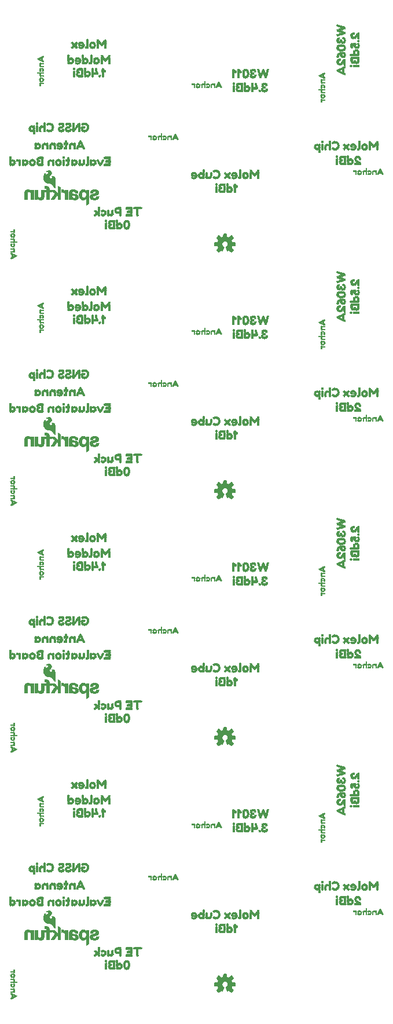
<source format=gbo>
G75*
%MOIN*%
%OFA0B0*%
%FSLAX25Y25*%
%IPPOS*%
%LPD*%
%AMOC8*
5,1,8,0,0,1.08239X$1,22.5*
%
%ADD10C,0.00591*%
%ADD11R,0.00157X0.00551*%
%ADD12R,0.00118X0.00157*%
%ADD13R,0.00118X0.00827*%
%ADD14R,0.00157X0.00709*%
%ADD15R,0.00157X0.00827*%
%ADD16R,0.00157X0.00945*%
%ADD17R,0.00118X0.01102*%
%ADD18R,0.00157X0.01260*%
%ADD19R,0.00118X0.01378*%
%ADD20R,0.00157X0.01496*%
%ADD21R,0.00157X0.00276*%
%ADD22R,0.00118X0.01654*%
%ADD23R,0.00118X0.00709*%
%ADD24R,0.00118X0.01220*%
%ADD25R,0.00157X0.01811*%
%ADD26R,0.00157X0.02087*%
%ADD27R,0.00157X0.01654*%
%ADD28R,0.00157X0.02047*%
%ADD29R,0.00118X0.01929*%
%ADD30R,0.00118X0.02205*%
%ADD31R,0.00118X0.02047*%
%ADD32R,0.00157X0.02362*%
%ADD33R,0.00157X0.02205*%
%ADD34R,0.00118X0.00945*%
%ADD35R,0.00118X0.02480*%
%ADD36R,0.00157X0.01102*%
%ADD37R,0.00157X0.00984*%
%ADD38R,0.00157X0.02480*%
%ADD39R,0.00157X0.01929*%
%ADD40R,0.00118X0.00984*%
%ADD41R,0.00118X0.02638*%
%ADD42R,0.00118X0.00276*%
%ADD43R,0.00118X0.02598*%
%ADD44R,0.00157X0.02913*%
%ADD45R,0.00118X0.02913*%
%ADD46R,0.00157X0.03150*%
%ADD47R,0.00118X0.03150*%
%ADD48R,0.00118X0.00669*%
%ADD49R,0.00157X0.03465*%
%ADD50R,0.00118X0.01811*%
%ADD51R,0.00118X0.00551*%
%ADD52R,0.00157X0.00118*%
%ADD53R,0.00551X0.00157*%
%ADD54R,0.00827X0.00118*%
%ADD55R,0.00709X0.00157*%
%ADD56R,0.00827X0.00157*%
%ADD57R,0.00945X0.00157*%
%ADD58R,0.01102X0.00118*%
%ADD59R,0.01260X0.00157*%
%ADD60R,0.01378X0.00118*%
%ADD61R,0.01496X0.00157*%
%ADD62R,0.00276X0.00157*%
%ADD63R,0.01654X0.00118*%
%ADD64R,0.00709X0.00118*%
%ADD65R,0.01220X0.00118*%
%ADD66R,0.01811X0.00157*%
%ADD67R,0.02087X0.00157*%
%ADD68R,0.01654X0.00157*%
%ADD69R,0.02047X0.00157*%
%ADD70R,0.01929X0.00118*%
%ADD71R,0.02205X0.00118*%
%ADD72R,0.02047X0.00118*%
%ADD73R,0.02362X0.00157*%
%ADD74R,0.02205X0.00157*%
%ADD75R,0.00945X0.00118*%
%ADD76R,0.02480X0.00118*%
%ADD77R,0.01102X0.00157*%
%ADD78R,0.00984X0.00157*%
%ADD79R,0.02480X0.00157*%
%ADD80R,0.01929X0.00157*%
%ADD81R,0.00984X0.00118*%
%ADD82R,0.02638X0.00118*%
%ADD83R,0.00276X0.00118*%
%ADD84R,0.02598X0.00118*%
%ADD85R,0.02913X0.00157*%
%ADD86R,0.02913X0.00118*%
%ADD87R,0.03150X0.00157*%
%ADD88R,0.03150X0.00118*%
%ADD89R,0.00669X0.00118*%
%ADD90R,0.03465X0.00157*%
%ADD91R,0.01811X0.00118*%
%ADD92R,0.00551X0.00118*%
%ADD93R,0.00984X0.00197*%
%ADD94R,0.00787X0.00197*%
%ADD95R,0.00197X0.00197*%
%ADD96R,0.00394X0.00197*%
%ADD97R,0.01181X0.00197*%
%ADD98R,0.02165X0.00197*%
%ADD99R,0.01378X0.00197*%
%ADD100R,0.03150X0.00197*%
%ADD101R,0.03346X0.00197*%
%ADD102R,0.01575X0.00197*%
%ADD103R,0.03543X0.00197*%
%ADD104R,0.01772X0.00197*%
%ADD105R,0.03740X0.00197*%
%ADD106R,0.01969X0.00197*%
%ADD107R,0.03937X0.00197*%
%ADD108R,0.02362X0.00197*%
%ADD109R,0.02559X0.00197*%
%ADD110R,0.02953X0.00197*%
%ADD111R,0.01378X0.00236*%
%ADD112R,0.03937X0.00236*%
%ADD113R,0.01181X0.00236*%
%ADD114R,0.01969X0.00236*%
%ADD115R,0.00787X0.00236*%
%ADD116R,0.03740X0.00236*%
%ADD117R,0.04134X0.00236*%
%ADD118R,0.02953X0.00236*%
%ADD119R,0.03346X0.00236*%
%ADD120R,0.02756X0.00197*%
%ADD121R,0.04134X0.00197*%
%ADD122R,0.00591X0.00197*%
%ADD123R,0.02362X0.00236*%
%ADD124R,0.01575X0.00236*%
%ADD125R,0.02165X0.00236*%
%ADD126R,0.02756X0.00236*%
%ADD127R,0.03543X0.00236*%
%ADD128R,0.00197X0.00984*%
%ADD129R,0.00197X0.01181*%
%ADD130R,0.00197X0.02165*%
%ADD131R,0.00197X0.01378*%
%ADD132R,0.00197X0.02953*%
%ADD133R,0.00197X0.03150*%
%ADD134R,0.00197X0.02559*%
%ADD135R,0.00197X0.03543*%
%ADD136R,0.00197X0.03740*%
%ADD137R,0.00197X0.03346*%
%ADD138R,0.00197X0.03937*%
%ADD139R,0.00197X0.00591*%
%ADD140R,0.00197X0.01575*%
%ADD141R,0.00197X0.01772*%
%ADD142R,0.00197X0.02362*%
%ADD143R,0.00197X0.02756*%
%ADD144R,0.00197X0.01969*%
%ADD145R,0.00236X0.02165*%
%ADD146R,0.00236X0.03346*%
%ADD147R,0.00236X0.01575*%
%ADD148R,0.00236X0.01378*%
%ADD149R,0.00236X0.00787*%
%ADD150R,0.00236X0.00984*%
%ADD151R,0.00236X0.03740*%
%ADD152R,0.00236X0.04134*%
%ADD153R,0.00197X0.04134*%
%ADD154R,0.00236X0.03937*%
%ADD155R,0.00236X0.01181*%
%ADD156R,0.00236X0.02362*%
%ADD157R,0.00236X0.02953*%
%ADD158R,0.00236X0.03543*%
%ADD159R,0.02559X0.00236*%
%ADD160R,0.04331X0.00197*%
%ADD161R,0.04528X0.00197*%
%ADD162R,0.04724X0.00236*%
%ADD163R,0.04921X0.00197*%
%ADD164R,0.01772X0.00236*%
%ADD165R,0.01378X0.00157*%
%ADD166R,0.05118X0.00197*%
%ADD167R,0.04724X0.00197*%
%ADD168R,0.00394X0.00236*%
%ADD169R,0.00984X0.00236*%
%ADD170R,0.03150X0.00236*%
%ADD171R,0.05709X0.00197*%
%ADD172R,0.05512X0.00197*%
%ADD173R,0.00197X0.00394*%
%ADD174R,0.00197X0.05512*%
%ADD175R,0.00236X0.02559*%
%ADD176R,0.00197X0.00787*%
%ADD177R,0.00197X0.04528*%
%ADD178R,0.00236X0.01772*%
%ADD179R,0.00236X0.01969*%
%ADD180R,0.00236X0.04528*%
%ADD181R,0.00197X0.04921*%
%ADD182R,0.00236X0.02756*%
%ADD183C,0.00300*%
D10*
X0193688Y0038114D02*
X0194898Y0039598D01*
X0194591Y0040196D01*
X0194386Y0040837D01*
X0192480Y0041030D01*
X0192480Y0042470D01*
X0194386Y0042663D01*
X0194591Y0043304D01*
X0194898Y0043902D01*
X0193688Y0045386D01*
X0194706Y0046404D01*
X0196190Y0045193D01*
X0196788Y0045501D01*
X0197428Y0045706D01*
X0197622Y0047611D01*
X0199061Y0047611D01*
X0199255Y0045706D01*
X0199896Y0045501D01*
X0200493Y0045193D01*
X0201978Y0046404D01*
X0202995Y0045386D01*
X0201785Y0043902D01*
X0202093Y0043304D01*
X0202298Y0042663D01*
X0204203Y0042470D01*
X0204203Y0041030D01*
X0202298Y0040837D01*
X0202093Y0040196D01*
X0201785Y0039598D01*
X0202995Y0038114D01*
X0201978Y0037096D01*
X0200493Y0038307D01*
X0199896Y0037999D01*
X0199048Y0040045D01*
X0199427Y0040257D01*
X0199745Y0040551D01*
X0199986Y0040912D01*
X0200137Y0041319D01*
X0200187Y0041750D01*
X0200135Y0042189D01*
X0199979Y0042602D01*
X0199729Y0042967D01*
X0199400Y0043261D01*
X0199011Y0043470D01*
X0198583Y0043579D01*
X0198141Y0043584D01*
X0197711Y0043484D01*
X0197317Y0043284D01*
X0196982Y0042996D01*
X0196724Y0042637D01*
X0196560Y0042227D01*
X0196497Y0041790D01*
X0196540Y0041350D01*
X0196687Y0040934D01*
X0196928Y0040564D01*
X0197251Y0040262D01*
X0197636Y0040045D01*
X0196788Y0037999D01*
X0196190Y0038307D01*
X0194706Y0037096D01*
X0193688Y0038114D01*
X0193782Y0038230D02*
X0196096Y0038230D01*
X0196340Y0038230D02*
X0196884Y0038230D01*
X0197128Y0038819D02*
X0194263Y0038819D01*
X0194743Y0039408D02*
X0197372Y0039408D01*
X0197616Y0039997D02*
X0194693Y0039997D01*
X0194466Y0040586D02*
X0196914Y0040586D01*
X0196602Y0041175D02*
X0192480Y0041175D01*
X0192480Y0041764D02*
X0196500Y0041764D01*
X0196610Y0042353D02*
X0192480Y0042353D01*
X0194475Y0042942D02*
X0196943Y0042942D01*
X0197915Y0043531D02*
X0194708Y0043531D01*
X0194720Y0044120D02*
X0201963Y0044120D01*
X0201976Y0043531D02*
X0198770Y0043531D01*
X0199746Y0042942D02*
X0202209Y0042942D01*
X0202444Y0044709D02*
X0194240Y0044709D01*
X0193760Y0045298D02*
X0196061Y0045298D01*
X0196394Y0045298D02*
X0200289Y0045298D01*
X0200622Y0045298D02*
X0202924Y0045298D01*
X0202494Y0045887D02*
X0201345Y0045887D01*
X0199237Y0045887D02*
X0197447Y0045887D01*
X0197507Y0046477D02*
X0199177Y0046477D01*
X0199117Y0047066D02*
X0197567Y0047066D01*
X0195339Y0045887D02*
X0194190Y0045887D01*
X0194162Y0037641D02*
X0195373Y0037641D01*
X0199312Y0039408D02*
X0201941Y0039408D01*
X0201990Y0039997D02*
X0199068Y0039997D01*
X0199768Y0040586D02*
X0202218Y0040586D01*
X0202421Y0038819D02*
X0199556Y0038819D01*
X0199800Y0038230D02*
X0200344Y0038230D01*
X0200588Y0038230D02*
X0202901Y0038230D01*
X0202522Y0037641D02*
X0201310Y0037641D01*
X0200083Y0041175D02*
X0204203Y0041175D01*
X0204203Y0041764D02*
X0200186Y0041764D01*
X0200073Y0042353D02*
X0204203Y0042353D01*
X0201978Y0179096D02*
X0200493Y0180307D01*
X0199896Y0179999D01*
X0199048Y0182045D01*
X0199427Y0182257D01*
X0199745Y0182551D01*
X0199986Y0182912D01*
X0200137Y0183319D01*
X0200187Y0183750D01*
X0200135Y0184189D01*
X0199979Y0184602D01*
X0199729Y0184967D01*
X0199400Y0185261D01*
X0199011Y0185470D01*
X0198583Y0185579D01*
X0198141Y0185584D01*
X0197711Y0185484D01*
X0197317Y0185284D01*
X0196982Y0184996D01*
X0196724Y0184637D01*
X0196560Y0184227D01*
X0196497Y0183790D01*
X0196540Y0183350D01*
X0196687Y0182934D01*
X0196928Y0182564D01*
X0197251Y0182262D01*
X0197636Y0182045D01*
X0196788Y0179999D01*
X0196190Y0180307D01*
X0194706Y0179096D01*
X0193688Y0180114D01*
X0194898Y0181598D01*
X0194591Y0182196D01*
X0194386Y0182837D01*
X0192480Y0183030D01*
X0192480Y0184470D01*
X0194386Y0184663D01*
X0194591Y0185304D01*
X0194898Y0185902D01*
X0193688Y0187386D01*
X0194706Y0188404D01*
X0196190Y0187193D01*
X0196788Y0187501D01*
X0197428Y0187706D01*
X0197622Y0189611D01*
X0199061Y0189611D01*
X0199255Y0187706D01*
X0199896Y0187501D01*
X0200493Y0187193D01*
X0201978Y0188404D01*
X0202995Y0187386D01*
X0201785Y0185902D01*
X0202093Y0185304D01*
X0202298Y0184663D01*
X0204203Y0184470D01*
X0204203Y0183030D01*
X0202298Y0182837D01*
X0202093Y0182196D01*
X0201785Y0181598D01*
X0202995Y0180114D01*
X0201978Y0179096D01*
X0202486Y0179605D02*
X0201354Y0179605D01*
X0200632Y0180194D02*
X0202930Y0180194D01*
X0202450Y0180783D02*
X0199571Y0180783D01*
X0199327Y0181372D02*
X0201970Y0181372D01*
X0201972Y0181961D02*
X0199083Y0181961D01*
X0199744Y0182550D02*
X0202206Y0182550D01*
X0204203Y0183139D02*
X0200070Y0183139D01*
X0200185Y0183728D02*
X0204203Y0183728D01*
X0204203Y0184317D02*
X0200086Y0184317D01*
X0199771Y0184906D02*
X0202220Y0184906D01*
X0201994Y0185495D02*
X0198910Y0185495D01*
X0197761Y0185495D02*
X0194689Y0185495D01*
X0194749Y0186084D02*
X0201934Y0186084D01*
X0202414Y0186673D02*
X0194269Y0186673D01*
X0193789Y0187262D02*
X0196105Y0187262D01*
X0196325Y0187262D02*
X0200359Y0187262D01*
X0200578Y0187262D02*
X0202895Y0187262D01*
X0202530Y0187852D02*
X0201301Y0187852D01*
X0199240Y0187852D02*
X0197443Y0187852D01*
X0197503Y0188441D02*
X0199181Y0188441D01*
X0199121Y0189030D02*
X0197563Y0189030D01*
X0195383Y0187852D02*
X0194154Y0187852D01*
X0194463Y0184906D02*
X0196917Y0184906D01*
X0196596Y0184317D02*
X0192480Y0184317D01*
X0192480Y0183728D02*
X0196503Y0183728D01*
X0196615Y0183139D02*
X0192480Y0183139D01*
X0194477Y0182550D02*
X0196943Y0182550D01*
X0197601Y0181961D02*
X0194712Y0181961D01*
X0194714Y0181372D02*
X0197357Y0181372D01*
X0197113Y0180783D02*
X0194233Y0180783D01*
X0193753Y0180194D02*
X0196052Y0180194D01*
X0196409Y0180194D02*
X0196869Y0180194D01*
X0195329Y0179605D02*
X0194198Y0179605D01*
X0199815Y0180194D02*
X0200274Y0180194D01*
X0201978Y0321096D02*
X0200493Y0322307D01*
X0199896Y0321999D01*
X0199048Y0324045D01*
X0199427Y0324257D01*
X0199745Y0324551D01*
X0199986Y0324912D01*
X0200137Y0325319D01*
X0200187Y0325750D01*
X0200135Y0326189D01*
X0199979Y0326602D01*
X0199729Y0326967D01*
X0199400Y0327261D01*
X0199011Y0327470D01*
X0198583Y0327579D01*
X0198141Y0327584D01*
X0197711Y0327484D01*
X0197317Y0327284D01*
X0196982Y0326996D01*
X0196724Y0326637D01*
X0196560Y0326227D01*
X0196497Y0325790D01*
X0196540Y0325350D01*
X0196687Y0324934D01*
X0196928Y0324564D01*
X0197251Y0324262D01*
X0197636Y0324045D01*
X0196788Y0321999D01*
X0196190Y0322307D01*
X0194706Y0321096D01*
X0193688Y0322114D01*
X0194898Y0323598D01*
X0194591Y0324196D01*
X0194386Y0324837D01*
X0192480Y0325030D01*
X0192480Y0326470D01*
X0194386Y0326663D01*
X0194591Y0327304D01*
X0194898Y0327902D01*
X0193688Y0329386D01*
X0194706Y0330404D01*
X0196190Y0329193D01*
X0196788Y0329501D01*
X0197428Y0329706D01*
X0197622Y0331611D01*
X0199061Y0331611D01*
X0199255Y0329706D01*
X0199896Y0329501D01*
X0200493Y0329193D01*
X0201978Y0330404D01*
X0202995Y0329386D01*
X0201785Y0327902D01*
X0202093Y0327304D01*
X0202298Y0326663D01*
X0204203Y0326470D01*
X0204203Y0325030D01*
X0202298Y0324837D01*
X0202093Y0324196D01*
X0201785Y0323598D01*
X0202995Y0322114D01*
X0201978Y0321096D01*
X0202450Y0321569D02*
X0201398Y0321569D01*
X0200676Y0322158D02*
X0202960Y0322158D01*
X0202479Y0322747D02*
X0199586Y0322747D01*
X0199342Y0323336D02*
X0201999Y0323336D01*
X0201953Y0323925D02*
X0199098Y0323925D01*
X0199705Y0324514D02*
X0202195Y0324514D01*
X0204203Y0325103D02*
X0200057Y0325103D01*
X0200181Y0325692D02*
X0204203Y0325692D01*
X0204203Y0326281D02*
X0200100Y0326281D01*
X0199795Y0326870D02*
X0202232Y0326870D01*
X0202013Y0327459D02*
X0199030Y0327459D01*
X0197663Y0327459D02*
X0194671Y0327459D01*
X0194779Y0328048D02*
X0201905Y0328048D01*
X0202385Y0328638D02*
X0194298Y0328638D01*
X0193818Y0329227D02*
X0196149Y0329227D01*
X0196255Y0329227D02*
X0200429Y0329227D01*
X0200534Y0329227D02*
X0202865Y0329227D01*
X0202566Y0329816D02*
X0201257Y0329816D01*
X0199244Y0329816D02*
X0197440Y0329816D01*
X0197499Y0330405D02*
X0199184Y0330405D01*
X0199124Y0330994D02*
X0197559Y0330994D01*
X0197619Y0331583D02*
X0199064Y0331583D01*
X0195427Y0329816D02*
X0194118Y0329816D01*
X0194452Y0326870D02*
X0196891Y0326870D01*
X0196581Y0326281D02*
X0192480Y0326281D01*
X0192480Y0325692D02*
X0196507Y0325692D01*
X0196627Y0325103D02*
X0192480Y0325103D01*
X0194489Y0324514D02*
X0196981Y0324514D01*
X0197586Y0323925D02*
X0194730Y0323925D01*
X0194684Y0323336D02*
X0197342Y0323336D01*
X0197098Y0322747D02*
X0194204Y0322747D01*
X0193724Y0322158D02*
X0196008Y0322158D01*
X0196479Y0322158D02*
X0196854Y0322158D01*
X0195285Y0321569D02*
X0194234Y0321569D01*
X0199830Y0322158D02*
X0200204Y0322158D01*
X0201978Y0463096D02*
X0200493Y0464307D01*
X0199896Y0463999D01*
X0199048Y0466045D01*
X0199427Y0466257D01*
X0199745Y0466551D01*
X0199986Y0466912D01*
X0200137Y0467319D01*
X0200187Y0467750D01*
X0200135Y0468189D01*
X0199979Y0468602D01*
X0199729Y0468967D01*
X0199400Y0469261D01*
X0199011Y0469470D01*
X0198583Y0469579D01*
X0198141Y0469584D01*
X0197711Y0469484D01*
X0197317Y0469284D01*
X0196982Y0468996D01*
X0196724Y0468637D01*
X0196560Y0468227D01*
X0196497Y0467790D01*
X0196540Y0467350D01*
X0196687Y0466934D01*
X0196928Y0466564D01*
X0197251Y0466262D01*
X0197636Y0466045D01*
X0196788Y0463999D01*
X0196190Y0464307D01*
X0194706Y0463096D01*
X0193688Y0464114D01*
X0194898Y0465598D01*
X0194591Y0466196D01*
X0194386Y0466837D01*
X0192480Y0467030D01*
X0192480Y0468470D01*
X0194386Y0468663D01*
X0194591Y0469304D01*
X0194898Y0469902D01*
X0193688Y0471386D01*
X0194706Y0472404D01*
X0196190Y0471193D01*
X0196788Y0471501D01*
X0197428Y0471706D01*
X0197622Y0473611D01*
X0199061Y0473611D01*
X0199255Y0471706D01*
X0199896Y0471501D01*
X0200493Y0471193D01*
X0201978Y0472404D01*
X0202995Y0471386D01*
X0201785Y0469902D01*
X0202093Y0469304D01*
X0202298Y0468663D01*
X0204203Y0468470D01*
X0204203Y0467030D01*
X0202298Y0466837D01*
X0202093Y0466196D01*
X0201785Y0465598D01*
X0202995Y0464114D01*
X0201978Y0463096D01*
X0202414Y0463533D02*
X0201442Y0463533D01*
X0200720Y0464122D02*
X0202989Y0464122D01*
X0202509Y0464711D02*
X0199601Y0464711D01*
X0199845Y0464122D02*
X0200135Y0464122D01*
X0199357Y0465300D02*
X0202028Y0465300D01*
X0201935Y0465889D02*
X0199113Y0465889D01*
X0199666Y0466478D02*
X0202183Y0466478D01*
X0204203Y0467067D02*
X0200044Y0467067D01*
X0200176Y0467656D02*
X0204203Y0467656D01*
X0204203Y0468245D02*
X0200113Y0468245D01*
X0199820Y0468834D02*
X0202243Y0468834D01*
X0202031Y0469423D02*
X0199097Y0469423D01*
X0197592Y0469423D02*
X0194652Y0469423D01*
X0194808Y0470012D02*
X0201876Y0470012D01*
X0202356Y0470602D02*
X0194328Y0470602D01*
X0193847Y0471191D02*
X0202836Y0471191D01*
X0202601Y0471780D02*
X0201213Y0471780D01*
X0201935Y0472369D02*
X0202012Y0472369D01*
X0199188Y0472369D02*
X0197496Y0472369D01*
X0197556Y0472958D02*
X0199128Y0472958D01*
X0199068Y0473547D02*
X0197616Y0473547D01*
X0197436Y0471780D02*
X0199248Y0471780D01*
X0195471Y0471780D02*
X0194082Y0471780D01*
X0194671Y0472369D02*
X0194749Y0472369D01*
X0194440Y0468834D02*
X0196866Y0468834D01*
X0196567Y0468245D02*
X0192480Y0468245D01*
X0192480Y0467656D02*
X0196510Y0467656D01*
X0196640Y0467067D02*
X0192480Y0467067D01*
X0194500Y0466478D02*
X0197020Y0466478D01*
X0197571Y0465889D02*
X0194749Y0465889D01*
X0194655Y0465300D02*
X0197327Y0465300D01*
X0197083Y0464711D02*
X0194175Y0464711D01*
X0193695Y0464122D02*
X0195964Y0464122D01*
X0196549Y0464122D02*
X0196839Y0464122D01*
X0195241Y0463533D02*
X0194270Y0463533D01*
D11*
X0252413Y0414640D03*
X0252413Y0556640D03*
X0090413Y0566140D03*
X0078771Y0468860D03*
X0090413Y0424140D03*
X0078771Y0326860D03*
X0090413Y0282140D03*
X0078771Y0184860D03*
X0090413Y0140140D03*
X0078771Y0042860D03*
X0252413Y0130640D03*
X0252413Y0272640D03*
D12*
X0252550Y0280711D03*
X0275814Y0223321D03*
X0252550Y0138711D03*
X0275814Y0081321D03*
X0182814Y0131321D03*
X0157814Y0101321D03*
X0090550Y0148211D03*
X0078633Y0176789D03*
X0090550Y0290211D03*
X0078633Y0318789D03*
X0090550Y0432211D03*
X0078633Y0460789D03*
X0090550Y0574211D03*
X0157814Y0527321D03*
X0182814Y0557321D03*
X0252550Y0564711D03*
X0275814Y0507321D03*
X0252550Y0422711D03*
X0275814Y0365321D03*
X0182814Y0415321D03*
X0157814Y0385321D03*
X0182814Y0273321D03*
X0157814Y0243321D03*
X0078633Y0034789D03*
D13*
X0078358Y0034848D03*
X0076428Y0037329D03*
X0076153Y0037329D03*
X0075877Y0037329D03*
X0075602Y0037329D03*
X0075326Y0037329D03*
X0075326Y0042841D03*
X0075602Y0042841D03*
X0075877Y0042841D03*
X0076153Y0042841D03*
X0077531Y0042841D03*
X0077806Y0042841D03*
X0078082Y0042841D03*
X0078358Y0042841D03*
X0078633Y0042841D03*
X0077531Y0049888D03*
X0091653Y0133112D03*
X0091653Y0140159D03*
X0091377Y0140159D03*
X0091102Y0140159D03*
X0090826Y0140159D03*
X0090550Y0140159D03*
X0093031Y0140159D03*
X0093306Y0140159D03*
X0093582Y0140159D03*
X0093858Y0140159D03*
X0093858Y0145671D03*
X0093582Y0145671D03*
X0093306Y0145671D03*
X0093031Y0145671D03*
X0092755Y0145671D03*
X0090826Y0148152D03*
X0078358Y0176848D03*
X0076428Y0179329D03*
X0076153Y0179329D03*
X0075877Y0179329D03*
X0075602Y0179329D03*
X0075326Y0179329D03*
X0075326Y0184841D03*
X0075602Y0184841D03*
X0075877Y0184841D03*
X0076153Y0184841D03*
X0077531Y0184841D03*
X0077806Y0184841D03*
X0078082Y0184841D03*
X0078358Y0184841D03*
X0078633Y0184841D03*
X0077531Y0191888D03*
X0091653Y0275112D03*
X0091653Y0282159D03*
X0091377Y0282159D03*
X0091102Y0282159D03*
X0090826Y0282159D03*
X0090550Y0282159D03*
X0093031Y0282159D03*
X0093306Y0282159D03*
X0093582Y0282159D03*
X0093858Y0282159D03*
X0093858Y0287671D03*
X0093582Y0287671D03*
X0093306Y0287671D03*
X0093031Y0287671D03*
X0092755Y0287671D03*
X0090826Y0290152D03*
X0078358Y0318848D03*
X0076428Y0321329D03*
X0076153Y0321329D03*
X0075877Y0321329D03*
X0075602Y0321329D03*
X0075326Y0321329D03*
X0075326Y0326841D03*
X0075602Y0326841D03*
X0075877Y0326841D03*
X0076153Y0326841D03*
X0077531Y0326841D03*
X0077806Y0326841D03*
X0078082Y0326841D03*
X0078358Y0326841D03*
X0078633Y0326841D03*
X0077531Y0333888D03*
X0091653Y0417112D03*
X0091653Y0424159D03*
X0091377Y0424159D03*
X0091102Y0424159D03*
X0090826Y0424159D03*
X0090550Y0424159D03*
X0093031Y0424159D03*
X0093306Y0424159D03*
X0093582Y0424159D03*
X0093858Y0424159D03*
X0093858Y0429671D03*
X0093582Y0429671D03*
X0093306Y0429671D03*
X0093031Y0429671D03*
X0092755Y0429671D03*
X0090826Y0432152D03*
X0078358Y0460848D03*
X0076428Y0463329D03*
X0076153Y0463329D03*
X0075877Y0463329D03*
X0075602Y0463329D03*
X0075326Y0463329D03*
X0075326Y0468841D03*
X0075602Y0468841D03*
X0075877Y0468841D03*
X0076153Y0468841D03*
X0077531Y0468841D03*
X0077806Y0468841D03*
X0078082Y0468841D03*
X0078358Y0468841D03*
X0078633Y0468841D03*
X0077531Y0475888D03*
X0091653Y0559112D03*
X0091653Y0566159D03*
X0091377Y0566159D03*
X0091102Y0566159D03*
X0090826Y0566159D03*
X0090550Y0566159D03*
X0093031Y0566159D03*
X0093306Y0566159D03*
X0093582Y0566159D03*
X0093858Y0566159D03*
X0093858Y0571671D03*
X0093582Y0571671D03*
X0093306Y0571671D03*
X0093031Y0571671D03*
X0092755Y0571671D03*
X0090826Y0574152D03*
X0252826Y0564652D03*
X0254755Y0562171D03*
X0255031Y0562171D03*
X0255306Y0562171D03*
X0255582Y0562171D03*
X0255858Y0562171D03*
X0255858Y0556659D03*
X0255582Y0556659D03*
X0255306Y0556659D03*
X0255031Y0556659D03*
X0253653Y0556659D03*
X0253377Y0556659D03*
X0253102Y0556659D03*
X0252826Y0556659D03*
X0252550Y0556659D03*
X0253653Y0549612D03*
X0252826Y0422652D03*
X0254755Y0420171D03*
X0255031Y0420171D03*
X0255306Y0420171D03*
X0255582Y0420171D03*
X0255858Y0420171D03*
X0255858Y0414659D03*
X0255582Y0414659D03*
X0255306Y0414659D03*
X0255031Y0414659D03*
X0253653Y0414659D03*
X0253377Y0414659D03*
X0253102Y0414659D03*
X0252826Y0414659D03*
X0252550Y0414659D03*
X0253653Y0407612D03*
X0252826Y0280652D03*
X0254755Y0278171D03*
X0255031Y0278171D03*
X0255306Y0278171D03*
X0255582Y0278171D03*
X0255858Y0278171D03*
X0255858Y0272659D03*
X0255582Y0272659D03*
X0255306Y0272659D03*
X0255031Y0272659D03*
X0253653Y0272659D03*
X0253377Y0272659D03*
X0253102Y0272659D03*
X0252826Y0272659D03*
X0252550Y0272659D03*
X0253653Y0265612D03*
X0252826Y0138652D03*
X0254755Y0136171D03*
X0255031Y0136171D03*
X0255306Y0136171D03*
X0255582Y0136171D03*
X0255858Y0136171D03*
X0255858Y0130659D03*
X0255582Y0130659D03*
X0255306Y0130659D03*
X0255031Y0130659D03*
X0253653Y0130659D03*
X0253377Y0130659D03*
X0253102Y0130659D03*
X0252826Y0130659D03*
X0252550Y0130659D03*
X0253653Y0123612D03*
D14*
X0252688Y0138711D03*
X0252688Y0280711D03*
X0252688Y0422711D03*
X0252688Y0564711D03*
X0090688Y0574211D03*
X0078495Y0460789D03*
X0090688Y0432211D03*
X0078495Y0318789D03*
X0090688Y0290211D03*
X0078495Y0176789D03*
X0090688Y0148211D03*
X0078495Y0034789D03*
D15*
X0076291Y0037329D03*
X0076015Y0037329D03*
X0075739Y0037329D03*
X0075464Y0037329D03*
X0075188Y0037329D03*
X0075188Y0033470D03*
X0075188Y0042841D03*
X0075464Y0042841D03*
X0075739Y0042841D03*
X0076015Y0042841D03*
X0076291Y0042841D03*
X0077669Y0042841D03*
X0077944Y0042841D03*
X0078220Y0042841D03*
X0078495Y0042841D03*
X0075188Y0044652D03*
X0093995Y0138348D03*
X0093995Y0140159D03*
X0093720Y0140159D03*
X0093444Y0140159D03*
X0093169Y0140159D03*
X0092893Y0140159D03*
X0091515Y0140159D03*
X0091239Y0140159D03*
X0090964Y0140159D03*
X0090688Y0140159D03*
X0092893Y0145671D03*
X0093169Y0145671D03*
X0093444Y0145671D03*
X0093720Y0145671D03*
X0093995Y0145671D03*
X0093995Y0149530D03*
X0076291Y0179329D03*
X0076015Y0179329D03*
X0075739Y0179329D03*
X0075464Y0179329D03*
X0075188Y0179329D03*
X0075188Y0175470D03*
X0075188Y0184841D03*
X0075464Y0184841D03*
X0075739Y0184841D03*
X0076015Y0184841D03*
X0076291Y0184841D03*
X0077669Y0184841D03*
X0077944Y0184841D03*
X0078220Y0184841D03*
X0078495Y0184841D03*
X0075188Y0186652D03*
X0093995Y0280348D03*
X0093995Y0282159D03*
X0093720Y0282159D03*
X0093444Y0282159D03*
X0093169Y0282159D03*
X0092893Y0282159D03*
X0091515Y0282159D03*
X0091239Y0282159D03*
X0090964Y0282159D03*
X0090688Y0282159D03*
X0092893Y0287671D03*
X0093169Y0287671D03*
X0093444Y0287671D03*
X0093720Y0287671D03*
X0093995Y0287671D03*
X0093995Y0291530D03*
X0076291Y0321329D03*
X0076015Y0321329D03*
X0075739Y0321329D03*
X0075464Y0321329D03*
X0075188Y0321329D03*
X0075188Y0317470D03*
X0075188Y0326841D03*
X0075464Y0326841D03*
X0075739Y0326841D03*
X0076015Y0326841D03*
X0076291Y0326841D03*
X0077669Y0326841D03*
X0077944Y0326841D03*
X0078220Y0326841D03*
X0078495Y0326841D03*
X0075188Y0328652D03*
X0093995Y0422348D03*
X0093995Y0424159D03*
X0093720Y0424159D03*
X0093444Y0424159D03*
X0093169Y0424159D03*
X0092893Y0424159D03*
X0091515Y0424159D03*
X0091239Y0424159D03*
X0090964Y0424159D03*
X0090688Y0424159D03*
X0092893Y0429671D03*
X0093169Y0429671D03*
X0093444Y0429671D03*
X0093720Y0429671D03*
X0093995Y0429671D03*
X0093995Y0433530D03*
X0076291Y0463329D03*
X0076015Y0463329D03*
X0075739Y0463329D03*
X0075464Y0463329D03*
X0075188Y0463329D03*
X0075188Y0459470D03*
X0075188Y0468841D03*
X0075464Y0468841D03*
X0075739Y0468841D03*
X0076015Y0468841D03*
X0076291Y0468841D03*
X0077669Y0468841D03*
X0077944Y0468841D03*
X0078220Y0468841D03*
X0078495Y0468841D03*
X0075188Y0470652D03*
X0093995Y0564348D03*
X0093995Y0566159D03*
X0093720Y0566159D03*
X0093444Y0566159D03*
X0093169Y0566159D03*
X0092893Y0566159D03*
X0091515Y0566159D03*
X0091239Y0566159D03*
X0090964Y0566159D03*
X0090688Y0566159D03*
X0092893Y0571671D03*
X0093169Y0571671D03*
X0093444Y0571671D03*
X0093720Y0571671D03*
X0093995Y0571671D03*
X0093995Y0575530D03*
X0252688Y0556659D03*
X0252964Y0556659D03*
X0253239Y0556659D03*
X0253515Y0556659D03*
X0254893Y0556659D03*
X0255169Y0556659D03*
X0255444Y0556659D03*
X0255720Y0556659D03*
X0255995Y0556659D03*
X0255995Y0554848D03*
X0255995Y0562171D03*
X0255720Y0562171D03*
X0255444Y0562171D03*
X0255169Y0562171D03*
X0254893Y0562171D03*
X0255995Y0566030D03*
X0255995Y0424030D03*
X0255995Y0420171D03*
X0255720Y0420171D03*
X0255444Y0420171D03*
X0255169Y0420171D03*
X0254893Y0420171D03*
X0254893Y0414659D03*
X0255169Y0414659D03*
X0255444Y0414659D03*
X0255720Y0414659D03*
X0255995Y0414659D03*
X0255995Y0412848D03*
X0253515Y0414659D03*
X0253239Y0414659D03*
X0252964Y0414659D03*
X0252688Y0414659D03*
X0255995Y0282030D03*
X0255995Y0278171D03*
X0255720Y0278171D03*
X0255444Y0278171D03*
X0255169Y0278171D03*
X0254893Y0278171D03*
X0254893Y0272659D03*
X0255169Y0272659D03*
X0255444Y0272659D03*
X0255720Y0272659D03*
X0255995Y0272659D03*
X0255995Y0270848D03*
X0253515Y0272659D03*
X0253239Y0272659D03*
X0252964Y0272659D03*
X0252688Y0272659D03*
X0255995Y0140030D03*
X0255995Y0136171D03*
X0255720Y0136171D03*
X0255444Y0136171D03*
X0255169Y0136171D03*
X0254893Y0136171D03*
X0254893Y0130659D03*
X0255169Y0130659D03*
X0255444Y0130659D03*
X0255720Y0130659D03*
X0255995Y0130659D03*
X0255995Y0128848D03*
X0253515Y0130659D03*
X0253239Y0130659D03*
X0252964Y0130659D03*
X0252688Y0130659D03*
D16*
X0254617Y0133199D03*
X0254893Y0133199D03*
X0255169Y0133199D03*
X0255995Y0137333D03*
X0254617Y0137884D03*
X0252964Y0138711D03*
X0254617Y0127687D03*
X0254893Y0127687D03*
X0255169Y0127687D03*
X0255169Y0124656D03*
X0255444Y0124656D03*
X0255720Y0124656D03*
X0255995Y0124656D03*
X0254893Y0124656D03*
X0254617Y0124656D03*
X0254617Y0266656D03*
X0254893Y0266656D03*
X0255169Y0266656D03*
X0255444Y0266656D03*
X0255720Y0266656D03*
X0255995Y0266656D03*
X0255169Y0269687D03*
X0254893Y0269687D03*
X0254617Y0269687D03*
X0254617Y0275199D03*
X0254893Y0275199D03*
X0255169Y0275199D03*
X0255995Y0279333D03*
X0254617Y0279884D03*
X0252964Y0280711D03*
X0254617Y0408656D03*
X0254893Y0408656D03*
X0255169Y0408656D03*
X0255444Y0408656D03*
X0255720Y0408656D03*
X0255995Y0408656D03*
X0255169Y0411687D03*
X0254893Y0411687D03*
X0254617Y0411687D03*
X0254617Y0417199D03*
X0254893Y0417199D03*
X0255169Y0417199D03*
X0255995Y0421333D03*
X0254617Y0421884D03*
X0252964Y0422711D03*
X0254617Y0550656D03*
X0254893Y0550656D03*
X0255169Y0550656D03*
X0255444Y0550656D03*
X0255720Y0550656D03*
X0255995Y0550656D03*
X0255169Y0553687D03*
X0254893Y0553687D03*
X0254617Y0553687D03*
X0254617Y0559199D03*
X0254893Y0559199D03*
X0255169Y0559199D03*
X0255995Y0563333D03*
X0254617Y0563884D03*
X0252964Y0564711D03*
X0093995Y0560156D03*
X0093720Y0560156D03*
X0093444Y0560156D03*
X0093169Y0560156D03*
X0092893Y0560156D03*
X0092617Y0560156D03*
X0092617Y0563187D03*
X0092893Y0563187D03*
X0093169Y0563187D03*
X0093169Y0568699D03*
X0092893Y0568699D03*
X0092617Y0568699D03*
X0093995Y0572833D03*
X0092617Y0573384D03*
X0090964Y0574211D03*
X0076566Y0474844D03*
X0076291Y0474844D03*
X0076015Y0474844D03*
X0075739Y0474844D03*
X0075464Y0474844D03*
X0075188Y0474844D03*
X0076015Y0471813D03*
X0076291Y0471813D03*
X0076566Y0471813D03*
X0076566Y0466301D03*
X0076291Y0466301D03*
X0076015Y0466301D03*
X0075188Y0462167D03*
X0076566Y0461616D03*
X0078220Y0460789D03*
X0090964Y0432211D03*
X0092617Y0431384D03*
X0093995Y0430833D03*
X0093169Y0426699D03*
X0092893Y0426699D03*
X0092617Y0426699D03*
X0092617Y0421187D03*
X0092893Y0421187D03*
X0093169Y0421187D03*
X0093169Y0418156D03*
X0093444Y0418156D03*
X0093720Y0418156D03*
X0093995Y0418156D03*
X0092893Y0418156D03*
X0092617Y0418156D03*
X0076566Y0332844D03*
X0076291Y0332844D03*
X0076015Y0332844D03*
X0075739Y0332844D03*
X0075464Y0332844D03*
X0075188Y0332844D03*
X0076015Y0329813D03*
X0076291Y0329813D03*
X0076566Y0329813D03*
X0076566Y0324301D03*
X0076291Y0324301D03*
X0076015Y0324301D03*
X0075188Y0320167D03*
X0076566Y0319616D03*
X0078220Y0318789D03*
X0090964Y0290211D03*
X0092617Y0289384D03*
X0093995Y0288833D03*
X0093169Y0284699D03*
X0092893Y0284699D03*
X0092617Y0284699D03*
X0092617Y0279187D03*
X0092893Y0279187D03*
X0093169Y0279187D03*
X0093169Y0276156D03*
X0093444Y0276156D03*
X0093720Y0276156D03*
X0093995Y0276156D03*
X0092893Y0276156D03*
X0092617Y0276156D03*
X0076566Y0190844D03*
X0076291Y0190844D03*
X0076015Y0190844D03*
X0075739Y0190844D03*
X0075464Y0190844D03*
X0075188Y0190844D03*
X0076015Y0187813D03*
X0076291Y0187813D03*
X0076566Y0187813D03*
X0076566Y0182301D03*
X0076291Y0182301D03*
X0076015Y0182301D03*
X0075188Y0178167D03*
X0076566Y0177616D03*
X0078220Y0176789D03*
X0090964Y0148211D03*
X0092617Y0147384D03*
X0093995Y0146833D03*
X0093169Y0142699D03*
X0092893Y0142699D03*
X0092617Y0142699D03*
X0092617Y0137187D03*
X0092893Y0137187D03*
X0093169Y0137187D03*
X0093169Y0134156D03*
X0093444Y0134156D03*
X0093720Y0134156D03*
X0093995Y0134156D03*
X0092893Y0134156D03*
X0092617Y0134156D03*
X0076566Y0048844D03*
X0076291Y0048844D03*
X0076015Y0048844D03*
X0075739Y0048844D03*
X0075464Y0048844D03*
X0075188Y0048844D03*
X0076015Y0045813D03*
X0076291Y0045813D03*
X0076566Y0045813D03*
X0076566Y0040301D03*
X0076291Y0040301D03*
X0076015Y0040301D03*
X0075188Y0036167D03*
X0076566Y0035616D03*
X0078220Y0034789D03*
D17*
X0078082Y0034868D03*
X0076980Y0035419D03*
X0077531Y0041207D03*
X0075050Y0041207D03*
X0075877Y0046010D03*
X0076704Y0045892D03*
X0076704Y0047545D03*
X0075877Y0047545D03*
X0075050Y0046719D03*
X0076704Y0048923D03*
X0092480Y0134077D03*
X0092480Y0135455D03*
X0093306Y0135455D03*
X0094133Y0136281D03*
X0093306Y0136990D03*
X0092480Y0137108D03*
X0091653Y0141793D03*
X0094133Y0141793D03*
X0092204Y0147581D03*
X0091102Y0148132D03*
X0078082Y0176868D03*
X0076980Y0177419D03*
X0077531Y0183207D03*
X0075050Y0183207D03*
X0075877Y0188010D03*
X0076704Y0187892D03*
X0076704Y0189545D03*
X0075877Y0189545D03*
X0075050Y0188719D03*
X0076704Y0190923D03*
X0092480Y0276077D03*
X0092480Y0277455D03*
X0093306Y0277455D03*
X0094133Y0278281D03*
X0093306Y0278990D03*
X0092480Y0279108D03*
X0091653Y0283793D03*
X0094133Y0283793D03*
X0092204Y0289581D03*
X0091102Y0290132D03*
X0078082Y0318868D03*
X0076980Y0319419D03*
X0077531Y0325207D03*
X0075050Y0325207D03*
X0075877Y0330010D03*
X0076704Y0329892D03*
X0076704Y0331545D03*
X0075877Y0331545D03*
X0075050Y0330719D03*
X0076704Y0332923D03*
X0092480Y0418077D03*
X0092480Y0419455D03*
X0093306Y0419455D03*
X0094133Y0420281D03*
X0093306Y0420990D03*
X0092480Y0421108D03*
X0091653Y0425793D03*
X0094133Y0425793D03*
X0092204Y0431581D03*
X0091102Y0432132D03*
X0078082Y0460868D03*
X0076980Y0461419D03*
X0077531Y0467207D03*
X0075050Y0467207D03*
X0075877Y0472010D03*
X0076704Y0471892D03*
X0076704Y0473545D03*
X0075877Y0473545D03*
X0075050Y0472719D03*
X0076704Y0474923D03*
X0092480Y0560077D03*
X0092480Y0561455D03*
X0093306Y0561455D03*
X0094133Y0562281D03*
X0093306Y0562990D03*
X0092480Y0563108D03*
X0091653Y0567793D03*
X0094133Y0567793D03*
X0092204Y0573581D03*
X0091102Y0574132D03*
X0253102Y0564632D03*
X0254204Y0564081D03*
X0253653Y0558293D03*
X0256133Y0558293D03*
X0255306Y0553490D03*
X0254480Y0553608D03*
X0254480Y0551955D03*
X0255306Y0551955D03*
X0256133Y0552781D03*
X0254480Y0550577D03*
X0253102Y0422632D03*
X0254204Y0422081D03*
X0253653Y0416293D03*
X0256133Y0416293D03*
X0255306Y0411490D03*
X0254480Y0411608D03*
X0254480Y0409955D03*
X0255306Y0409955D03*
X0256133Y0410781D03*
X0254480Y0408577D03*
X0253102Y0280632D03*
X0254204Y0280081D03*
X0253653Y0274293D03*
X0256133Y0274293D03*
X0255306Y0269490D03*
X0254480Y0269608D03*
X0254480Y0267955D03*
X0255306Y0267955D03*
X0256133Y0268781D03*
X0254480Y0266577D03*
X0253102Y0138632D03*
X0254204Y0138081D03*
X0253653Y0132293D03*
X0256133Y0132293D03*
X0255306Y0127490D03*
X0254480Y0127608D03*
X0254480Y0125955D03*
X0255306Y0125955D03*
X0256133Y0126781D03*
X0254480Y0124577D03*
D18*
X0253239Y0138711D03*
X0253239Y0280711D03*
X0253239Y0422711D03*
X0253239Y0564711D03*
X0091239Y0574211D03*
X0077944Y0460789D03*
X0091239Y0432211D03*
X0077944Y0318789D03*
X0091239Y0290211D03*
X0077944Y0176789D03*
X0091239Y0148211D03*
X0077944Y0034789D03*
D19*
X0077806Y0034848D03*
X0091377Y0148152D03*
X0077806Y0176848D03*
X0091377Y0290152D03*
X0077806Y0318848D03*
X0091377Y0432152D03*
X0077806Y0460848D03*
X0091377Y0574152D03*
X0253377Y0564652D03*
X0253377Y0422652D03*
X0253377Y0280652D03*
X0253377Y0138652D03*
D20*
X0253515Y0138711D03*
X0253791Y0132372D03*
X0255995Y0132372D03*
X0255995Y0274372D03*
X0253791Y0274372D03*
X0253515Y0280711D03*
X0253791Y0416372D03*
X0255995Y0416372D03*
X0253515Y0422711D03*
X0253791Y0558372D03*
X0255995Y0558372D03*
X0253515Y0564711D03*
X0093995Y0567872D03*
X0091791Y0567872D03*
X0091515Y0574211D03*
X0077393Y0467128D03*
X0075188Y0467128D03*
X0077669Y0460789D03*
X0091515Y0432211D03*
X0091791Y0425872D03*
X0093995Y0425872D03*
X0077393Y0325128D03*
X0075188Y0325128D03*
X0077669Y0318789D03*
X0091515Y0290211D03*
X0091791Y0283872D03*
X0093995Y0283872D03*
X0077393Y0183128D03*
X0075188Y0183128D03*
X0077669Y0176789D03*
X0091515Y0148211D03*
X0091791Y0141872D03*
X0093995Y0141872D03*
X0077393Y0041128D03*
X0075188Y0041128D03*
X0077669Y0034789D03*
D21*
X0076566Y0041620D03*
X0076015Y0041620D03*
X0077669Y0046699D03*
X0091515Y0136301D03*
X0092617Y0141380D03*
X0093169Y0141380D03*
X0076566Y0183620D03*
X0076015Y0183620D03*
X0077669Y0188699D03*
X0091515Y0278301D03*
X0092617Y0283380D03*
X0093169Y0283380D03*
X0076566Y0325620D03*
X0076015Y0325620D03*
X0077669Y0330699D03*
X0091515Y0420301D03*
X0092617Y0425380D03*
X0093169Y0425380D03*
X0076566Y0467620D03*
X0076015Y0467620D03*
X0077669Y0472699D03*
X0091515Y0562301D03*
X0092617Y0567380D03*
X0093169Y0567380D03*
X0253515Y0552801D03*
X0254617Y0557880D03*
X0255169Y0557880D03*
X0255169Y0415880D03*
X0254617Y0415880D03*
X0253515Y0410801D03*
X0254617Y0273880D03*
X0255169Y0273880D03*
X0253515Y0268801D03*
X0254617Y0131880D03*
X0255169Y0131880D03*
X0253515Y0126801D03*
D22*
X0253653Y0138632D03*
X0253653Y0280632D03*
X0253653Y0422632D03*
X0253653Y0564632D03*
X0091653Y0574132D03*
X0077531Y0460868D03*
X0091653Y0432132D03*
X0077531Y0318868D03*
X0091653Y0290132D03*
X0077531Y0176868D03*
X0091653Y0148132D03*
X0077531Y0034868D03*
D23*
X0077531Y0037270D03*
X0077531Y0038372D03*
X0075050Y0037270D03*
X0076704Y0041679D03*
X0077531Y0043884D03*
X0077531Y0048844D03*
X0075050Y0048844D03*
X0091653Y0134156D03*
X0094133Y0134156D03*
X0091653Y0139116D03*
X0092480Y0141321D03*
X0091653Y0144628D03*
X0091653Y0145730D03*
X0094133Y0145730D03*
X0077531Y0179270D03*
X0077531Y0180372D03*
X0075050Y0179270D03*
X0076704Y0183679D03*
X0077531Y0185884D03*
X0077531Y0190844D03*
X0075050Y0190844D03*
X0091653Y0276156D03*
X0094133Y0276156D03*
X0091653Y0281116D03*
X0092480Y0283321D03*
X0091653Y0286628D03*
X0091653Y0287730D03*
X0094133Y0287730D03*
X0077531Y0321270D03*
X0077531Y0322372D03*
X0075050Y0321270D03*
X0076704Y0325679D03*
X0077531Y0327884D03*
X0077531Y0332844D03*
X0075050Y0332844D03*
X0091653Y0418156D03*
X0094133Y0418156D03*
X0091653Y0423116D03*
X0092480Y0425321D03*
X0091653Y0428628D03*
X0091653Y0429730D03*
X0094133Y0429730D03*
X0077531Y0463270D03*
X0077531Y0464372D03*
X0075050Y0463270D03*
X0076704Y0467679D03*
X0077531Y0469884D03*
X0077531Y0474844D03*
X0075050Y0474844D03*
X0091653Y0560156D03*
X0094133Y0560156D03*
X0091653Y0565116D03*
X0092480Y0567321D03*
X0091653Y0570628D03*
X0091653Y0571730D03*
X0094133Y0571730D03*
X0253653Y0562230D03*
X0253653Y0561128D03*
X0256133Y0562230D03*
X0254480Y0557821D03*
X0253653Y0555616D03*
X0253653Y0550656D03*
X0256133Y0550656D03*
X0256133Y0420230D03*
X0253653Y0420230D03*
X0253653Y0419128D03*
X0254480Y0415821D03*
X0253653Y0413616D03*
X0253653Y0408656D03*
X0256133Y0408656D03*
X0256133Y0278230D03*
X0253653Y0278230D03*
X0253653Y0277128D03*
X0254480Y0273821D03*
X0253653Y0271616D03*
X0253653Y0266656D03*
X0256133Y0266656D03*
X0256133Y0136230D03*
X0253653Y0136230D03*
X0253653Y0135128D03*
X0254480Y0131821D03*
X0253653Y0129616D03*
X0253653Y0124656D03*
X0256133Y0124656D03*
D24*
X0253653Y0126722D03*
X0254480Y0133061D03*
X0255306Y0133061D03*
X0253653Y0268722D03*
X0254480Y0275061D03*
X0255306Y0275061D03*
X0253653Y0410722D03*
X0254480Y0417061D03*
X0255306Y0417061D03*
X0253653Y0552722D03*
X0254480Y0559061D03*
X0255306Y0559061D03*
X0093306Y0568561D03*
X0092480Y0568561D03*
X0091653Y0562222D03*
X0077531Y0472778D03*
X0076704Y0466439D03*
X0075877Y0466439D03*
X0092480Y0426561D03*
X0093306Y0426561D03*
X0091653Y0420222D03*
X0077531Y0330778D03*
X0076704Y0324439D03*
X0075877Y0324439D03*
X0092480Y0284561D03*
X0093306Y0284561D03*
X0091653Y0278222D03*
X0077531Y0188778D03*
X0076704Y0182439D03*
X0075877Y0182439D03*
X0092480Y0142561D03*
X0093306Y0142561D03*
X0091653Y0136222D03*
X0077531Y0046778D03*
X0076704Y0040439D03*
X0075877Y0040439D03*
D25*
X0077393Y0034789D03*
X0091791Y0148211D03*
X0077393Y0176789D03*
X0091791Y0290211D03*
X0077393Y0318789D03*
X0091791Y0432211D03*
X0077393Y0460789D03*
X0091791Y0574211D03*
X0253791Y0564711D03*
X0253791Y0422711D03*
X0253791Y0280711D03*
X0253791Y0138711D03*
D26*
X0253791Y0135541D03*
X0254342Y0132510D03*
X0255444Y0132510D03*
X0253791Y0130030D03*
X0253791Y0272030D03*
X0254342Y0274510D03*
X0255444Y0274510D03*
X0253791Y0277541D03*
X0253791Y0414030D03*
X0254342Y0416510D03*
X0255444Y0416510D03*
X0253791Y0419541D03*
X0253791Y0556030D03*
X0254342Y0558510D03*
X0255444Y0558510D03*
X0253791Y0561541D03*
X0093444Y0568010D03*
X0092342Y0568010D03*
X0091791Y0565530D03*
X0091791Y0571041D03*
X0077393Y0469470D03*
X0076842Y0466990D03*
X0075739Y0466990D03*
X0077393Y0463959D03*
X0091791Y0429041D03*
X0092342Y0426010D03*
X0093444Y0426010D03*
X0091791Y0423530D03*
X0077393Y0327470D03*
X0076842Y0324990D03*
X0075739Y0324990D03*
X0077393Y0321959D03*
X0091791Y0287041D03*
X0092342Y0284010D03*
X0093444Y0284010D03*
X0091791Y0281530D03*
X0077393Y0185470D03*
X0076842Y0182990D03*
X0075739Y0182990D03*
X0077393Y0179959D03*
X0091791Y0145041D03*
X0092342Y0142010D03*
X0093444Y0142010D03*
X0091791Y0139530D03*
X0077393Y0043470D03*
X0076842Y0040990D03*
X0075739Y0040990D03*
X0077393Y0037959D03*
D27*
X0077393Y0046719D03*
X0075188Y0046719D03*
X0091791Y0136281D03*
X0093995Y0136281D03*
X0077393Y0188719D03*
X0075188Y0188719D03*
X0091791Y0278281D03*
X0093995Y0278281D03*
X0077393Y0330719D03*
X0075188Y0330719D03*
X0091791Y0420281D03*
X0093995Y0420281D03*
X0077393Y0472719D03*
X0075188Y0472719D03*
X0091791Y0562281D03*
X0093995Y0562281D03*
X0253791Y0552781D03*
X0255995Y0552781D03*
X0255995Y0410781D03*
X0253791Y0410781D03*
X0253791Y0268781D03*
X0255995Y0268781D03*
X0255995Y0126781D03*
X0253791Y0126781D03*
D28*
X0253791Y0124104D03*
X0254066Y0124104D03*
X0254066Y0132372D03*
X0255720Y0132372D03*
X0254066Y0138711D03*
X0254066Y0266104D03*
X0253791Y0266104D03*
X0254066Y0274372D03*
X0255720Y0274372D03*
X0254066Y0280711D03*
X0254066Y0408104D03*
X0253791Y0408104D03*
X0254066Y0416372D03*
X0255720Y0416372D03*
X0254066Y0422711D03*
X0254066Y0550104D03*
X0253791Y0550104D03*
X0254066Y0558372D03*
X0255720Y0558372D03*
X0254066Y0564711D03*
X0093720Y0567872D03*
X0092066Y0567872D03*
X0092066Y0574211D03*
X0092066Y0559604D03*
X0091791Y0559604D03*
X0077393Y0475396D03*
X0077117Y0475396D03*
X0077117Y0467128D03*
X0075464Y0467128D03*
X0077117Y0460789D03*
X0092066Y0432211D03*
X0092066Y0425872D03*
X0093720Y0425872D03*
X0092066Y0417604D03*
X0091791Y0417604D03*
X0077393Y0333396D03*
X0077117Y0333396D03*
X0077117Y0325128D03*
X0075464Y0325128D03*
X0077117Y0318789D03*
X0092066Y0290211D03*
X0092066Y0283872D03*
X0093720Y0283872D03*
X0092066Y0275604D03*
X0091791Y0275604D03*
X0077393Y0191396D03*
X0077117Y0191396D03*
X0077117Y0183128D03*
X0075464Y0183128D03*
X0077117Y0176789D03*
X0092066Y0148211D03*
X0092066Y0141872D03*
X0093720Y0141872D03*
X0092066Y0133604D03*
X0091791Y0133604D03*
X0077393Y0049396D03*
X0077117Y0049396D03*
X0077117Y0041128D03*
X0075464Y0041128D03*
X0077117Y0034789D03*
D29*
X0077255Y0034848D03*
X0077255Y0041187D03*
X0077255Y0046699D03*
X0075326Y0046699D03*
X0091928Y0136301D03*
X0093858Y0136301D03*
X0091928Y0141813D03*
X0091928Y0148152D03*
X0077255Y0176848D03*
X0077255Y0183187D03*
X0077255Y0188699D03*
X0075326Y0188699D03*
X0091928Y0278301D03*
X0093858Y0278301D03*
X0091928Y0283813D03*
X0091928Y0290152D03*
X0077255Y0318848D03*
X0077255Y0325187D03*
X0077255Y0330699D03*
X0075326Y0330699D03*
X0091928Y0420301D03*
X0093858Y0420301D03*
X0091928Y0425813D03*
X0091928Y0432152D03*
X0077255Y0460848D03*
X0077255Y0467187D03*
X0077255Y0472699D03*
X0075326Y0472699D03*
X0091928Y0562301D03*
X0093858Y0562301D03*
X0091928Y0567813D03*
X0091928Y0574152D03*
X0253928Y0564652D03*
X0253928Y0558313D03*
X0253928Y0552801D03*
X0255858Y0552801D03*
X0253928Y0422652D03*
X0253928Y0416313D03*
X0253928Y0410801D03*
X0255858Y0410801D03*
X0253928Y0280652D03*
X0253928Y0274313D03*
X0253928Y0268801D03*
X0255858Y0268801D03*
X0253928Y0138652D03*
X0253928Y0132313D03*
X0253928Y0126801D03*
X0255858Y0126801D03*
D30*
X0253928Y0129970D03*
X0254204Y0132451D03*
X0255582Y0132451D03*
X0253928Y0135482D03*
X0253928Y0271970D03*
X0254204Y0274451D03*
X0255582Y0274451D03*
X0253928Y0277482D03*
X0253928Y0413970D03*
X0254204Y0416451D03*
X0255582Y0416451D03*
X0253928Y0419482D03*
X0253928Y0555970D03*
X0254204Y0558451D03*
X0255582Y0558451D03*
X0253928Y0561482D03*
X0093582Y0567951D03*
X0092204Y0567951D03*
X0091928Y0565470D03*
X0091928Y0570982D03*
X0077255Y0469530D03*
X0076980Y0467049D03*
X0075602Y0467049D03*
X0077255Y0464018D03*
X0091928Y0428982D03*
X0092204Y0425951D03*
X0093582Y0425951D03*
X0091928Y0423470D03*
X0077255Y0327530D03*
X0076980Y0325049D03*
X0075602Y0325049D03*
X0077255Y0322018D03*
X0091928Y0286982D03*
X0092204Y0283951D03*
X0093582Y0283951D03*
X0091928Y0281470D03*
X0077255Y0185530D03*
X0076980Y0183049D03*
X0075602Y0183049D03*
X0077255Y0180018D03*
X0091928Y0144982D03*
X0092204Y0141951D03*
X0093582Y0141951D03*
X0091928Y0139470D03*
X0077255Y0043530D03*
X0076980Y0041049D03*
X0075602Y0041049D03*
X0077255Y0038018D03*
D31*
X0077255Y0049396D03*
X0076980Y0049396D03*
X0091928Y0133604D03*
X0092204Y0133604D03*
X0077255Y0191396D03*
X0076980Y0191396D03*
X0091928Y0275604D03*
X0092204Y0275604D03*
X0077255Y0333396D03*
X0076980Y0333396D03*
X0091928Y0417604D03*
X0092204Y0417604D03*
X0077255Y0475396D03*
X0076980Y0475396D03*
X0091928Y0559604D03*
X0092204Y0559604D03*
X0253928Y0550104D03*
X0254204Y0550104D03*
X0254204Y0408104D03*
X0253928Y0408104D03*
X0253928Y0266104D03*
X0254204Y0266104D03*
X0254204Y0124104D03*
X0253928Y0124104D03*
D32*
X0254066Y0129892D03*
X0254066Y0135404D03*
X0254066Y0271892D03*
X0254066Y0277404D03*
X0254066Y0413892D03*
X0254066Y0419404D03*
X0254066Y0555892D03*
X0254066Y0561404D03*
X0092066Y0565392D03*
X0092066Y0570904D03*
X0077117Y0469608D03*
X0077117Y0464096D03*
X0092066Y0428904D03*
X0092066Y0423392D03*
X0077117Y0327608D03*
X0077117Y0322096D03*
X0092066Y0286904D03*
X0092066Y0281392D03*
X0077117Y0185608D03*
X0077117Y0180096D03*
X0092066Y0144904D03*
X0092066Y0139392D03*
X0077117Y0043608D03*
X0077117Y0038096D03*
D33*
X0077117Y0046719D03*
X0075464Y0046719D03*
X0092066Y0136281D03*
X0093720Y0136281D03*
X0077117Y0188719D03*
X0075464Y0188719D03*
X0092066Y0278281D03*
X0093720Y0278281D03*
X0077117Y0330719D03*
X0075464Y0330719D03*
X0092066Y0420281D03*
X0093720Y0420281D03*
X0077117Y0472719D03*
X0075464Y0472719D03*
X0092066Y0562281D03*
X0093720Y0562281D03*
X0254066Y0552781D03*
X0255720Y0552781D03*
X0255720Y0410781D03*
X0254066Y0410781D03*
X0254066Y0268781D03*
X0255720Y0268781D03*
X0255720Y0126781D03*
X0254066Y0126781D03*
D34*
X0254755Y0127687D03*
X0255031Y0127687D03*
X0255031Y0124656D03*
X0255306Y0124656D03*
X0255582Y0124656D03*
X0255858Y0124656D03*
X0254755Y0124656D03*
X0254755Y0133199D03*
X0255031Y0133199D03*
X0255858Y0137333D03*
X0254204Y0139262D03*
X0255858Y0140089D03*
X0255858Y0266656D03*
X0255582Y0266656D03*
X0255306Y0266656D03*
X0255031Y0266656D03*
X0254755Y0266656D03*
X0254755Y0269687D03*
X0255031Y0269687D03*
X0255031Y0275199D03*
X0254755Y0275199D03*
X0255858Y0279333D03*
X0254204Y0281262D03*
X0255858Y0282089D03*
X0255858Y0408656D03*
X0255582Y0408656D03*
X0255306Y0408656D03*
X0255031Y0408656D03*
X0254755Y0408656D03*
X0254755Y0411687D03*
X0255031Y0411687D03*
X0255031Y0417199D03*
X0254755Y0417199D03*
X0255858Y0421333D03*
X0254204Y0423262D03*
X0255858Y0424089D03*
X0255858Y0550656D03*
X0255582Y0550656D03*
X0255306Y0550656D03*
X0255031Y0550656D03*
X0254755Y0550656D03*
X0254755Y0553687D03*
X0255031Y0553687D03*
X0255031Y0559199D03*
X0254755Y0559199D03*
X0255858Y0563333D03*
X0254204Y0565262D03*
X0255858Y0566089D03*
X0093858Y0560156D03*
X0093582Y0560156D03*
X0093306Y0560156D03*
X0093031Y0560156D03*
X0092755Y0560156D03*
X0092755Y0563187D03*
X0093031Y0563187D03*
X0093031Y0568699D03*
X0092755Y0568699D03*
X0093858Y0572833D03*
X0092204Y0574762D03*
X0093858Y0575589D03*
X0076428Y0474844D03*
X0076153Y0474844D03*
X0075877Y0474844D03*
X0075602Y0474844D03*
X0075326Y0474844D03*
X0076153Y0471813D03*
X0076428Y0471813D03*
X0076428Y0466301D03*
X0076153Y0466301D03*
X0075326Y0462167D03*
X0076980Y0460238D03*
X0075326Y0459411D03*
X0092204Y0432762D03*
X0093858Y0433589D03*
X0093858Y0430833D03*
X0093031Y0426699D03*
X0092755Y0426699D03*
X0092755Y0421187D03*
X0093031Y0421187D03*
X0093031Y0418156D03*
X0093306Y0418156D03*
X0093582Y0418156D03*
X0093858Y0418156D03*
X0092755Y0418156D03*
X0076428Y0332844D03*
X0076153Y0332844D03*
X0075877Y0332844D03*
X0075602Y0332844D03*
X0075326Y0332844D03*
X0076153Y0329813D03*
X0076428Y0329813D03*
X0076428Y0324301D03*
X0076153Y0324301D03*
X0075326Y0320167D03*
X0076980Y0318238D03*
X0075326Y0317411D03*
X0092204Y0290762D03*
X0093858Y0291589D03*
X0093858Y0288833D03*
X0093031Y0284699D03*
X0092755Y0284699D03*
X0092755Y0279187D03*
X0093031Y0279187D03*
X0093031Y0276156D03*
X0093306Y0276156D03*
X0093582Y0276156D03*
X0093858Y0276156D03*
X0092755Y0276156D03*
X0076428Y0190844D03*
X0076153Y0190844D03*
X0075877Y0190844D03*
X0075602Y0190844D03*
X0075326Y0190844D03*
X0076153Y0187813D03*
X0076428Y0187813D03*
X0076428Y0182301D03*
X0076153Y0182301D03*
X0075326Y0178167D03*
X0076980Y0176238D03*
X0075326Y0175411D03*
X0092204Y0148762D03*
X0093858Y0149589D03*
X0093858Y0146833D03*
X0093031Y0142699D03*
X0092755Y0142699D03*
X0092755Y0137187D03*
X0093031Y0137187D03*
X0093031Y0134156D03*
X0093306Y0134156D03*
X0093582Y0134156D03*
X0093858Y0134156D03*
X0092755Y0134156D03*
X0076428Y0048844D03*
X0076153Y0048844D03*
X0075877Y0048844D03*
X0075602Y0048844D03*
X0075326Y0048844D03*
X0076153Y0045813D03*
X0076428Y0045813D03*
X0076428Y0040301D03*
X0076153Y0040301D03*
X0075326Y0036167D03*
X0076980Y0034238D03*
X0075326Y0033411D03*
D35*
X0076980Y0038156D03*
X0076980Y0043667D03*
X0076980Y0046699D03*
X0075602Y0046699D03*
X0092204Y0136301D03*
X0093582Y0136301D03*
X0092204Y0139333D03*
X0092204Y0144844D03*
X0076980Y0180156D03*
X0076980Y0185667D03*
X0076980Y0188699D03*
X0075602Y0188699D03*
X0092204Y0278301D03*
X0093582Y0278301D03*
X0092204Y0281333D03*
X0092204Y0286844D03*
X0076980Y0322156D03*
X0076980Y0327667D03*
X0076980Y0330699D03*
X0075602Y0330699D03*
X0092204Y0420301D03*
X0093582Y0420301D03*
X0092204Y0423333D03*
X0092204Y0428844D03*
X0076980Y0464156D03*
X0076980Y0469667D03*
X0076980Y0472699D03*
X0075602Y0472699D03*
X0092204Y0562301D03*
X0093582Y0562301D03*
X0092204Y0565333D03*
X0092204Y0570844D03*
X0254204Y0561344D03*
X0254204Y0555833D03*
X0254204Y0552801D03*
X0255582Y0552801D03*
X0254204Y0419344D03*
X0254204Y0413833D03*
X0254204Y0410801D03*
X0255582Y0410801D03*
X0254204Y0277344D03*
X0254204Y0271833D03*
X0254204Y0268801D03*
X0255582Y0268801D03*
X0254204Y0135344D03*
X0254204Y0129833D03*
X0254204Y0126801D03*
X0255582Y0126801D03*
D36*
X0255720Y0137411D03*
X0254617Y0139459D03*
X0254342Y0139341D03*
X0255720Y0140010D03*
X0255720Y0279411D03*
X0254617Y0281459D03*
X0254342Y0281341D03*
X0255720Y0282010D03*
X0255720Y0421411D03*
X0254617Y0423459D03*
X0254342Y0423341D03*
X0255720Y0424010D03*
X0255720Y0563411D03*
X0254617Y0565459D03*
X0254342Y0565341D03*
X0255720Y0566010D03*
X0093720Y0572911D03*
X0092617Y0574959D03*
X0092342Y0574841D03*
X0093720Y0575510D03*
X0075464Y0462089D03*
X0076566Y0460041D03*
X0076842Y0460159D03*
X0075464Y0459490D03*
X0092342Y0432841D03*
X0092617Y0432959D03*
X0093720Y0433510D03*
X0093720Y0430911D03*
X0075464Y0320089D03*
X0076566Y0318041D03*
X0076842Y0318159D03*
X0075464Y0317490D03*
X0092342Y0290841D03*
X0092617Y0290959D03*
X0093720Y0291510D03*
X0093720Y0288911D03*
X0075464Y0178089D03*
X0076566Y0176041D03*
X0076842Y0176159D03*
X0075464Y0175490D03*
X0092342Y0148841D03*
X0092617Y0148959D03*
X0093720Y0149510D03*
X0093720Y0146911D03*
X0075464Y0036089D03*
X0076566Y0034041D03*
X0076842Y0034159D03*
X0075464Y0033490D03*
D37*
X0076842Y0035478D03*
X0076566Y0037407D03*
X0076566Y0039061D03*
X0076291Y0039061D03*
X0076015Y0039061D03*
X0075739Y0039061D03*
X0075464Y0039061D03*
X0075188Y0039061D03*
X0076566Y0042919D03*
X0076566Y0044573D03*
X0076291Y0044573D03*
X0076015Y0044573D03*
X0075739Y0044573D03*
X0075464Y0044573D03*
X0076015Y0047604D03*
X0076291Y0047604D03*
X0076566Y0047604D03*
X0092617Y0135396D03*
X0092893Y0135396D03*
X0093169Y0135396D03*
X0093169Y0138427D03*
X0093444Y0138427D03*
X0093720Y0138427D03*
X0092893Y0138427D03*
X0092617Y0138427D03*
X0092617Y0140081D03*
X0092617Y0143939D03*
X0092893Y0143939D03*
X0093169Y0143939D03*
X0093444Y0143939D03*
X0093720Y0143939D03*
X0093995Y0143939D03*
X0092617Y0145593D03*
X0092342Y0147522D03*
X0076842Y0177478D03*
X0076566Y0179407D03*
X0076566Y0181061D03*
X0076291Y0181061D03*
X0076015Y0181061D03*
X0075739Y0181061D03*
X0075464Y0181061D03*
X0075188Y0181061D03*
X0076566Y0184919D03*
X0076566Y0186573D03*
X0076291Y0186573D03*
X0076015Y0186573D03*
X0075739Y0186573D03*
X0075464Y0186573D03*
X0076015Y0189604D03*
X0076291Y0189604D03*
X0076566Y0189604D03*
X0092617Y0277396D03*
X0092893Y0277396D03*
X0093169Y0277396D03*
X0093169Y0280427D03*
X0093444Y0280427D03*
X0093720Y0280427D03*
X0092893Y0280427D03*
X0092617Y0280427D03*
X0092617Y0282081D03*
X0092617Y0285939D03*
X0092893Y0285939D03*
X0093169Y0285939D03*
X0093444Y0285939D03*
X0093720Y0285939D03*
X0093995Y0285939D03*
X0092617Y0287593D03*
X0092342Y0289522D03*
X0076842Y0319478D03*
X0076566Y0321407D03*
X0076566Y0323061D03*
X0076291Y0323061D03*
X0076015Y0323061D03*
X0075739Y0323061D03*
X0075464Y0323061D03*
X0075188Y0323061D03*
X0076566Y0326919D03*
X0076566Y0328573D03*
X0076291Y0328573D03*
X0076015Y0328573D03*
X0075739Y0328573D03*
X0075464Y0328573D03*
X0076015Y0331604D03*
X0076291Y0331604D03*
X0076566Y0331604D03*
X0092617Y0419396D03*
X0092893Y0419396D03*
X0093169Y0419396D03*
X0093169Y0422427D03*
X0093444Y0422427D03*
X0093720Y0422427D03*
X0092893Y0422427D03*
X0092617Y0422427D03*
X0092617Y0424081D03*
X0092617Y0427939D03*
X0092893Y0427939D03*
X0093169Y0427939D03*
X0093444Y0427939D03*
X0093720Y0427939D03*
X0093995Y0427939D03*
X0092617Y0429593D03*
X0092342Y0431522D03*
X0076842Y0461478D03*
X0076566Y0463407D03*
X0076566Y0465061D03*
X0076291Y0465061D03*
X0076015Y0465061D03*
X0075739Y0465061D03*
X0075464Y0465061D03*
X0075188Y0465061D03*
X0076566Y0468919D03*
X0076566Y0470573D03*
X0076291Y0470573D03*
X0076015Y0470573D03*
X0075739Y0470573D03*
X0075464Y0470573D03*
X0076015Y0473604D03*
X0076291Y0473604D03*
X0076566Y0473604D03*
X0092617Y0561396D03*
X0092893Y0561396D03*
X0093169Y0561396D03*
X0093169Y0564427D03*
X0093444Y0564427D03*
X0093720Y0564427D03*
X0092893Y0564427D03*
X0092617Y0564427D03*
X0092617Y0566081D03*
X0092617Y0569939D03*
X0092893Y0569939D03*
X0093169Y0569939D03*
X0093444Y0569939D03*
X0093720Y0569939D03*
X0093995Y0569939D03*
X0092617Y0571593D03*
X0092342Y0573522D03*
X0254342Y0564022D03*
X0254617Y0562093D03*
X0254617Y0560439D03*
X0254893Y0560439D03*
X0255169Y0560439D03*
X0255444Y0560439D03*
X0255720Y0560439D03*
X0255995Y0560439D03*
X0254617Y0556581D03*
X0254617Y0554927D03*
X0254893Y0554927D03*
X0255169Y0554927D03*
X0255444Y0554927D03*
X0255720Y0554927D03*
X0255169Y0551896D03*
X0254893Y0551896D03*
X0254617Y0551896D03*
X0254342Y0422022D03*
X0254617Y0420093D03*
X0254617Y0418439D03*
X0254893Y0418439D03*
X0255169Y0418439D03*
X0255444Y0418439D03*
X0255720Y0418439D03*
X0255995Y0418439D03*
X0254617Y0414581D03*
X0254617Y0412927D03*
X0254893Y0412927D03*
X0255169Y0412927D03*
X0255444Y0412927D03*
X0255720Y0412927D03*
X0255169Y0409896D03*
X0254893Y0409896D03*
X0254617Y0409896D03*
X0254342Y0280022D03*
X0254617Y0278093D03*
X0254617Y0276439D03*
X0254893Y0276439D03*
X0255169Y0276439D03*
X0255444Y0276439D03*
X0255720Y0276439D03*
X0255995Y0276439D03*
X0254617Y0272581D03*
X0254617Y0270927D03*
X0254893Y0270927D03*
X0255169Y0270927D03*
X0255444Y0270927D03*
X0255720Y0270927D03*
X0255169Y0267896D03*
X0254893Y0267896D03*
X0254617Y0267896D03*
X0254342Y0138022D03*
X0254617Y0136093D03*
X0254617Y0134439D03*
X0254893Y0134439D03*
X0255169Y0134439D03*
X0255444Y0134439D03*
X0255720Y0134439D03*
X0255995Y0134439D03*
X0254617Y0130581D03*
X0254617Y0128927D03*
X0254893Y0128927D03*
X0255169Y0128927D03*
X0255444Y0128927D03*
X0255720Y0128927D03*
X0255169Y0125896D03*
X0254893Y0125896D03*
X0254617Y0125896D03*
D38*
X0254342Y0126801D03*
X0255444Y0126801D03*
X0254342Y0129833D03*
X0254342Y0135344D03*
X0254342Y0268801D03*
X0255444Y0268801D03*
X0254342Y0271833D03*
X0254342Y0277344D03*
X0254342Y0410801D03*
X0255444Y0410801D03*
X0254342Y0413833D03*
X0254342Y0419344D03*
X0254342Y0552801D03*
X0255444Y0552801D03*
X0254342Y0555833D03*
X0254342Y0561344D03*
X0093444Y0562301D03*
X0092342Y0562301D03*
X0092342Y0565333D03*
X0092342Y0570844D03*
X0076842Y0472699D03*
X0075739Y0472699D03*
X0076842Y0469667D03*
X0076842Y0464156D03*
X0092342Y0428844D03*
X0092342Y0423333D03*
X0092342Y0420301D03*
X0093444Y0420301D03*
X0076842Y0330699D03*
X0075739Y0330699D03*
X0076842Y0327667D03*
X0076842Y0322156D03*
X0092342Y0286844D03*
X0092342Y0281333D03*
X0092342Y0278301D03*
X0093444Y0278301D03*
X0076842Y0188699D03*
X0075739Y0188699D03*
X0076842Y0185667D03*
X0076842Y0180156D03*
X0092342Y0144844D03*
X0092342Y0139333D03*
X0092342Y0136301D03*
X0093444Y0136301D03*
X0076842Y0046699D03*
X0075739Y0046699D03*
X0076842Y0043667D03*
X0076842Y0038156D03*
D39*
X0076842Y0049337D03*
X0092342Y0133663D03*
X0076842Y0191337D03*
X0092342Y0275663D03*
X0076842Y0333337D03*
X0092342Y0417663D03*
X0076842Y0475337D03*
X0092342Y0559663D03*
X0254342Y0550163D03*
X0254342Y0408163D03*
X0254342Y0266163D03*
X0254342Y0124163D03*
D40*
X0254755Y0125896D03*
X0255031Y0125896D03*
X0255031Y0128927D03*
X0255306Y0128927D03*
X0255582Y0128927D03*
X0255858Y0128927D03*
X0254755Y0128927D03*
X0254755Y0130581D03*
X0254755Y0134439D03*
X0255031Y0134439D03*
X0255306Y0134439D03*
X0255582Y0134439D03*
X0255858Y0134439D03*
X0255582Y0137470D03*
X0254480Y0138022D03*
X0254480Y0139400D03*
X0255582Y0139951D03*
X0255031Y0267896D03*
X0254755Y0267896D03*
X0254755Y0270927D03*
X0255031Y0270927D03*
X0255306Y0270927D03*
X0255582Y0270927D03*
X0255858Y0270927D03*
X0254755Y0272581D03*
X0254755Y0276439D03*
X0255031Y0276439D03*
X0255306Y0276439D03*
X0255582Y0276439D03*
X0255858Y0276439D03*
X0255582Y0279470D03*
X0254480Y0280022D03*
X0254480Y0281400D03*
X0255582Y0281951D03*
X0255031Y0409896D03*
X0254755Y0409896D03*
X0254755Y0412927D03*
X0255031Y0412927D03*
X0255306Y0412927D03*
X0255582Y0412927D03*
X0255858Y0412927D03*
X0254755Y0414581D03*
X0254755Y0418439D03*
X0255031Y0418439D03*
X0255306Y0418439D03*
X0255582Y0418439D03*
X0255858Y0418439D03*
X0255582Y0421470D03*
X0254480Y0422022D03*
X0254480Y0423400D03*
X0255582Y0423951D03*
X0255031Y0551896D03*
X0254755Y0551896D03*
X0254755Y0554927D03*
X0255031Y0554927D03*
X0255306Y0554927D03*
X0255582Y0554927D03*
X0255858Y0554927D03*
X0254755Y0556581D03*
X0254755Y0560439D03*
X0255031Y0560439D03*
X0255306Y0560439D03*
X0255582Y0560439D03*
X0255858Y0560439D03*
X0255582Y0563470D03*
X0254480Y0564022D03*
X0254480Y0565400D03*
X0255582Y0565951D03*
X0093858Y0564427D03*
X0093582Y0564427D03*
X0093306Y0564427D03*
X0093031Y0564427D03*
X0092755Y0564427D03*
X0092755Y0566081D03*
X0092755Y0569939D03*
X0093031Y0569939D03*
X0093306Y0569939D03*
X0093582Y0569939D03*
X0093858Y0569939D03*
X0093582Y0572970D03*
X0092480Y0573522D03*
X0092480Y0574900D03*
X0093582Y0575451D03*
X0093031Y0561396D03*
X0092755Y0561396D03*
X0076428Y0473604D03*
X0076153Y0473604D03*
X0076153Y0470573D03*
X0076428Y0470573D03*
X0075877Y0470573D03*
X0075602Y0470573D03*
X0075326Y0470573D03*
X0076428Y0468919D03*
X0076428Y0465061D03*
X0076153Y0465061D03*
X0075877Y0465061D03*
X0075602Y0465061D03*
X0075326Y0465061D03*
X0075602Y0462030D03*
X0076704Y0461478D03*
X0076704Y0460100D03*
X0075602Y0459549D03*
X0092480Y0432900D03*
X0093582Y0433451D03*
X0092480Y0431522D03*
X0093582Y0430970D03*
X0093582Y0427939D03*
X0093858Y0427939D03*
X0093306Y0427939D03*
X0093031Y0427939D03*
X0092755Y0427939D03*
X0092755Y0424081D03*
X0092755Y0422427D03*
X0093031Y0422427D03*
X0093306Y0422427D03*
X0093582Y0422427D03*
X0093858Y0422427D03*
X0093031Y0419396D03*
X0092755Y0419396D03*
X0076428Y0331604D03*
X0076153Y0331604D03*
X0076153Y0328573D03*
X0076428Y0328573D03*
X0075877Y0328573D03*
X0075602Y0328573D03*
X0075326Y0328573D03*
X0076428Y0326919D03*
X0076428Y0323061D03*
X0076153Y0323061D03*
X0075877Y0323061D03*
X0075602Y0323061D03*
X0075326Y0323061D03*
X0075602Y0320030D03*
X0076704Y0319478D03*
X0076704Y0318100D03*
X0075602Y0317549D03*
X0092480Y0290900D03*
X0093582Y0291451D03*
X0092480Y0289522D03*
X0093582Y0288970D03*
X0093582Y0285939D03*
X0093858Y0285939D03*
X0093306Y0285939D03*
X0093031Y0285939D03*
X0092755Y0285939D03*
X0092755Y0282081D03*
X0092755Y0280427D03*
X0093031Y0280427D03*
X0093306Y0280427D03*
X0093582Y0280427D03*
X0093858Y0280427D03*
X0093031Y0277396D03*
X0092755Y0277396D03*
X0076428Y0189604D03*
X0076153Y0189604D03*
X0076153Y0186573D03*
X0076428Y0186573D03*
X0075877Y0186573D03*
X0075602Y0186573D03*
X0075326Y0186573D03*
X0076428Y0184919D03*
X0076428Y0181061D03*
X0076153Y0181061D03*
X0075877Y0181061D03*
X0075602Y0181061D03*
X0075326Y0181061D03*
X0075602Y0178030D03*
X0076704Y0177478D03*
X0076704Y0176100D03*
X0075602Y0175549D03*
X0092480Y0148900D03*
X0093582Y0149451D03*
X0092480Y0147522D03*
X0093582Y0146970D03*
X0093582Y0143939D03*
X0093858Y0143939D03*
X0093306Y0143939D03*
X0093031Y0143939D03*
X0092755Y0143939D03*
X0092755Y0140081D03*
X0092755Y0138427D03*
X0093031Y0138427D03*
X0093306Y0138427D03*
X0093582Y0138427D03*
X0093858Y0138427D03*
X0093031Y0135396D03*
X0092755Y0135396D03*
X0076428Y0047604D03*
X0076153Y0047604D03*
X0076153Y0044573D03*
X0076428Y0044573D03*
X0075877Y0044573D03*
X0075602Y0044573D03*
X0075326Y0044573D03*
X0076428Y0042919D03*
X0076428Y0039061D03*
X0076153Y0039061D03*
X0075877Y0039061D03*
X0075602Y0039061D03*
X0075326Y0039061D03*
X0075602Y0036030D03*
X0076704Y0035478D03*
X0076704Y0034100D03*
X0075602Y0033549D03*
D41*
X0076704Y0038234D03*
X0076704Y0043746D03*
X0092480Y0139254D03*
X0092480Y0144766D03*
X0076704Y0180234D03*
X0076704Y0185746D03*
X0092480Y0281254D03*
X0092480Y0286766D03*
X0076704Y0322234D03*
X0076704Y0327746D03*
X0092480Y0423254D03*
X0092480Y0428766D03*
X0076704Y0464234D03*
X0076704Y0469746D03*
X0092480Y0565254D03*
X0092480Y0570766D03*
X0254480Y0561266D03*
X0254480Y0555754D03*
X0254480Y0419266D03*
X0254480Y0413754D03*
X0254480Y0277266D03*
X0254480Y0271754D03*
X0254480Y0135266D03*
X0254480Y0129754D03*
D42*
X0254480Y0123494D03*
X0254480Y0265494D03*
X0254480Y0407494D03*
X0254480Y0549494D03*
X0092480Y0558994D03*
X0076704Y0476006D03*
X0092480Y0416994D03*
X0076704Y0334006D03*
X0092480Y0274994D03*
X0076704Y0192006D03*
X0092480Y0132994D03*
X0076704Y0050006D03*
D43*
X0076428Y0034789D03*
X0092755Y0148211D03*
X0076428Y0176789D03*
X0092755Y0290211D03*
X0076428Y0318789D03*
X0092755Y0432211D03*
X0076428Y0460789D03*
X0092755Y0574211D03*
X0254755Y0564711D03*
X0254755Y0422711D03*
X0254755Y0280711D03*
X0254755Y0138711D03*
D44*
X0254893Y0138711D03*
X0254893Y0280711D03*
X0254893Y0422711D03*
X0254893Y0564711D03*
X0092893Y0574211D03*
X0076291Y0460789D03*
X0092893Y0432211D03*
X0076291Y0318789D03*
X0092893Y0290211D03*
X0076291Y0176789D03*
X0092893Y0148211D03*
X0076291Y0034789D03*
D45*
X0076153Y0034789D03*
X0093031Y0148211D03*
X0076153Y0176789D03*
X0093031Y0290211D03*
X0076153Y0318789D03*
X0093031Y0432211D03*
X0076153Y0460789D03*
X0093031Y0574211D03*
X0255031Y0564711D03*
X0255031Y0422711D03*
X0255031Y0280711D03*
X0255031Y0138711D03*
D46*
X0255169Y0138711D03*
X0255169Y0280711D03*
X0255169Y0422711D03*
X0255169Y0564711D03*
X0093169Y0574211D03*
X0076015Y0460789D03*
X0093169Y0432211D03*
X0076015Y0318789D03*
X0093169Y0290211D03*
X0076015Y0176789D03*
X0093169Y0148211D03*
X0076015Y0034789D03*
D47*
X0075877Y0034789D03*
X0093306Y0148211D03*
X0075877Y0176789D03*
X0093306Y0290211D03*
X0075877Y0318789D03*
X0093306Y0432211D03*
X0075877Y0460789D03*
X0093306Y0574211D03*
X0255306Y0564711D03*
X0255306Y0422711D03*
X0255306Y0280711D03*
X0255306Y0138711D03*
D48*
X0256133Y0134439D03*
X0255306Y0131959D03*
X0256133Y0130581D03*
X0256133Y0128927D03*
X0256133Y0270927D03*
X0256133Y0272581D03*
X0255306Y0273959D03*
X0256133Y0276439D03*
X0256133Y0412927D03*
X0256133Y0414581D03*
X0255306Y0415959D03*
X0256133Y0418439D03*
X0256133Y0554927D03*
X0256133Y0556581D03*
X0255306Y0557959D03*
X0256133Y0560439D03*
X0094133Y0564427D03*
X0094133Y0566081D03*
X0093306Y0567459D03*
X0094133Y0569939D03*
X0075050Y0470573D03*
X0075050Y0468919D03*
X0075877Y0467541D03*
X0075050Y0465061D03*
X0094133Y0427939D03*
X0093306Y0425459D03*
X0094133Y0424081D03*
X0094133Y0422427D03*
X0075050Y0328573D03*
X0075050Y0326919D03*
X0075877Y0325541D03*
X0075050Y0323061D03*
X0094133Y0285939D03*
X0093306Y0283459D03*
X0094133Y0282081D03*
X0094133Y0280427D03*
X0075050Y0186573D03*
X0075050Y0184919D03*
X0075877Y0183541D03*
X0075050Y0181061D03*
X0094133Y0143939D03*
X0093306Y0141459D03*
X0094133Y0140081D03*
X0094133Y0138427D03*
X0075050Y0044573D03*
X0075050Y0042919D03*
X0075877Y0041541D03*
X0075050Y0039061D03*
D49*
X0075739Y0034789D03*
X0093444Y0148211D03*
X0075739Y0176789D03*
X0093444Y0290211D03*
X0075739Y0318789D03*
X0093444Y0432211D03*
X0075739Y0460789D03*
X0093444Y0574211D03*
X0255444Y0564711D03*
X0255444Y0422711D03*
X0255444Y0280711D03*
X0255444Y0138711D03*
D50*
X0255858Y0132372D03*
X0255858Y0274372D03*
X0255858Y0416372D03*
X0255858Y0558372D03*
X0093858Y0567872D03*
X0075326Y0467128D03*
X0093858Y0425872D03*
X0075326Y0325128D03*
X0093858Y0283872D03*
X0075326Y0183128D03*
X0093858Y0141872D03*
X0075326Y0041128D03*
D51*
X0075050Y0033490D03*
X0075050Y0036089D03*
X0094133Y0146911D03*
X0094133Y0149510D03*
X0075050Y0175490D03*
X0075050Y0178089D03*
X0094133Y0288911D03*
X0094133Y0291510D03*
X0075050Y0317490D03*
X0075050Y0320089D03*
X0094133Y0430911D03*
X0094133Y0433510D03*
X0075050Y0459490D03*
X0075050Y0462089D03*
X0094133Y0572911D03*
X0094133Y0575510D03*
X0256133Y0566010D03*
X0256133Y0563411D03*
X0256133Y0424010D03*
X0256133Y0421411D03*
X0256133Y0282010D03*
X0256133Y0279411D03*
X0256133Y0140010D03*
X0256133Y0137411D03*
D52*
X0256271Y0126722D03*
X0287802Y0085041D03*
X0287802Y0227041D03*
X0256271Y0268722D03*
X0194802Y0277041D03*
X0169802Y0247041D03*
X0194802Y0135041D03*
X0169802Y0105041D03*
X0094271Y0136222D03*
X0074913Y0188778D03*
X0094271Y0278222D03*
X0074913Y0330778D03*
X0094271Y0420222D03*
X0074913Y0472778D03*
X0094271Y0562222D03*
X0169802Y0531041D03*
X0194802Y0561041D03*
X0256271Y0552722D03*
X0287802Y0511041D03*
X0256271Y0410722D03*
X0287802Y0369041D03*
X0194802Y0419041D03*
X0169802Y0389041D03*
X0074913Y0046778D03*
D53*
X0161732Y0105179D03*
X0186732Y0135179D03*
X0161732Y0247179D03*
X0186732Y0277179D03*
X0161732Y0389179D03*
X0186732Y0419179D03*
X0161732Y0531179D03*
X0186732Y0561179D03*
X0279732Y0511179D03*
X0279732Y0369179D03*
X0279732Y0227179D03*
X0279732Y0085179D03*
D54*
X0279751Y0085041D03*
X0279751Y0084766D03*
X0279751Y0084490D03*
X0279751Y0084215D03*
X0279751Y0083939D03*
X0279751Y0082561D03*
X0279751Y0082285D03*
X0279751Y0082010D03*
X0279751Y0081734D03*
X0285263Y0081734D03*
X0285263Y0082010D03*
X0285263Y0082285D03*
X0285263Y0082561D03*
X0285263Y0082837D03*
X0287743Y0084766D03*
X0272704Y0083939D03*
X0194743Y0134766D03*
X0192263Y0132837D03*
X0192263Y0132561D03*
X0192263Y0132285D03*
X0192263Y0132010D03*
X0192263Y0131734D03*
X0186751Y0131734D03*
X0186751Y0132010D03*
X0186751Y0132285D03*
X0186751Y0132561D03*
X0186751Y0133939D03*
X0186751Y0134215D03*
X0186751Y0134490D03*
X0186751Y0134766D03*
X0186751Y0135041D03*
X0179704Y0133939D03*
X0169743Y0104766D03*
X0167263Y0102837D03*
X0167263Y0102561D03*
X0167263Y0102285D03*
X0167263Y0102010D03*
X0167263Y0101734D03*
X0161751Y0101734D03*
X0161751Y0102010D03*
X0161751Y0102285D03*
X0161751Y0102561D03*
X0161751Y0103939D03*
X0161751Y0104215D03*
X0161751Y0104490D03*
X0161751Y0104766D03*
X0161751Y0105041D03*
X0154704Y0103939D03*
X0161751Y0243734D03*
X0161751Y0244010D03*
X0161751Y0244285D03*
X0161751Y0244561D03*
X0161751Y0245939D03*
X0161751Y0246215D03*
X0161751Y0246490D03*
X0161751Y0246766D03*
X0161751Y0247041D03*
X0154704Y0245939D03*
X0167263Y0244837D03*
X0167263Y0244561D03*
X0167263Y0244285D03*
X0167263Y0244010D03*
X0167263Y0243734D03*
X0169743Y0246766D03*
X0179704Y0275939D03*
X0186751Y0275939D03*
X0186751Y0276215D03*
X0186751Y0276490D03*
X0186751Y0276766D03*
X0186751Y0277041D03*
X0186751Y0274561D03*
X0186751Y0274285D03*
X0186751Y0274010D03*
X0186751Y0273734D03*
X0192263Y0273734D03*
X0192263Y0274010D03*
X0192263Y0274285D03*
X0192263Y0274561D03*
X0192263Y0274837D03*
X0194743Y0276766D03*
X0167263Y0385734D03*
X0167263Y0386010D03*
X0167263Y0386285D03*
X0167263Y0386561D03*
X0167263Y0386837D03*
X0169743Y0388766D03*
X0161751Y0388766D03*
X0161751Y0389041D03*
X0161751Y0388490D03*
X0161751Y0388215D03*
X0161751Y0387939D03*
X0161751Y0386561D03*
X0161751Y0386285D03*
X0161751Y0386010D03*
X0161751Y0385734D03*
X0154704Y0387939D03*
X0179704Y0417939D03*
X0186751Y0417939D03*
X0186751Y0418215D03*
X0186751Y0418490D03*
X0186751Y0418766D03*
X0186751Y0419041D03*
X0186751Y0416561D03*
X0186751Y0416285D03*
X0186751Y0416010D03*
X0186751Y0415734D03*
X0192263Y0415734D03*
X0192263Y0416010D03*
X0192263Y0416285D03*
X0192263Y0416561D03*
X0192263Y0416837D03*
X0194743Y0418766D03*
X0167263Y0527734D03*
X0167263Y0528010D03*
X0167263Y0528285D03*
X0167263Y0528561D03*
X0167263Y0528837D03*
X0169743Y0530766D03*
X0161751Y0530766D03*
X0161751Y0531041D03*
X0161751Y0530490D03*
X0161751Y0530215D03*
X0161751Y0529939D03*
X0161751Y0528561D03*
X0161751Y0528285D03*
X0161751Y0528010D03*
X0161751Y0527734D03*
X0154704Y0529939D03*
X0179704Y0559939D03*
X0186751Y0559939D03*
X0186751Y0560215D03*
X0186751Y0560490D03*
X0186751Y0560766D03*
X0186751Y0561041D03*
X0186751Y0558561D03*
X0186751Y0558285D03*
X0186751Y0558010D03*
X0186751Y0557734D03*
X0192263Y0557734D03*
X0192263Y0558010D03*
X0192263Y0558285D03*
X0192263Y0558561D03*
X0192263Y0558837D03*
X0194743Y0560766D03*
X0272704Y0509939D03*
X0279751Y0509939D03*
X0279751Y0510215D03*
X0279751Y0510490D03*
X0279751Y0510766D03*
X0279751Y0511041D03*
X0279751Y0508561D03*
X0279751Y0508285D03*
X0279751Y0508010D03*
X0279751Y0507734D03*
X0285263Y0507734D03*
X0285263Y0508010D03*
X0285263Y0508285D03*
X0285263Y0508561D03*
X0285263Y0508837D03*
X0287743Y0510766D03*
X0279751Y0369041D03*
X0279751Y0368766D03*
X0279751Y0368490D03*
X0279751Y0368215D03*
X0279751Y0367939D03*
X0279751Y0366561D03*
X0279751Y0366285D03*
X0279751Y0366010D03*
X0279751Y0365734D03*
X0285263Y0365734D03*
X0285263Y0366010D03*
X0285263Y0366285D03*
X0285263Y0366561D03*
X0285263Y0366837D03*
X0287743Y0368766D03*
X0272704Y0367939D03*
X0279751Y0227041D03*
X0279751Y0226766D03*
X0279751Y0226490D03*
X0279751Y0226215D03*
X0279751Y0225939D03*
X0279751Y0224561D03*
X0279751Y0224285D03*
X0279751Y0224010D03*
X0279751Y0223734D03*
X0285263Y0223734D03*
X0285263Y0224010D03*
X0285263Y0224285D03*
X0285263Y0224561D03*
X0285263Y0224837D03*
X0287743Y0226766D03*
X0272704Y0225939D03*
D55*
X0287802Y0226904D03*
X0287802Y0368904D03*
X0287802Y0510904D03*
X0194802Y0560904D03*
X0169802Y0530904D03*
X0194802Y0418904D03*
X0169802Y0388904D03*
X0194802Y0276904D03*
X0169802Y0246904D03*
X0194802Y0134904D03*
X0169802Y0104904D03*
X0287802Y0084904D03*
D56*
X0285263Y0082699D03*
X0285263Y0082423D03*
X0285263Y0082148D03*
X0285263Y0081872D03*
X0285263Y0081596D03*
X0289121Y0081596D03*
X0279751Y0081596D03*
X0279751Y0081872D03*
X0279751Y0082148D03*
X0279751Y0082423D03*
X0279751Y0082699D03*
X0279751Y0084077D03*
X0279751Y0084352D03*
X0279751Y0084628D03*
X0279751Y0084904D03*
X0277940Y0081596D03*
X0196121Y0131596D03*
X0192263Y0131596D03*
X0192263Y0131872D03*
X0192263Y0132148D03*
X0192263Y0132423D03*
X0192263Y0132699D03*
X0186751Y0132699D03*
X0186751Y0132423D03*
X0186751Y0132148D03*
X0186751Y0131872D03*
X0186751Y0131596D03*
X0184940Y0131596D03*
X0186751Y0134077D03*
X0186751Y0134352D03*
X0186751Y0134628D03*
X0186751Y0134904D03*
X0171121Y0101596D03*
X0167263Y0101596D03*
X0167263Y0101872D03*
X0167263Y0102148D03*
X0167263Y0102423D03*
X0167263Y0102699D03*
X0161751Y0102699D03*
X0161751Y0102423D03*
X0161751Y0102148D03*
X0161751Y0101872D03*
X0161751Y0101596D03*
X0159940Y0101596D03*
X0161751Y0104077D03*
X0161751Y0104352D03*
X0161751Y0104628D03*
X0161751Y0104904D03*
X0161751Y0243596D03*
X0161751Y0243872D03*
X0161751Y0244148D03*
X0161751Y0244423D03*
X0161751Y0244699D03*
X0161751Y0246077D03*
X0161751Y0246352D03*
X0161751Y0246628D03*
X0161751Y0246904D03*
X0159940Y0243596D03*
X0167263Y0243596D03*
X0167263Y0243872D03*
X0167263Y0244148D03*
X0167263Y0244423D03*
X0167263Y0244699D03*
X0171121Y0243596D03*
X0184940Y0273596D03*
X0186751Y0273596D03*
X0186751Y0273872D03*
X0186751Y0274148D03*
X0186751Y0274423D03*
X0186751Y0274699D03*
X0186751Y0276077D03*
X0186751Y0276352D03*
X0186751Y0276628D03*
X0186751Y0276904D03*
X0192263Y0274699D03*
X0192263Y0274423D03*
X0192263Y0274148D03*
X0192263Y0273872D03*
X0192263Y0273596D03*
X0196121Y0273596D03*
X0171121Y0385596D03*
X0167263Y0385596D03*
X0167263Y0385872D03*
X0167263Y0386148D03*
X0167263Y0386423D03*
X0167263Y0386699D03*
X0161751Y0386699D03*
X0161751Y0386423D03*
X0161751Y0386148D03*
X0161751Y0385872D03*
X0161751Y0385596D03*
X0159940Y0385596D03*
X0161751Y0388077D03*
X0161751Y0388352D03*
X0161751Y0388628D03*
X0161751Y0388904D03*
X0184940Y0415596D03*
X0186751Y0415596D03*
X0186751Y0415872D03*
X0186751Y0416148D03*
X0186751Y0416423D03*
X0186751Y0416699D03*
X0186751Y0418077D03*
X0186751Y0418352D03*
X0186751Y0418628D03*
X0186751Y0418904D03*
X0192263Y0416699D03*
X0192263Y0416423D03*
X0192263Y0416148D03*
X0192263Y0415872D03*
X0192263Y0415596D03*
X0196121Y0415596D03*
X0171121Y0527596D03*
X0167263Y0527596D03*
X0167263Y0527872D03*
X0167263Y0528148D03*
X0167263Y0528423D03*
X0167263Y0528699D03*
X0161751Y0528699D03*
X0161751Y0528423D03*
X0161751Y0528148D03*
X0161751Y0527872D03*
X0161751Y0527596D03*
X0159940Y0527596D03*
X0161751Y0530077D03*
X0161751Y0530352D03*
X0161751Y0530628D03*
X0161751Y0530904D03*
X0184940Y0557596D03*
X0186751Y0557596D03*
X0186751Y0557872D03*
X0186751Y0558148D03*
X0186751Y0558423D03*
X0186751Y0558699D03*
X0186751Y0560077D03*
X0186751Y0560352D03*
X0186751Y0560628D03*
X0186751Y0560904D03*
X0192263Y0558699D03*
X0192263Y0558423D03*
X0192263Y0558148D03*
X0192263Y0557872D03*
X0192263Y0557596D03*
X0196121Y0557596D03*
X0279751Y0510904D03*
X0279751Y0510628D03*
X0279751Y0510352D03*
X0279751Y0510077D03*
X0279751Y0508699D03*
X0279751Y0508423D03*
X0279751Y0508148D03*
X0279751Y0507872D03*
X0279751Y0507596D03*
X0277940Y0507596D03*
X0285263Y0507596D03*
X0285263Y0507872D03*
X0285263Y0508148D03*
X0285263Y0508423D03*
X0285263Y0508699D03*
X0289121Y0507596D03*
X0279751Y0368904D03*
X0279751Y0368628D03*
X0279751Y0368352D03*
X0279751Y0368077D03*
X0279751Y0366699D03*
X0279751Y0366423D03*
X0279751Y0366148D03*
X0279751Y0365872D03*
X0279751Y0365596D03*
X0277940Y0365596D03*
X0285263Y0365596D03*
X0285263Y0365872D03*
X0285263Y0366148D03*
X0285263Y0366423D03*
X0285263Y0366699D03*
X0289121Y0365596D03*
X0279751Y0226904D03*
X0279751Y0226628D03*
X0279751Y0226352D03*
X0279751Y0226077D03*
X0279751Y0224699D03*
X0279751Y0224423D03*
X0279751Y0224148D03*
X0279751Y0223872D03*
X0279751Y0223596D03*
X0277940Y0223596D03*
X0285263Y0223596D03*
X0285263Y0223872D03*
X0285263Y0224148D03*
X0285263Y0224423D03*
X0285263Y0224699D03*
X0289121Y0223596D03*
D57*
X0286976Y0224974D03*
X0286424Y0223596D03*
X0287802Y0226628D03*
X0282291Y0224974D03*
X0282291Y0224699D03*
X0282291Y0224423D03*
X0276779Y0224423D03*
X0276779Y0224699D03*
X0276779Y0224974D03*
X0273747Y0224974D03*
X0273747Y0224699D03*
X0273747Y0224423D03*
X0273747Y0224148D03*
X0273747Y0223872D03*
X0273747Y0223596D03*
X0194802Y0276628D03*
X0193976Y0274974D03*
X0193424Y0273596D03*
X0189291Y0274423D03*
X0189291Y0274699D03*
X0189291Y0274974D03*
X0183779Y0274974D03*
X0183779Y0274699D03*
X0183779Y0274423D03*
X0180747Y0274423D03*
X0180747Y0274148D03*
X0180747Y0273872D03*
X0180747Y0273596D03*
X0180747Y0274699D03*
X0180747Y0274974D03*
X0169802Y0246628D03*
X0168976Y0244974D03*
X0168424Y0243596D03*
X0164291Y0244423D03*
X0164291Y0244699D03*
X0164291Y0244974D03*
X0158779Y0244974D03*
X0158779Y0244699D03*
X0158779Y0244423D03*
X0155747Y0244423D03*
X0155747Y0244148D03*
X0155747Y0243872D03*
X0155747Y0243596D03*
X0155747Y0244699D03*
X0155747Y0244974D03*
X0180747Y0132974D03*
X0180747Y0132699D03*
X0180747Y0132423D03*
X0180747Y0132148D03*
X0180747Y0131872D03*
X0180747Y0131596D03*
X0183779Y0132423D03*
X0183779Y0132699D03*
X0183779Y0132974D03*
X0189291Y0132974D03*
X0189291Y0132699D03*
X0189291Y0132423D03*
X0193424Y0131596D03*
X0193976Y0132974D03*
X0194802Y0134628D03*
X0169802Y0104628D03*
X0168976Y0102974D03*
X0168424Y0101596D03*
X0164291Y0102423D03*
X0164291Y0102699D03*
X0164291Y0102974D03*
X0158779Y0102974D03*
X0158779Y0102699D03*
X0158779Y0102423D03*
X0155747Y0102423D03*
X0155747Y0102148D03*
X0155747Y0101872D03*
X0155747Y0101596D03*
X0155747Y0102699D03*
X0155747Y0102974D03*
X0273747Y0082974D03*
X0273747Y0082699D03*
X0273747Y0082423D03*
X0273747Y0082148D03*
X0273747Y0081872D03*
X0273747Y0081596D03*
X0276779Y0082423D03*
X0276779Y0082699D03*
X0276779Y0082974D03*
X0282291Y0082974D03*
X0282291Y0082699D03*
X0282291Y0082423D03*
X0286424Y0081596D03*
X0286976Y0082974D03*
X0287802Y0084628D03*
X0286424Y0365596D03*
X0286976Y0366974D03*
X0287802Y0368628D03*
X0282291Y0366974D03*
X0282291Y0366699D03*
X0282291Y0366423D03*
X0276779Y0366423D03*
X0276779Y0366699D03*
X0276779Y0366974D03*
X0273747Y0366974D03*
X0273747Y0366699D03*
X0273747Y0366423D03*
X0273747Y0366148D03*
X0273747Y0365872D03*
X0273747Y0365596D03*
X0194802Y0418628D03*
X0193976Y0416974D03*
X0193424Y0415596D03*
X0189291Y0416423D03*
X0189291Y0416699D03*
X0189291Y0416974D03*
X0183779Y0416974D03*
X0183779Y0416699D03*
X0183779Y0416423D03*
X0180747Y0416423D03*
X0180747Y0416148D03*
X0180747Y0415872D03*
X0180747Y0415596D03*
X0180747Y0416699D03*
X0180747Y0416974D03*
X0169802Y0388628D03*
X0168976Y0386974D03*
X0168424Y0385596D03*
X0164291Y0386423D03*
X0164291Y0386699D03*
X0164291Y0386974D03*
X0158779Y0386974D03*
X0158779Y0386699D03*
X0158779Y0386423D03*
X0155747Y0386423D03*
X0155747Y0386148D03*
X0155747Y0385872D03*
X0155747Y0385596D03*
X0155747Y0386699D03*
X0155747Y0386974D03*
X0155747Y0527596D03*
X0155747Y0527872D03*
X0155747Y0528148D03*
X0155747Y0528423D03*
X0155747Y0528699D03*
X0155747Y0528974D03*
X0158779Y0528974D03*
X0158779Y0528699D03*
X0158779Y0528423D03*
X0164291Y0528423D03*
X0164291Y0528699D03*
X0164291Y0528974D03*
X0168424Y0527596D03*
X0168976Y0528974D03*
X0169802Y0530628D03*
X0180747Y0557596D03*
X0180747Y0557872D03*
X0180747Y0558148D03*
X0180747Y0558423D03*
X0180747Y0558699D03*
X0180747Y0558974D03*
X0183779Y0558974D03*
X0183779Y0558699D03*
X0183779Y0558423D03*
X0189291Y0558423D03*
X0189291Y0558699D03*
X0189291Y0558974D03*
X0193424Y0557596D03*
X0193976Y0558974D03*
X0194802Y0560628D03*
X0273747Y0508974D03*
X0273747Y0508699D03*
X0273747Y0508423D03*
X0273747Y0508148D03*
X0273747Y0507872D03*
X0273747Y0507596D03*
X0276779Y0508423D03*
X0276779Y0508699D03*
X0276779Y0508974D03*
X0282291Y0508974D03*
X0282291Y0508699D03*
X0282291Y0508423D03*
X0286424Y0507596D03*
X0286976Y0508974D03*
X0287802Y0510628D03*
D58*
X0287724Y0510490D03*
X0287173Y0509388D03*
X0281385Y0509939D03*
X0281385Y0507459D03*
X0276582Y0508285D03*
X0276700Y0509112D03*
X0275047Y0509112D03*
X0275047Y0508285D03*
X0275873Y0507459D03*
X0273669Y0509112D03*
X0194724Y0560490D03*
X0194173Y0559388D03*
X0188385Y0559939D03*
X0188385Y0557459D03*
X0183582Y0558285D03*
X0183700Y0559112D03*
X0182047Y0559112D03*
X0182047Y0558285D03*
X0182873Y0557459D03*
X0180669Y0559112D03*
X0169724Y0530490D03*
X0169173Y0529388D03*
X0163385Y0529939D03*
X0163385Y0527459D03*
X0158582Y0528285D03*
X0158700Y0529112D03*
X0157047Y0529112D03*
X0157047Y0528285D03*
X0157873Y0527459D03*
X0155669Y0529112D03*
X0180669Y0417112D03*
X0182047Y0417112D03*
X0182047Y0416285D03*
X0182873Y0415459D03*
X0183582Y0416285D03*
X0183700Y0417112D03*
X0188385Y0417939D03*
X0188385Y0415459D03*
X0194173Y0417388D03*
X0194724Y0418490D03*
X0169724Y0388490D03*
X0169173Y0387388D03*
X0163385Y0387939D03*
X0163385Y0385459D03*
X0158582Y0386285D03*
X0158700Y0387112D03*
X0157047Y0387112D03*
X0157047Y0386285D03*
X0157873Y0385459D03*
X0155669Y0387112D03*
X0180669Y0275112D03*
X0182047Y0275112D03*
X0182047Y0274285D03*
X0182873Y0273459D03*
X0183582Y0274285D03*
X0183700Y0275112D03*
X0188385Y0275939D03*
X0188385Y0273459D03*
X0194173Y0275388D03*
X0194724Y0276490D03*
X0169724Y0246490D03*
X0169173Y0245388D03*
X0163385Y0245939D03*
X0163385Y0243459D03*
X0158582Y0244285D03*
X0158700Y0245112D03*
X0157047Y0245112D03*
X0157047Y0244285D03*
X0157873Y0243459D03*
X0155669Y0245112D03*
X0180669Y0133112D03*
X0182047Y0133112D03*
X0182047Y0132285D03*
X0182873Y0131459D03*
X0183582Y0132285D03*
X0183700Y0133112D03*
X0188385Y0133939D03*
X0188385Y0131459D03*
X0194173Y0133388D03*
X0194724Y0134490D03*
X0169724Y0104490D03*
X0169173Y0103388D03*
X0163385Y0103939D03*
X0163385Y0101459D03*
X0158582Y0102285D03*
X0158700Y0103112D03*
X0157047Y0103112D03*
X0157047Y0102285D03*
X0157873Y0101459D03*
X0155669Y0103112D03*
X0273669Y0083112D03*
X0275047Y0083112D03*
X0275047Y0082285D03*
X0275873Y0081459D03*
X0276582Y0082285D03*
X0276700Y0083112D03*
X0281385Y0083939D03*
X0281385Y0081459D03*
X0287173Y0083388D03*
X0287724Y0084490D03*
X0281385Y0223459D03*
X0281385Y0225939D03*
X0276700Y0225112D03*
X0276582Y0224285D03*
X0275873Y0223459D03*
X0275047Y0224285D03*
X0275047Y0225112D03*
X0273669Y0225112D03*
X0287173Y0225388D03*
X0287724Y0226490D03*
X0281385Y0365459D03*
X0281385Y0367939D03*
X0276700Y0367112D03*
X0276582Y0366285D03*
X0275873Y0365459D03*
X0275047Y0366285D03*
X0275047Y0367112D03*
X0273669Y0367112D03*
X0287173Y0367388D03*
X0287724Y0368490D03*
D59*
X0287802Y0368352D03*
X0287802Y0226352D03*
X0287802Y0084352D03*
X0194802Y0134352D03*
X0169802Y0104352D03*
X0169802Y0246352D03*
X0194802Y0276352D03*
X0169802Y0388352D03*
X0194802Y0418352D03*
X0169802Y0530352D03*
X0194802Y0560352D03*
X0287802Y0510352D03*
D60*
X0287743Y0510215D03*
X0287743Y0368215D03*
X0287743Y0226215D03*
X0287743Y0084215D03*
X0194743Y0134215D03*
X0169743Y0104215D03*
X0169743Y0246215D03*
X0194743Y0276215D03*
X0169743Y0388215D03*
X0194743Y0418215D03*
X0169743Y0530215D03*
X0194743Y0560215D03*
D61*
X0194802Y0560077D03*
X0188464Y0559801D03*
X0188464Y0557596D03*
X0169802Y0530077D03*
X0163464Y0529801D03*
X0163464Y0527596D03*
X0188464Y0417801D03*
X0188464Y0415596D03*
X0194802Y0418077D03*
X0169802Y0388077D03*
X0163464Y0387801D03*
X0163464Y0385596D03*
X0188464Y0275801D03*
X0188464Y0273596D03*
X0194802Y0276077D03*
X0169802Y0246077D03*
X0163464Y0245801D03*
X0163464Y0243596D03*
X0188464Y0133801D03*
X0188464Y0131596D03*
X0194802Y0134077D03*
X0169802Y0104077D03*
X0163464Y0103801D03*
X0163464Y0101596D03*
X0281464Y0083801D03*
X0281464Y0081596D03*
X0287802Y0084077D03*
X0281464Y0223596D03*
X0281464Y0225801D03*
X0287802Y0226077D03*
X0281464Y0365596D03*
X0281464Y0367801D03*
X0287802Y0368077D03*
X0281464Y0507596D03*
X0281464Y0509801D03*
X0287802Y0510077D03*
D62*
X0280972Y0508974D03*
X0280972Y0508423D03*
X0275893Y0510077D03*
X0275893Y0368077D03*
X0280972Y0366974D03*
X0280972Y0366423D03*
X0275893Y0226077D03*
X0280972Y0224974D03*
X0280972Y0224423D03*
X0275893Y0084077D03*
X0280972Y0082974D03*
X0280972Y0082423D03*
X0187972Y0132423D03*
X0187972Y0132974D03*
X0182893Y0134077D03*
X0162972Y0102974D03*
X0162972Y0102423D03*
X0157893Y0104077D03*
X0162972Y0244423D03*
X0162972Y0244974D03*
X0157893Y0246077D03*
X0182893Y0276077D03*
X0187972Y0274974D03*
X0187972Y0274423D03*
X0162972Y0386423D03*
X0162972Y0386974D03*
X0157893Y0388077D03*
X0182893Y0418077D03*
X0187972Y0416974D03*
X0187972Y0416423D03*
X0162972Y0528423D03*
X0162972Y0528974D03*
X0157893Y0530077D03*
X0182893Y0560077D03*
X0187972Y0558974D03*
X0187972Y0558423D03*
D63*
X0194724Y0559939D03*
X0169724Y0529939D03*
X0194724Y0417939D03*
X0169724Y0387939D03*
X0194724Y0275939D03*
X0169724Y0245939D03*
X0194724Y0133939D03*
X0169724Y0103939D03*
X0287724Y0083939D03*
X0287724Y0225939D03*
X0287724Y0367939D03*
X0287724Y0509939D03*
D64*
X0285322Y0509939D03*
X0284220Y0509939D03*
X0285322Y0507459D03*
X0280913Y0509112D03*
X0278708Y0509939D03*
X0273747Y0509939D03*
X0273747Y0507459D03*
X0192322Y0557459D03*
X0192322Y0559939D03*
X0191220Y0559939D03*
X0187913Y0559112D03*
X0185708Y0559939D03*
X0180747Y0559939D03*
X0180747Y0557459D03*
X0167322Y0529939D03*
X0166220Y0529939D03*
X0167322Y0527459D03*
X0162913Y0529112D03*
X0160708Y0529939D03*
X0155747Y0529939D03*
X0155747Y0527459D03*
X0180747Y0417939D03*
X0180747Y0415459D03*
X0185708Y0417939D03*
X0187913Y0417112D03*
X0191220Y0417939D03*
X0192322Y0417939D03*
X0192322Y0415459D03*
X0167322Y0387939D03*
X0166220Y0387939D03*
X0167322Y0385459D03*
X0162913Y0387112D03*
X0160708Y0387939D03*
X0155747Y0387939D03*
X0155747Y0385459D03*
X0180747Y0275939D03*
X0180747Y0273459D03*
X0185708Y0275939D03*
X0187913Y0275112D03*
X0191220Y0275939D03*
X0192322Y0275939D03*
X0192322Y0273459D03*
X0167322Y0245939D03*
X0166220Y0245939D03*
X0167322Y0243459D03*
X0162913Y0245112D03*
X0160708Y0245939D03*
X0155747Y0245939D03*
X0155747Y0243459D03*
X0180747Y0133939D03*
X0180747Y0131459D03*
X0185708Y0133939D03*
X0187913Y0133112D03*
X0191220Y0133939D03*
X0192322Y0133939D03*
X0192322Y0131459D03*
X0167322Y0103939D03*
X0166220Y0103939D03*
X0167322Y0101459D03*
X0162913Y0103112D03*
X0160708Y0103939D03*
X0155747Y0103939D03*
X0155747Y0101459D03*
X0273747Y0083939D03*
X0273747Y0081459D03*
X0278708Y0083939D03*
X0280913Y0083112D03*
X0284220Y0083939D03*
X0285322Y0083939D03*
X0285322Y0081459D03*
X0285322Y0223459D03*
X0285322Y0225939D03*
X0284220Y0225939D03*
X0280913Y0225112D03*
X0278708Y0225939D03*
X0273747Y0225939D03*
X0273747Y0223459D03*
X0273747Y0365459D03*
X0273747Y0367939D03*
X0278708Y0367939D03*
X0280913Y0367112D03*
X0284220Y0367939D03*
X0285322Y0367939D03*
X0285322Y0365459D03*
D65*
X0282153Y0366285D03*
X0282153Y0367112D03*
X0275814Y0367939D03*
X0282153Y0508285D03*
X0282153Y0509112D03*
X0275814Y0509939D03*
X0189153Y0558285D03*
X0189153Y0559112D03*
X0182814Y0559939D03*
X0164153Y0529112D03*
X0164153Y0528285D03*
X0157814Y0529939D03*
X0182814Y0417939D03*
X0189153Y0417112D03*
X0189153Y0416285D03*
X0164153Y0387112D03*
X0164153Y0386285D03*
X0157814Y0387939D03*
X0182814Y0275939D03*
X0189153Y0275112D03*
X0189153Y0274285D03*
X0164153Y0245112D03*
X0164153Y0244285D03*
X0157814Y0245939D03*
X0182814Y0133939D03*
X0189153Y0133112D03*
X0189153Y0132285D03*
X0164153Y0103112D03*
X0164153Y0102285D03*
X0157814Y0103939D03*
X0275814Y0083939D03*
X0282153Y0083112D03*
X0282153Y0082285D03*
X0282153Y0224285D03*
X0282153Y0225112D03*
X0275814Y0225939D03*
D66*
X0287802Y0225801D03*
X0287802Y0083801D03*
X0194802Y0133801D03*
X0169802Y0103801D03*
X0169802Y0245801D03*
X0194802Y0275801D03*
X0169802Y0387801D03*
X0194802Y0417801D03*
X0169802Y0529801D03*
X0194802Y0559801D03*
X0287802Y0509801D03*
X0287802Y0367801D03*
D67*
X0284633Y0367801D03*
X0281602Y0367250D03*
X0281602Y0366148D03*
X0279121Y0367801D03*
X0281602Y0508148D03*
X0281602Y0509250D03*
X0279121Y0509801D03*
X0284633Y0509801D03*
X0191633Y0559801D03*
X0188602Y0559250D03*
X0188602Y0558148D03*
X0186121Y0559801D03*
X0166633Y0529801D03*
X0163602Y0529250D03*
X0163602Y0528148D03*
X0161121Y0529801D03*
X0186121Y0417801D03*
X0188602Y0417250D03*
X0188602Y0416148D03*
X0191633Y0417801D03*
X0166633Y0387801D03*
X0163602Y0387250D03*
X0163602Y0386148D03*
X0161121Y0387801D03*
X0186121Y0275801D03*
X0188602Y0275250D03*
X0188602Y0274148D03*
X0191633Y0275801D03*
X0166633Y0245801D03*
X0163602Y0245250D03*
X0163602Y0244148D03*
X0161121Y0245801D03*
X0186121Y0133801D03*
X0188602Y0133250D03*
X0188602Y0132148D03*
X0191633Y0133801D03*
X0166633Y0103801D03*
X0163602Y0103250D03*
X0163602Y0102148D03*
X0161121Y0103801D03*
X0279121Y0083801D03*
X0281602Y0083250D03*
X0281602Y0082148D03*
X0284633Y0083801D03*
X0281602Y0224148D03*
X0281602Y0225250D03*
X0279121Y0225801D03*
X0284633Y0225801D03*
D68*
X0275873Y0225801D03*
X0275873Y0223596D03*
X0275873Y0083801D03*
X0275873Y0081596D03*
X0182873Y0131596D03*
X0182873Y0133801D03*
X0157873Y0103801D03*
X0157873Y0101596D03*
X0157873Y0243596D03*
X0157873Y0245801D03*
X0182873Y0273596D03*
X0182873Y0275801D03*
X0157873Y0385596D03*
X0157873Y0387801D03*
X0182873Y0415596D03*
X0182873Y0417801D03*
X0157873Y0527596D03*
X0157873Y0529801D03*
X0182873Y0557596D03*
X0182873Y0559801D03*
X0275873Y0509801D03*
X0275873Y0507596D03*
X0275873Y0367801D03*
X0275873Y0365596D03*
D69*
X0273196Y0367526D03*
X0273196Y0367801D03*
X0281464Y0367526D03*
X0281464Y0365872D03*
X0287802Y0367526D03*
X0281464Y0507872D03*
X0281464Y0509526D03*
X0287802Y0509526D03*
X0273196Y0509526D03*
X0273196Y0509801D03*
X0194802Y0559526D03*
X0188464Y0559526D03*
X0188464Y0557872D03*
X0180196Y0559526D03*
X0180196Y0559801D03*
X0169802Y0529526D03*
X0163464Y0529526D03*
X0163464Y0527872D03*
X0155196Y0529526D03*
X0155196Y0529801D03*
X0180196Y0417801D03*
X0180196Y0417526D03*
X0188464Y0417526D03*
X0188464Y0415872D03*
X0194802Y0417526D03*
X0169802Y0387526D03*
X0163464Y0387526D03*
X0163464Y0385872D03*
X0155196Y0387526D03*
X0155196Y0387801D03*
X0180196Y0275801D03*
X0180196Y0275526D03*
X0188464Y0275526D03*
X0188464Y0273872D03*
X0194802Y0275526D03*
X0169802Y0245526D03*
X0163464Y0245526D03*
X0163464Y0243872D03*
X0155196Y0245526D03*
X0155196Y0245801D03*
X0180196Y0133801D03*
X0180196Y0133526D03*
X0188464Y0133526D03*
X0188464Y0131872D03*
X0194802Y0133526D03*
X0169802Y0103526D03*
X0163464Y0103526D03*
X0163464Y0101872D03*
X0155196Y0103526D03*
X0155196Y0103801D03*
X0273196Y0083801D03*
X0273196Y0083526D03*
X0281464Y0083526D03*
X0281464Y0081872D03*
X0287802Y0083526D03*
X0281464Y0223872D03*
X0281464Y0225526D03*
X0287802Y0225526D03*
X0273196Y0225526D03*
X0273196Y0225801D03*
D70*
X0275893Y0225663D03*
X0275893Y0223734D03*
X0281405Y0225663D03*
X0287743Y0225663D03*
X0275893Y0365734D03*
X0275893Y0367663D03*
X0281405Y0367663D03*
X0287743Y0367663D03*
X0275893Y0507734D03*
X0275893Y0509663D03*
X0281405Y0509663D03*
X0287743Y0509663D03*
X0194743Y0559663D03*
X0188405Y0559663D03*
X0182893Y0559663D03*
X0182893Y0557734D03*
X0169743Y0529663D03*
X0163405Y0529663D03*
X0157893Y0529663D03*
X0157893Y0527734D03*
X0182893Y0417663D03*
X0182893Y0415734D03*
X0188405Y0417663D03*
X0194743Y0417663D03*
X0169743Y0387663D03*
X0163405Y0387663D03*
X0157893Y0387663D03*
X0157893Y0385734D03*
X0182893Y0275663D03*
X0182893Y0273734D03*
X0188405Y0275663D03*
X0194743Y0275663D03*
X0169743Y0245663D03*
X0163405Y0245663D03*
X0157893Y0245663D03*
X0157893Y0243734D03*
X0182893Y0133663D03*
X0182893Y0131734D03*
X0188405Y0133663D03*
X0194743Y0133663D03*
X0169743Y0103663D03*
X0163405Y0103663D03*
X0157893Y0103663D03*
X0157893Y0101734D03*
X0275893Y0083663D03*
X0275893Y0081734D03*
X0281405Y0083663D03*
X0287743Y0083663D03*
D71*
X0284574Y0083663D03*
X0281543Y0083388D03*
X0281543Y0082010D03*
X0279062Y0083663D03*
X0281543Y0224010D03*
X0281543Y0225388D03*
X0279062Y0225663D03*
X0284574Y0225663D03*
X0281543Y0366010D03*
X0281543Y0367388D03*
X0279062Y0367663D03*
X0284574Y0367663D03*
X0281543Y0508010D03*
X0281543Y0509388D03*
X0279062Y0509663D03*
X0284574Y0509663D03*
X0191574Y0559663D03*
X0188543Y0559388D03*
X0188543Y0558010D03*
X0186062Y0559663D03*
X0166574Y0529663D03*
X0163543Y0529388D03*
X0163543Y0528010D03*
X0161062Y0529663D03*
X0186062Y0417663D03*
X0188543Y0417388D03*
X0188543Y0416010D03*
X0191574Y0417663D03*
X0166574Y0387663D03*
X0163543Y0387388D03*
X0163543Y0386010D03*
X0161062Y0387663D03*
X0186062Y0275663D03*
X0188543Y0275388D03*
X0188543Y0274010D03*
X0191574Y0275663D03*
X0166574Y0245663D03*
X0163543Y0245388D03*
X0163543Y0244010D03*
X0161062Y0245663D03*
X0186062Y0133663D03*
X0188543Y0133388D03*
X0188543Y0132010D03*
X0191574Y0133663D03*
X0166574Y0103663D03*
X0163543Y0103388D03*
X0163543Y0102010D03*
X0161062Y0103663D03*
D72*
X0155196Y0103663D03*
X0155196Y0103388D03*
X0180196Y0133388D03*
X0180196Y0133663D03*
X0155196Y0245388D03*
X0155196Y0245663D03*
X0180196Y0275388D03*
X0180196Y0275663D03*
X0155196Y0387388D03*
X0155196Y0387663D03*
X0180196Y0417388D03*
X0180196Y0417663D03*
X0155196Y0529388D03*
X0155196Y0529663D03*
X0180196Y0559388D03*
X0180196Y0559663D03*
X0273196Y0509663D03*
X0273196Y0509388D03*
X0273196Y0367663D03*
X0273196Y0367388D03*
X0273196Y0225663D03*
X0273196Y0225388D03*
X0273196Y0083663D03*
X0273196Y0083388D03*
D73*
X0278984Y0083526D03*
X0284495Y0083526D03*
X0284495Y0225526D03*
X0278984Y0225526D03*
X0278984Y0367526D03*
X0284495Y0367526D03*
X0284495Y0509526D03*
X0278984Y0509526D03*
X0191495Y0559526D03*
X0185984Y0559526D03*
X0166495Y0529526D03*
X0160984Y0529526D03*
X0185984Y0417526D03*
X0191495Y0417526D03*
X0166495Y0387526D03*
X0160984Y0387526D03*
X0185984Y0275526D03*
X0191495Y0275526D03*
X0166495Y0245526D03*
X0160984Y0245526D03*
X0185984Y0133526D03*
X0191495Y0133526D03*
X0166495Y0103526D03*
X0160984Y0103526D03*
D74*
X0157873Y0103526D03*
X0157873Y0101872D03*
X0182873Y0131872D03*
X0182873Y0133526D03*
X0157873Y0243872D03*
X0157873Y0245526D03*
X0182873Y0273872D03*
X0182873Y0275526D03*
X0157873Y0385872D03*
X0157873Y0387526D03*
X0182873Y0415872D03*
X0182873Y0417526D03*
X0157873Y0527872D03*
X0157873Y0529526D03*
X0182873Y0557872D03*
X0182873Y0559526D03*
X0275873Y0509526D03*
X0275873Y0507872D03*
X0275873Y0367526D03*
X0275873Y0365872D03*
X0275873Y0225526D03*
X0275873Y0223872D03*
X0275873Y0083526D03*
X0275873Y0081872D03*
D75*
X0276779Y0082561D03*
X0276779Y0082837D03*
X0273747Y0082837D03*
X0273747Y0082561D03*
X0273747Y0082285D03*
X0273747Y0082010D03*
X0273747Y0081734D03*
X0282291Y0082561D03*
X0282291Y0082837D03*
X0286424Y0081734D03*
X0288354Y0083388D03*
X0289180Y0081734D03*
X0289180Y0223734D03*
X0288354Y0225388D03*
X0286424Y0223734D03*
X0282291Y0224561D03*
X0282291Y0224837D03*
X0276779Y0224837D03*
X0276779Y0224561D03*
X0273747Y0224561D03*
X0273747Y0224285D03*
X0273747Y0224010D03*
X0273747Y0223734D03*
X0273747Y0224837D03*
X0196180Y0273734D03*
X0195354Y0275388D03*
X0193424Y0273734D03*
X0189291Y0274561D03*
X0189291Y0274837D03*
X0183779Y0274837D03*
X0183779Y0274561D03*
X0180747Y0274561D03*
X0180747Y0274285D03*
X0180747Y0274010D03*
X0180747Y0273734D03*
X0180747Y0274837D03*
X0170354Y0245388D03*
X0171180Y0243734D03*
X0168424Y0243734D03*
X0164291Y0244561D03*
X0164291Y0244837D03*
X0158779Y0244837D03*
X0158779Y0244561D03*
X0155747Y0244561D03*
X0155747Y0244285D03*
X0155747Y0244010D03*
X0155747Y0243734D03*
X0155747Y0244837D03*
X0180747Y0132837D03*
X0180747Y0132561D03*
X0180747Y0132285D03*
X0180747Y0132010D03*
X0180747Y0131734D03*
X0183779Y0132561D03*
X0183779Y0132837D03*
X0189291Y0132837D03*
X0189291Y0132561D03*
X0193424Y0131734D03*
X0195354Y0133388D03*
X0196180Y0131734D03*
X0171180Y0101734D03*
X0170354Y0103388D03*
X0168424Y0101734D03*
X0164291Y0102561D03*
X0164291Y0102837D03*
X0158779Y0102837D03*
X0158779Y0102561D03*
X0155747Y0102561D03*
X0155747Y0102285D03*
X0155747Y0102010D03*
X0155747Y0101734D03*
X0155747Y0102837D03*
X0273747Y0365734D03*
X0273747Y0366010D03*
X0273747Y0366285D03*
X0273747Y0366561D03*
X0273747Y0366837D03*
X0276779Y0366837D03*
X0276779Y0366561D03*
X0282291Y0366561D03*
X0282291Y0366837D03*
X0286424Y0365734D03*
X0288354Y0367388D03*
X0289180Y0365734D03*
X0289180Y0507734D03*
X0288354Y0509388D03*
X0286424Y0507734D03*
X0282291Y0508561D03*
X0282291Y0508837D03*
X0276779Y0508837D03*
X0276779Y0508561D03*
X0273747Y0508561D03*
X0273747Y0508285D03*
X0273747Y0508010D03*
X0273747Y0507734D03*
X0273747Y0508837D03*
X0196180Y0557734D03*
X0195354Y0559388D03*
X0193424Y0557734D03*
X0189291Y0558561D03*
X0189291Y0558837D03*
X0183779Y0558837D03*
X0183779Y0558561D03*
X0180747Y0558561D03*
X0180747Y0558285D03*
X0180747Y0558010D03*
X0180747Y0557734D03*
X0180747Y0558837D03*
X0170354Y0529388D03*
X0171180Y0527734D03*
X0168424Y0527734D03*
X0164291Y0528561D03*
X0164291Y0528837D03*
X0158779Y0528837D03*
X0158779Y0528561D03*
X0155747Y0528561D03*
X0155747Y0528285D03*
X0155747Y0528010D03*
X0155747Y0527734D03*
X0155747Y0528837D03*
X0180747Y0416837D03*
X0180747Y0416561D03*
X0180747Y0416285D03*
X0180747Y0416010D03*
X0180747Y0415734D03*
X0183779Y0416561D03*
X0183779Y0416837D03*
X0189291Y0416837D03*
X0189291Y0416561D03*
X0193424Y0415734D03*
X0195354Y0417388D03*
X0196180Y0415734D03*
X0171180Y0385734D03*
X0170354Y0387388D03*
X0168424Y0385734D03*
X0164291Y0386561D03*
X0164291Y0386837D03*
X0158779Y0386837D03*
X0158779Y0386561D03*
X0155747Y0386561D03*
X0155747Y0386285D03*
X0155747Y0386010D03*
X0155747Y0385734D03*
X0155747Y0386837D03*
D76*
X0157893Y0387388D03*
X0157893Y0386010D03*
X0160924Y0387388D03*
X0166436Y0387388D03*
X0182893Y0416010D03*
X0182893Y0417388D03*
X0185924Y0417388D03*
X0191436Y0417388D03*
X0166436Y0529388D03*
X0160924Y0529388D03*
X0157893Y0529388D03*
X0157893Y0528010D03*
X0182893Y0558010D03*
X0182893Y0559388D03*
X0185924Y0559388D03*
X0191436Y0559388D03*
X0275893Y0509388D03*
X0275893Y0508010D03*
X0278924Y0509388D03*
X0284436Y0509388D03*
X0284436Y0367388D03*
X0278924Y0367388D03*
X0275893Y0367388D03*
X0275893Y0366010D03*
X0191436Y0275388D03*
X0185924Y0275388D03*
X0182893Y0275388D03*
X0182893Y0274010D03*
X0166436Y0245388D03*
X0160924Y0245388D03*
X0157893Y0245388D03*
X0157893Y0244010D03*
X0182893Y0133388D03*
X0182893Y0132010D03*
X0185924Y0133388D03*
X0191436Y0133388D03*
X0166436Y0103388D03*
X0160924Y0103388D03*
X0157893Y0103388D03*
X0157893Y0102010D03*
X0275893Y0083388D03*
X0275893Y0082010D03*
X0278924Y0083388D03*
X0284436Y0083388D03*
X0275893Y0224010D03*
X0275893Y0225388D03*
X0278924Y0225388D03*
X0284436Y0225388D03*
D77*
X0286503Y0223872D03*
X0288550Y0224974D03*
X0288432Y0225250D03*
X0289102Y0223872D03*
X0288432Y0083250D03*
X0288550Y0082974D03*
X0289102Y0081872D03*
X0286503Y0081872D03*
X0196102Y0131872D03*
X0195550Y0132974D03*
X0195432Y0133250D03*
X0193503Y0131872D03*
X0170550Y0102974D03*
X0170432Y0103250D03*
X0171102Y0101872D03*
X0168503Y0101872D03*
X0168503Y0243872D03*
X0170550Y0244974D03*
X0170432Y0245250D03*
X0171102Y0243872D03*
X0193503Y0273872D03*
X0195550Y0274974D03*
X0195432Y0275250D03*
X0196102Y0273872D03*
X0171102Y0385872D03*
X0170550Y0386974D03*
X0170432Y0387250D03*
X0168503Y0385872D03*
X0193503Y0415872D03*
X0195550Y0416974D03*
X0195432Y0417250D03*
X0196102Y0415872D03*
X0171102Y0527872D03*
X0170550Y0528974D03*
X0170432Y0529250D03*
X0168503Y0527872D03*
X0193503Y0557872D03*
X0195550Y0558974D03*
X0195432Y0559250D03*
X0196102Y0557872D03*
X0286503Y0507872D03*
X0288550Y0508974D03*
X0288432Y0509250D03*
X0289102Y0507872D03*
X0288432Y0367250D03*
X0288550Y0366974D03*
X0289102Y0365872D03*
X0286503Y0365872D03*
D78*
X0287113Y0367250D03*
X0285184Y0366974D03*
X0283531Y0366974D03*
X0283531Y0366699D03*
X0283531Y0366423D03*
X0283531Y0366148D03*
X0283531Y0365872D03*
X0283531Y0365596D03*
X0279673Y0366974D03*
X0278019Y0366974D03*
X0278019Y0366699D03*
X0278019Y0366423D03*
X0278019Y0366148D03*
X0278019Y0365872D03*
X0274987Y0366423D03*
X0274987Y0366699D03*
X0274987Y0366974D03*
X0194113Y0417250D03*
X0192184Y0416974D03*
X0190531Y0416974D03*
X0190531Y0416699D03*
X0190531Y0416423D03*
X0190531Y0416148D03*
X0190531Y0415872D03*
X0190531Y0415596D03*
X0186673Y0416974D03*
X0185019Y0416974D03*
X0185019Y0416699D03*
X0185019Y0416423D03*
X0185019Y0416148D03*
X0185019Y0415872D03*
X0181987Y0416423D03*
X0181987Y0416699D03*
X0181987Y0416974D03*
X0169113Y0387250D03*
X0167184Y0386974D03*
X0165531Y0386974D03*
X0165531Y0386699D03*
X0165531Y0386423D03*
X0165531Y0386148D03*
X0165531Y0385872D03*
X0165531Y0385596D03*
X0161673Y0386974D03*
X0160019Y0386974D03*
X0160019Y0386699D03*
X0160019Y0386423D03*
X0160019Y0386148D03*
X0160019Y0385872D03*
X0156987Y0386423D03*
X0156987Y0386699D03*
X0156987Y0386974D03*
X0181987Y0274974D03*
X0181987Y0274699D03*
X0181987Y0274423D03*
X0185019Y0274423D03*
X0185019Y0274148D03*
X0185019Y0273872D03*
X0185019Y0274699D03*
X0185019Y0274974D03*
X0186673Y0274974D03*
X0190531Y0274974D03*
X0190531Y0274699D03*
X0190531Y0274423D03*
X0190531Y0274148D03*
X0190531Y0273872D03*
X0190531Y0273596D03*
X0192184Y0274974D03*
X0194113Y0275250D03*
X0169113Y0245250D03*
X0167184Y0244974D03*
X0165531Y0244974D03*
X0165531Y0244699D03*
X0165531Y0244423D03*
X0165531Y0244148D03*
X0165531Y0243872D03*
X0165531Y0243596D03*
X0161673Y0244974D03*
X0160019Y0244974D03*
X0160019Y0244699D03*
X0160019Y0244423D03*
X0160019Y0244148D03*
X0160019Y0243872D03*
X0156987Y0244423D03*
X0156987Y0244699D03*
X0156987Y0244974D03*
X0181987Y0132974D03*
X0181987Y0132699D03*
X0181987Y0132423D03*
X0185019Y0132423D03*
X0185019Y0132148D03*
X0185019Y0131872D03*
X0185019Y0132699D03*
X0185019Y0132974D03*
X0186673Y0132974D03*
X0190531Y0132974D03*
X0190531Y0132699D03*
X0190531Y0132423D03*
X0190531Y0132148D03*
X0190531Y0131872D03*
X0190531Y0131596D03*
X0192184Y0132974D03*
X0194113Y0133250D03*
X0169113Y0103250D03*
X0167184Y0102974D03*
X0165531Y0102974D03*
X0165531Y0102699D03*
X0165531Y0102423D03*
X0165531Y0102148D03*
X0165531Y0101872D03*
X0165531Y0101596D03*
X0161673Y0102974D03*
X0160019Y0102974D03*
X0160019Y0102699D03*
X0160019Y0102423D03*
X0160019Y0102148D03*
X0160019Y0101872D03*
X0156987Y0102423D03*
X0156987Y0102699D03*
X0156987Y0102974D03*
X0274987Y0082974D03*
X0274987Y0082699D03*
X0274987Y0082423D03*
X0278019Y0082423D03*
X0278019Y0082148D03*
X0278019Y0081872D03*
X0278019Y0082699D03*
X0278019Y0082974D03*
X0279673Y0082974D03*
X0283531Y0082974D03*
X0283531Y0082699D03*
X0283531Y0082423D03*
X0283531Y0082148D03*
X0283531Y0081872D03*
X0283531Y0081596D03*
X0285184Y0082974D03*
X0287113Y0083250D03*
X0283531Y0223596D03*
X0283531Y0223872D03*
X0283531Y0224148D03*
X0283531Y0224423D03*
X0283531Y0224699D03*
X0283531Y0224974D03*
X0285184Y0224974D03*
X0287113Y0225250D03*
X0279673Y0224974D03*
X0278019Y0224974D03*
X0278019Y0224699D03*
X0278019Y0224423D03*
X0278019Y0224148D03*
X0278019Y0223872D03*
X0274987Y0224423D03*
X0274987Y0224699D03*
X0274987Y0224974D03*
X0283531Y0507596D03*
X0283531Y0507872D03*
X0283531Y0508148D03*
X0283531Y0508423D03*
X0283531Y0508699D03*
X0283531Y0508974D03*
X0285184Y0508974D03*
X0287113Y0509250D03*
X0279673Y0508974D03*
X0278019Y0508974D03*
X0278019Y0508699D03*
X0278019Y0508423D03*
X0278019Y0508148D03*
X0278019Y0507872D03*
X0274987Y0508423D03*
X0274987Y0508699D03*
X0274987Y0508974D03*
X0194113Y0559250D03*
X0192184Y0558974D03*
X0190531Y0558974D03*
X0190531Y0558699D03*
X0190531Y0558423D03*
X0190531Y0558148D03*
X0190531Y0557872D03*
X0190531Y0557596D03*
X0186673Y0558974D03*
X0185019Y0558974D03*
X0185019Y0558699D03*
X0185019Y0558423D03*
X0185019Y0558148D03*
X0185019Y0557872D03*
X0181987Y0558423D03*
X0181987Y0558699D03*
X0181987Y0558974D03*
X0169113Y0529250D03*
X0167184Y0528974D03*
X0165531Y0528974D03*
X0165531Y0528699D03*
X0165531Y0528423D03*
X0165531Y0528148D03*
X0165531Y0527872D03*
X0165531Y0527596D03*
X0161673Y0528974D03*
X0160019Y0528974D03*
X0160019Y0528699D03*
X0160019Y0528423D03*
X0160019Y0528148D03*
X0160019Y0527872D03*
X0156987Y0528423D03*
X0156987Y0528699D03*
X0156987Y0528974D03*
D79*
X0157893Y0529250D03*
X0157893Y0528148D03*
X0160924Y0529250D03*
X0166436Y0529250D03*
X0182893Y0558148D03*
X0182893Y0559250D03*
X0185924Y0559250D03*
X0191436Y0559250D03*
X0275893Y0509250D03*
X0275893Y0508148D03*
X0278924Y0509250D03*
X0284436Y0509250D03*
X0284436Y0367250D03*
X0278924Y0367250D03*
X0275893Y0367250D03*
X0275893Y0366148D03*
X0191436Y0417250D03*
X0185924Y0417250D03*
X0182893Y0417250D03*
X0182893Y0416148D03*
X0166436Y0387250D03*
X0160924Y0387250D03*
X0157893Y0387250D03*
X0157893Y0386148D03*
X0182893Y0275250D03*
X0182893Y0274148D03*
X0185924Y0275250D03*
X0191436Y0275250D03*
X0166436Y0245250D03*
X0160924Y0245250D03*
X0157893Y0245250D03*
X0157893Y0244148D03*
X0182893Y0133250D03*
X0182893Y0132148D03*
X0185924Y0133250D03*
X0191436Y0133250D03*
X0166436Y0103250D03*
X0160924Y0103250D03*
X0157893Y0103250D03*
X0157893Y0102148D03*
X0275893Y0083250D03*
X0275893Y0082148D03*
X0278924Y0083250D03*
X0284436Y0083250D03*
X0275893Y0224148D03*
X0275893Y0225250D03*
X0278924Y0225250D03*
X0284436Y0225250D03*
D80*
X0273255Y0225250D03*
X0273255Y0083250D03*
X0180255Y0133250D03*
X0155255Y0103250D03*
X0155255Y0245250D03*
X0180255Y0275250D03*
X0155255Y0387250D03*
X0180255Y0417250D03*
X0155255Y0529250D03*
X0180255Y0559250D03*
X0273255Y0509250D03*
X0273255Y0367250D03*
D81*
X0274987Y0366837D03*
X0274987Y0366561D03*
X0278019Y0366561D03*
X0278019Y0366285D03*
X0278019Y0366010D03*
X0278019Y0365734D03*
X0278019Y0366837D03*
X0279673Y0366837D03*
X0283531Y0366837D03*
X0283531Y0366561D03*
X0283531Y0366285D03*
X0283531Y0366010D03*
X0283531Y0365734D03*
X0286562Y0366010D03*
X0287113Y0367112D03*
X0288491Y0367112D03*
X0289043Y0366010D03*
X0288491Y0225112D03*
X0289043Y0224010D03*
X0287113Y0225112D03*
X0286562Y0224010D03*
X0283531Y0224010D03*
X0283531Y0224285D03*
X0283531Y0224561D03*
X0283531Y0224837D03*
X0283531Y0223734D03*
X0279673Y0224837D03*
X0278019Y0224837D03*
X0278019Y0224561D03*
X0278019Y0224285D03*
X0278019Y0224010D03*
X0278019Y0223734D03*
X0274987Y0224561D03*
X0274987Y0224837D03*
X0196043Y0274010D03*
X0195491Y0275112D03*
X0194113Y0275112D03*
X0193562Y0274010D03*
X0190531Y0274010D03*
X0190531Y0274285D03*
X0190531Y0274561D03*
X0190531Y0274837D03*
X0190531Y0273734D03*
X0186673Y0274837D03*
X0185019Y0274837D03*
X0185019Y0274561D03*
X0185019Y0274285D03*
X0185019Y0274010D03*
X0185019Y0273734D03*
X0181987Y0274561D03*
X0181987Y0274837D03*
X0170491Y0245112D03*
X0171043Y0244010D03*
X0169113Y0245112D03*
X0168562Y0244010D03*
X0165531Y0244010D03*
X0165531Y0244285D03*
X0165531Y0244561D03*
X0165531Y0244837D03*
X0165531Y0243734D03*
X0161673Y0244837D03*
X0160019Y0244837D03*
X0160019Y0244561D03*
X0160019Y0244285D03*
X0160019Y0244010D03*
X0160019Y0243734D03*
X0156987Y0244561D03*
X0156987Y0244837D03*
X0181987Y0132837D03*
X0181987Y0132561D03*
X0185019Y0132561D03*
X0185019Y0132285D03*
X0185019Y0132010D03*
X0185019Y0131734D03*
X0185019Y0132837D03*
X0186673Y0132837D03*
X0190531Y0132837D03*
X0190531Y0132561D03*
X0190531Y0132285D03*
X0190531Y0132010D03*
X0190531Y0131734D03*
X0193562Y0132010D03*
X0194113Y0133112D03*
X0195491Y0133112D03*
X0196043Y0132010D03*
X0170491Y0103112D03*
X0171043Y0102010D03*
X0169113Y0103112D03*
X0168562Y0102010D03*
X0165531Y0102010D03*
X0165531Y0102285D03*
X0165531Y0102561D03*
X0165531Y0102837D03*
X0165531Y0101734D03*
X0161673Y0102837D03*
X0160019Y0102837D03*
X0160019Y0102561D03*
X0160019Y0102285D03*
X0160019Y0102010D03*
X0160019Y0101734D03*
X0156987Y0102561D03*
X0156987Y0102837D03*
X0274987Y0082837D03*
X0274987Y0082561D03*
X0278019Y0082561D03*
X0278019Y0082285D03*
X0278019Y0082010D03*
X0278019Y0081734D03*
X0278019Y0082837D03*
X0279673Y0082837D03*
X0283531Y0082837D03*
X0283531Y0082561D03*
X0283531Y0082285D03*
X0283531Y0082010D03*
X0283531Y0081734D03*
X0286562Y0082010D03*
X0287113Y0083112D03*
X0288491Y0083112D03*
X0289043Y0082010D03*
X0171043Y0386010D03*
X0170491Y0387112D03*
X0169113Y0387112D03*
X0168562Y0386010D03*
X0165531Y0386010D03*
X0165531Y0386285D03*
X0165531Y0386561D03*
X0165531Y0386837D03*
X0165531Y0385734D03*
X0161673Y0386837D03*
X0160019Y0386837D03*
X0160019Y0386561D03*
X0160019Y0386285D03*
X0160019Y0386010D03*
X0160019Y0385734D03*
X0156987Y0386561D03*
X0156987Y0386837D03*
X0181987Y0416561D03*
X0181987Y0416837D03*
X0185019Y0416837D03*
X0185019Y0416561D03*
X0185019Y0416285D03*
X0185019Y0416010D03*
X0185019Y0415734D03*
X0186673Y0416837D03*
X0190531Y0416837D03*
X0190531Y0416561D03*
X0190531Y0416285D03*
X0190531Y0416010D03*
X0190531Y0415734D03*
X0193562Y0416010D03*
X0194113Y0417112D03*
X0195491Y0417112D03*
X0196043Y0416010D03*
X0171043Y0528010D03*
X0170491Y0529112D03*
X0169113Y0529112D03*
X0168562Y0528010D03*
X0165531Y0528010D03*
X0165531Y0528285D03*
X0165531Y0528561D03*
X0165531Y0528837D03*
X0165531Y0527734D03*
X0161673Y0528837D03*
X0160019Y0528837D03*
X0160019Y0528561D03*
X0160019Y0528285D03*
X0160019Y0528010D03*
X0160019Y0527734D03*
X0156987Y0528561D03*
X0156987Y0528837D03*
X0181987Y0558561D03*
X0181987Y0558837D03*
X0185019Y0558837D03*
X0185019Y0558561D03*
X0185019Y0558285D03*
X0185019Y0558010D03*
X0185019Y0557734D03*
X0186673Y0558837D03*
X0190531Y0558837D03*
X0190531Y0558561D03*
X0190531Y0558285D03*
X0190531Y0558010D03*
X0190531Y0557734D03*
X0193562Y0558010D03*
X0194113Y0559112D03*
X0195491Y0559112D03*
X0196043Y0558010D03*
X0274987Y0508837D03*
X0274987Y0508561D03*
X0278019Y0508561D03*
X0278019Y0508285D03*
X0278019Y0508010D03*
X0278019Y0507734D03*
X0278019Y0508837D03*
X0279673Y0508837D03*
X0283531Y0508837D03*
X0283531Y0508561D03*
X0283531Y0508285D03*
X0283531Y0508010D03*
X0283531Y0507734D03*
X0286562Y0508010D03*
X0287113Y0509112D03*
X0288491Y0509112D03*
X0289043Y0508010D03*
D82*
X0284358Y0509112D03*
X0278846Y0509112D03*
X0278846Y0367112D03*
X0284358Y0367112D03*
X0284358Y0225112D03*
X0278846Y0225112D03*
X0278846Y0083112D03*
X0284358Y0083112D03*
X0191358Y0133112D03*
X0185846Y0133112D03*
X0166358Y0103112D03*
X0160846Y0103112D03*
X0160846Y0245112D03*
X0166358Y0245112D03*
X0185846Y0275112D03*
X0191358Y0275112D03*
X0166358Y0387112D03*
X0160846Y0387112D03*
X0185846Y0417112D03*
X0191358Y0417112D03*
X0166358Y0529112D03*
X0160846Y0529112D03*
X0185846Y0559112D03*
X0191358Y0559112D03*
D83*
X0179586Y0559112D03*
X0154586Y0529112D03*
X0179586Y0417112D03*
X0154586Y0387112D03*
X0179586Y0275112D03*
X0154586Y0245112D03*
X0179586Y0133112D03*
X0154586Y0103112D03*
X0272586Y0083112D03*
X0272586Y0225112D03*
X0272586Y0367112D03*
X0272586Y0509112D03*
D84*
X0287802Y0508837D03*
X0287802Y0366837D03*
X0287802Y0224837D03*
X0287802Y0082837D03*
X0194802Y0132837D03*
X0169802Y0102837D03*
X0169802Y0244837D03*
X0194802Y0274837D03*
X0169802Y0386837D03*
X0194802Y0416837D03*
X0169802Y0528837D03*
X0194802Y0558837D03*
D85*
X0194802Y0558699D03*
X0169802Y0528699D03*
X0194802Y0416699D03*
X0169802Y0386699D03*
X0194802Y0274699D03*
X0169802Y0244699D03*
X0194802Y0132699D03*
X0169802Y0102699D03*
X0287802Y0082699D03*
X0287802Y0224699D03*
X0287802Y0366699D03*
X0287802Y0508699D03*
D86*
X0287802Y0508561D03*
X0287802Y0366561D03*
X0287802Y0224561D03*
X0287802Y0082561D03*
X0194802Y0132561D03*
X0169802Y0102561D03*
X0169802Y0244561D03*
X0194802Y0274561D03*
X0169802Y0386561D03*
X0194802Y0416561D03*
X0169802Y0528561D03*
X0194802Y0558561D03*
D87*
X0194802Y0558423D03*
X0169802Y0528423D03*
X0194802Y0416423D03*
X0169802Y0386423D03*
X0194802Y0274423D03*
X0169802Y0244423D03*
X0194802Y0132423D03*
X0169802Y0102423D03*
X0287802Y0082423D03*
X0287802Y0224423D03*
X0287802Y0366423D03*
X0287802Y0508423D03*
D88*
X0287802Y0508285D03*
X0287802Y0366285D03*
X0287802Y0224285D03*
X0287802Y0082285D03*
X0194802Y0132285D03*
X0169802Y0102285D03*
X0169802Y0244285D03*
X0194802Y0274285D03*
X0169802Y0386285D03*
X0194802Y0416285D03*
X0169802Y0528285D03*
X0194802Y0558285D03*
D89*
X0190531Y0557459D03*
X0188050Y0558285D03*
X0186673Y0557459D03*
X0185019Y0557459D03*
X0165531Y0527459D03*
X0163050Y0528285D03*
X0161673Y0527459D03*
X0160019Y0527459D03*
X0188050Y0416285D03*
X0186673Y0415459D03*
X0185019Y0415459D03*
X0190531Y0415459D03*
X0165531Y0385459D03*
X0163050Y0386285D03*
X0161673Y0385459D03*
X0160019Y0385459D03*
X0188050Y0274285D03*
X0186673Y0273459D03*
X0185019Y0273459D03*
X0190531Y0273459D03*
X0165531Y0243459D03*
X0163050Y0244285D03*
X0161673Y0243459D03*
X0160019Y0243459D03*
X0188050Y0132285D03*
X0186673Y0131459D03*
X0185019Y0131459D03*
X0190531Y0131459D03*
X0165531Y0101459D03*
X0163050Y0102285D03*
X0161673Y0101459D03*
X0160019Y0101459D03*
X0278019Y0081459D03*
X0279673Y0081459D03*
X0281050Y0082285D03*
X0283531Y0081459D03*
X0283531Y0223459D03*
X0281050Y0224285D03*
X0279673Y0223459D03*
X0278019Y0223459D03*
X0278019Y0365459D03*
X0279673Y0365459D03*
X0281050Y0366285D03*
X0283531Y0365459D03*
X0283531Y0507459D03*
X0281050Y0508285D03*
X0279673Y0507459D03*
X0278019Y0507459D03*
D90*
X0287802Y0508148D03*
X0287802Y0366148D03*
X0287802Y0224148D03*
X0287802Y0082148D03*
X0194802Y0132148D03*
X0169802Y0102148D03*
X0169802Y0244148D03*
X0194802Y0274148D03*
X0169802Y0386148D03*
X0194802Y0416148D03*
X0169802Y0528148D03*
X0194802Y0558148D03*
D91*
X0188464Y0557734D03*
X0163464Y0527734D03*
X0188464Y0415734D03*
X0163464Y0385734D03*
X0188464Y0273734D03*
X0163464Y0243734D03*
X0188464Y0131734D03*
X0163464Y0101734D03*
X0281464Y0081734D03*
X0281464Y0223734D03*
X0281464Y0365734D03*
X0281464Y0507734D03*
D92*
X0286503Y0507459D03*
X0289102Y0507459D03*
X0289102Y0365459D03*
X0286503Y0365459D03*
X0286503Y0223459D03*
X0289102Y0223459D03*
X0289102Y0081459D03*
X0286503Y0081459D03*
X0196102Y0131459D03*
X0193503Y0131459D03*
X0171102Y0101459D03*
X0168503Y0101459D03*
X0168503Y0243459D03*
X0171102Y0243459D03*
X0193503Y0273459D03*
X0196102Y0273459D03*
X0171102Y0385459D03*
X0168503Y0385459D03*
X0193503Y0415459D03*
X0196102Y0415459D03*
X0171102Y0527459D03*
X0168503Y0527459D03*
X0193503Y0557459D03*
X0196102Y0557459D03*
D93*
X0203531Y0558754D03*
X0203531Y0555171D03*
X0209830Y0555171D03*
X0209830Y0560526D03*
X0206196Y0563171D03*
X0203243Y0563171D03*
X0203243Y0568132D03*
X0215645Y0566754D03*
X0215842Y0564943D03*
X0216129Y0560132D03*
X0214161Y0555171D03*
X0218295Y0555171D03*
X0207192Y0510526D03*
X0203944Y0502132D03*
X0201188Y0500754D03*
X0199810Y0502526D03*
X0199810Y0497171D03*
X0201188Y0497171D03*
X0203944Y0497171D03*
X0198531Y0508557D03*
X0193019Y0510329D03*
X0192035Y0508951D03*
X0190263Y0508754D03*
X0187704Y0508754D03*
X0185932Y0510526D03*
X0185932Y0505171D03*
X0187704Y0505171D03*
X0189279Y0505171D03*
X0193314Y0502526D03*
X0193314Y0500754D03*
X0193314Y0497171D03*
X0217625Y0505171D03*
X0251283Y0525254D03*
X0252661Y0525254D03*
X0254432Y0525254D03*
X0254432Y0527026D03*
X0257188Y0525254D03*
X0258763Y0527026D03*
X0260535Y0525451D03*
X0261519Y0526829D03*
X0258763Y0521671D03*
X0256204Y0521671D03*
X0254432Y0521671D03*
X0262936Y0516754D03*
X0262936Y0513171D03*
X0269236Y0513171D03*
X0269236Y0518526D03*
X0267031Y0525057D03*
X0275692Y0527026D03*
X0276125Y0515967D03*
X0281795Y0521671D03*
X0283960Y0523089D03*
X0286125Y0521671D03*
X0218295Y0413171D03*
X0214161Y0413171D03*
X0216129Y0418132D03*
X0215842Y0422943D03*
X0215645Y0424754D03*
X0209830Y0418526D03*
X0206196Y0421171D03*
X0203243Y0421171D03*
X0203531Y0416754D03*
X0203531Y0413171D03*
X0209830Y0413171D03*
X0203243Y0426132D03*
X0207192Y0368526D03*
X0203944Y0360132D03*
X0201188Y0358754D03*
X0199810Y0360526D03*
X0199810Y0355171D03*
X0201188Y0355171D03*
X0203944Y0355171D03*
X0198531Y0366557D03*
X0193019Y0368329D03*
X0192035Y0366951D03*
X0190263Y0366754D03*
X0187704Y0366754D03*
X0185932Y0368526D03*
X0185932Y0363171D03*
X0187704Y0363171D03*
X0189279Y0363171D03*
X0193314Y0360526D03*
X0193314Y0358754D03*
X0193314Y0355171D03*
X0217625Y0363171D03*
X0251283Y0383254D03*
X0252661Y0383254D03*
X0254432Y0383254D03*
X0254432Y0385026D03*
X0257188Y0383254D03*
X0258763Y0385026D03*
X0260535Y0383451D03*
X0261519Y0384829D03*
X0258763Y0379671D03*
X0256204Y0379671D03*
X0254432Y0379671D03*
X0262936Y0374754D03*
X0262936Y0371171D03*
X0269236Y0371171D03*
X0269236Y0376526D03*
X0267031Y0383057D03*
X0275692Y0385026D03*
X0276125Y0373967D03*
X0281795Y0379671D03*
X0283960Y0381089D03*
X0286125Y0379671D03*
X0218295Y0271171D03*
X0214161Y0271171D03*
X0216129Y0276132D03*
X0215842Y0280943D03*
X0215645Y0282754D03*
X0209830Y0276526D03*
X0206196Y0279171D03*
X0203243Y0279171D03*
X0203531Y0274754D03*
X0203531Y0271171D03*
X0209830Y0271171D03*
X0203243Y0284132D03*
X0207192Y0226526D03*
X0203944Y0218132D03*
X0201188Y0216754D03*
X0199810Y0218526D03*
X0199810Y0213171D03*
X0201188Y0213171D03*
X0203944Y0213171D03*
X0198531Y0224557D03*
X0193019Y0226329D03*
X0192035Y0224951D03*
X0190263Y0224754D03*
X0187704Y0224754D03*
X0185932Y0226526D03*
X0185932Y0221171D03*
X0187704Y0221171D03*
X0189279Y0221171D03*
X0193314Y0218526D03*
X0193314Y0216754D03*
X0193314Y0213171D03*
X0217625Y0221171D03*
X0251283Y0241254D03*
X0252661Y0241254D03*
X0254432Y0241254D03*
X0254432Y0243026D03*
X0257188Y0241254D03*
X0258763Y0243026D03*
X0260535Y0241451D03*
X0261519Y0242829D03*
X0258763Y0237671D03*
X0256204Y0237671D03*
X0254432Y0237671D03*
X0262936Y0232754D03*
X0262936Y0229171D03*
X0269236Y0229171D03*
X0269236Y0234526D03*
X0267031Y0241057D03*
X0275692Y0243026D03*
X0276125Y0231967D03*
X0281795Y0237671D03*
X0283960Y0239089D03*
X0286125Y0237671D03*
X0218295Y0129171D03*
X0214161Y0129171D03*
X0216129Y0134132D03*
X0215842Y0138943D03*
X0215645Y0140754D03*
X0209830Y0134526D03*
X0206196Y0137171D03*
X0203243Y0137171D03*
X0203531Y0132754D03*
X0203531Y0129171D03*
X0209830Y0129171D03*
X0203243Y0142132D03*
X0207192Y0084526D03*
X0203944Y0076132D03*
X0201188Y0074754D03*
X0199810Y0076526D03*
X0199810Y0071171D03*
X0201188Y0071171D03*
X0203944Y0071171D03*
X0198531Y0082557D03*
X0193019Y0084329D03*
X0192035Y0082951D03*
X0190263Y0082754D03*
X0187704Y0082754D03*
X0185932Y0084526D03*
X0185932Y0079171D03*
X0187704Y0079171D03*
X0189279Y0079171D03*
X0193314Y0076526D03*
X0193314Y0074754D03*
X0193314Y0071171D03*
X0217625Y0079171D03*
X0251283Y0099254D03*
X0252661Y0099254D03*
X0254432Y0099254D03*
X0254432Y0101026D03*
X0257188Y0099254D03*
X0258763Y0101026D03*
X0260535Y0099451D03*
X0261519Y0100829D03*
X0258763Y0095671D03*
X0256204Y0095671D03*
X0254432Y0095671D03*
X0262936Y0090754D03*
X0262936Y0087171D03*
X0269236Y0087171D03*
X0269236Y0092526D03*
X0267031Y0099057D03*
X0275692Y0101026D03*
X0276125Y0089967D03*
X0281795Y0095671D03*
X0283960Y0097089D03*
X0286125Y0095671D03*
X0147854Y0057671D03*
X0141747Y0055329D03*
X0138011Y0057671D03*
X0136236Y0055526D03*
X0132696Y0057671D03*
X0131121Y0057671D03*
X0131121Y0061254D03*
X0133680Y0061254D03*
X0127381Y0060073D03*
X0125610Y0057671D03*
X0125610Y0063026D03*
X0129936Y0053754D03*
X0129936Y0050171D03*
X0136236Y0050171D03*
X0122676Y0086671D03*
X0121102Y0086671D03*
X0121102Y0090254D03*
X0122676Y0090254D03*
X0119330Y0092026D03*
X0117165Y0090254D03*
X0114606Y0090254D03*
X0111850Y0090254D03*
X0110472Y0090254D03*
X0108110Y0091435D03*
X0105354Y0090254D03*
X0105354Y0086671D03*
X0110472Y0086671D03*
X0111850Y0086671D03*
X0114606Y0086671D03*
X0116180Y0086671D03*
X0117125Y0096171D03*
X0115157Y0101132D03*
X0111613Y0099754D03*
X0110039Y0099754D03*
X0106889Y0100935D03*
X0109054Y0096171D03*
X0111613Y0096171D03*
X0110964Y0106171D03*
X0114310Y0106171D03*
X0114310Y0111132D03*
X0100196Y0099754D03*
X0100196Y0096171D03*
X0097834Y0096171D03*
X0096062Y0096171D03*
X0093503Y0096171D03*
X0090747Y0096171D03*
X0089369Y0096171D03*
X0089369Y0099754D03*
X0090747Y0099754D03*
X0094487Y0099754D03*
X0096062Y0099754D03*
X0094428Y0106171D03*
X0091869Y0106171D03*
X0090098Y0106171D03*
X0090098Y0109754D03*
X0090098Y0111526D03*
X0088326Y0109754D03*
X0086948Y0109754D03*
X0092854Y0109754D03*
X0094428Y0111526D03*
X0096200Y0109951D03*
X0097184Y0111329D03*
X0102952Y0095974D03*
X0099448Y0090254D03*
X0097873Y0090254D03*
X0096889Y0086671D03*
X0099448Y0086671D03*
X0083503Y0086671D03*
X0082125Y0086671D03*
X0080157Y0086671D03*
X0080157Y0090254D03*
X0082125Y0090254D03*
X0083503Y0090254D03*
X0076220Y0090254D03*
X0076220Y0086671D03*
X0074842Y0086671D03*
X0108216Y0145171D03*
X0111409Y0141254D03*
X0111409Y0137671D03*
X0117905Y0137671D03*
X0119283Y0137671D03*
X0122039Y0137671D03*
X0126173Y0137671D03*
X0127944Y0137671D03*
X0127944Y0142632D03*
X0131838Y0145171D03*
X0129428Y0154171D03*
X0127263Y0155589D03*
X0125098Y0154171D03*
X0129428Y0159132D03*
X0118995Y0159526D03*
X0118058Y0148754D03*
X0118058Y0145171D03*
X0116680Y0145171D03*
X0117905Y0143026D03*
X0119283Y0141254D03*
X0108216Y0150526D03*
X0129936Y0192171D03*
X0129936Y0195754D03*
X0131121Y0199671D03*
X0132696Y0199671D03*
X0133680Y0203254D03*
X0131121Y0203254D03*
X0127381Y0202073D03*
X0125610Y0199671D03*
X0125610Y0205026D03*
X0136236Y0197526D03*
X0138011Y0199671D03*
X0141747Y0197329D03*
X0136236Y0192171D03*
X0147854Y0199671D03*
X0127991Y0232254D03*
X0122676Y0232254D03*
X0121102Y0232254D03*
X0119330Y0234026D03*
X0117165Y0232254D03*
X0114606Y0232254D03*
X0111850Y0232254D03*
X0110472Y0232254D03*
X0108110Y0233435D03*
X0105354Y0232254D03*
X0105354Y0228671D03*
X0110472Y0228671D03*
X0111850Y0228671D03*
X0114606Y0228671D03*
X0116180Y0228671D03*
X0121102Y0228671D03*
X0122676Y0228671D03*
X0117125Y0238171D03*
X0115157Y0243132D03*
X0111613Y0241754D03*
X0110039Y0241754D03*
X0106889Y0242935D03*
X0109054Y0238171D03*
X0111613Y0238171D03*
X0110964Y0248171D03*
X0114310Y0248171D03*
X0114310Y0253132D03*
X0100196Y0241754D03*
X0100196Y0238171D03*
X0097834Y0238171D03*
X0096062Y0238171D03*
X0093503Y0238171D03*
X0090747Y0238171D03*
X0089369Y0238171D03*
X0089369Y0241754D03*
X0090747Y0241754D03*
X0094487Y0241754D03*
X0096062Y0241754D03*
X0094428Y0248171D03*
X0091869Y0248171D03*
X0090098Y0248171D03*
X0090098Y0251754D03*
X0090098Y0253526D03*
X0088326Y0251754D03*
X0086948Y0251754D03*
X0092854Y0251754D03*
X0094428Y0253526D03*
X0096200Y0251951D03*
X0097184Y0253329D03*
X0102952Y0237974D03*
X0099448Y0232254D03*
X0097873Y0232254D03*
X0096889Y0228671D03*
X0099448Y0228671D03*
X0083503Y0228671D03*
X0082125Y0228671D03*
X0080157Y0228671D03*
X0080157Y0232254D03*
X0082125Y0232254D03*
X0083503Y0232254D03*
X0076220Y0232254D03*
X0076220Y0228671D03*
X0074842Y0228671D03*
X0108216Y0287171D03*
X0111409Y0283254D03*
X0111409Y0279671D03*
X0117905Y0279671D03*
X0119283Y0279671D03*
X0122039Y0279671D03*
X0126173Y0279671D03*
X0127944Y0279671D03*
X0127944Y0284632D03*
X0131838Y0287171D03*
X0129428Y0296171D03*
X0127263Y0297589D03*
X0125098Y0296171D03*
X0129428Y0301132D03*
X0118995Y0301526D03*
X0118058Y0290754D03*
X0118058Y0287171D03*
X0116680Y0287171D03*
X0117905Y0285026D03*
X0119283Y0283254D03*
X0108216Y0292526D03*
X0129936Y0334171D03*
X0129936Y0337754D03*
X0131121Y0341671D03*
X0132696Y0341671D03*
X0133680Y0345254D03*
X0131121Y0345254D03*
X0127381Y0344073D03*
X0125610Y0341671D03*
X0125610Y0347026D03*
X0136236Y0339526D03*
X0138011Y0341671D03*
X0141747Y0339329D03*
X0136236Y0334171D03*
X0147854Y0341671D03*
X0127991Y0374254D03*
X0122676Y0374254D03*
X0121102Y0374254D03*
X0119330Y0376026D03*
X0117165Y0374254D03*
X0114606Y0374254D03*
X0111850Y0374254D03*
X0110472Y0374254D03*
X0108110Y0375435D03*
X0105354Y0374254D03*
X0105354Y0370671D03*
X0110472Y0370671D03*
X0111850Y0370671D03*
X0114606Y0370671D03*
X0116180Y0370671D03*
X0121102Y0370671D03*
X0122676Y0370671D03*
X0117125Y0380171D03*
X0115157Y0385132D03*
X0111613Y0383754D03*
X0110039Y0383754D03*
X0106889Y0384935D03*
X0109054Y0380171D03*
X0111613Y0380171D03*
X0110964Y0390171D03*
X0114310Y0390171D03*
X0114310Y0395132D03*
X0100196Y0383754D03*
X0100196Y0380171D03*
X0097834Y0380171D03*
X0096062Y0380171D03*
X0093503Y0380171D03*
X0090747Y0380171D03*
X0089369Y0380171D03*
X0089369Y0383754D03*
X0090747Y0383754D03*
X0094487Y0383754D03*
X0096062Y0383754D03*
X0094428Y0390171D03*
X0091869Y0390171D03*
X0090098Y0390171D03*
X0090098Y0393754D03*
X0090098Y0395526D03*
X0088326Y0393754D03*
X0086948Y0393754D03*
X0092854Y0393754D03*
X0094428Y0395526D03*
X0096200Y0393951D03*
X0097184Y0395329D03*
X0102952Y0379974D03*
X0099448Y0374254D03*
X0097873Y0374254D03*
X0096889Y0370671D03*
X0099448Y0370671D03*
X0083503Y0370671D03*
X0082125Y0370671D03*
X0080157Y0370671D03*
X0080157Y0374254D03*
X0082125Y0374254D03*
X0083503Y0374254D03*
X0076220Y0374254D03*
X0076220Y0370671D03*
X0074842Y0370671D03*
X0108216Y0429171D03*
X0111409Y0425254D03*
X0111409Y0421671D03*
X0117905Y0421671D03*
X0119283Y0421671D03*
X0122039Y0421671D03*
X0126173Y0421671D03*
X0127944Y0421671D03*
X0127944Y0426632D03*
X0131838Y0429171D03*
X0129428Y0438171D03*
X0127263Y0439589D03*
X0125098Y0438171D03*
X0129428Y0443132D03*
X0118995Y0443526D03*
X0118058Y0432754D03*
X0118058Y0429171D03*
X0116680Y0429171D03*
X0117905Y0427026D03*
X0119283Y0425254D03*
X0108216Y0434526D03*
X0129936Y0476171D03*
X0129936Y0479754D03*
X0131121Y0483671D03*
X0132696Y0483671D03*
X0133680Y0487254D03*
X0131121Y0487254D03*
X0127381Y0486073D03*
X0125610Y0483671D03*
X0125610Y0489026D03*
X0136236Y0481526D03*
X0138011Y0483671D03*
X0141747Y0481329D03*
X0136236Y0476171D03*
X0147854Y0483671D03*
X0127991Y0516254D03*
X0122676Y0516254D03*
X0121102Y0516254D03*
X0119330Y0518026D03*
X0117165Y0516254D03*
X0114606Y0516254D03*
X0111850Y0516254D03*
X0110472Y0516254D03*
X0108110Y0517435D03*
X0105354Y0516254D03*
X0105354Y0512671D03*
X0110472Y0512671D03*
X0111850Y0512671D03*
X0114606Y0512671D03*
X0116180Y0512671D03*
X0121102Y0512671D03*
X0122676Y0512671D03*
X0117125Y0522171D03*
X0115157Y0527132D03*
X0111613Y0525754D03*
X0110039Y0525754D03*
X0106889Y0526935D03*
X0109054Y0522171D03*
X0111613Y0522171D03*
X0110964Y0532171D03*
X0114310Y0532171D03*
X0114310Y0537132D03*
X0100196Y0525754D03*
X0100196Y0522171D03*
X0097834Y0522171D03*
X0096062Y0522171D03*
X0093503Y0522171D03*
X0090747Y0522171D03*
X0089369Y0522171D03*
X0089369Y0525754D03*
X0090747Y0525754D03*
X0094487Y0525754D03*
X0096062Y0525754D03*
X0094428Y0532171D03*
X0091869Y0532171D03*
X0090098Y0532171D03*
X0090098Y0535754D03*
X0090098Y0537526D03*
X0088326Y0535754D03*
X0086948Y0535754D03*
X0092854Y0535754D03*
X0094428Y0537526D03*
X0096200Y0535951D03*
X0097184Y0537329D03*
X0102952Y0521974D03*
X0099448Y0516254D03*
X0097873Y0516254D03*
X0096889Y0512671D03*
X0099448Y0512671D03*
X0083503Y0512671D03*
X0082125Y0512671D03*
X0080157Y0512671D03*
X0080157Y0516254D03*
X0082125Y0516254D03*
X0083503Y0516254D03*
X0076220Y0516254D03*
X0076220Y0512671D03*
X0074842Y0512671D03*
X0108216Y0571171D03*
X0111409Y0567254D03*
X0111409Y0563671D03*
X0117905Y0563671D03*
X0119283Y0563671D03*
X0122039Y0563671D03*
X0126173Y0563671D03*
X0127944Y0563671D03*
X0127944Y0568632D03*
X0131838Y0571171D03*
X0129428Y0580171D03*
X0127263Y0581589D03*
X0125098Y0580171D03*
X0129428Y0585132D03*
X0118995Y0585526D03*
X0118058Y0574754D03*
X0118058Y0571171D03*
X0116680Y0571171D03*
X0117905Y0569026D03*
X0119283Y0567254D03*
X0108216Y0576526D03*
X0127991Y0090254D03*
D94*
X0125137Y0090254D03*
X0126515Y0086671D03*
X0113287Y0096171D03*
X0105452Y0092026D03*
X0102066Y0097156D03*
X0096102Y0107589D03*
X0116377Y0109951D03*
X0111507Y0143026D03*
X0113432Y0144974D03*
X0116582Y0150526D03*
X0115354Y0153974D03*
X0112795Y0154171D03*
X0110432Y0154171D03*
X0110432Y0157754D03*
X0112795Y0157754D03*
X0121306Y0150526D03*
X0127409Y0145171D03*
X0129574Y0146589D03*
X0129838Y0197526D03*
X0123543Y0199671D03*
X0123739Y0203057D03*
X0126515Y0228671D03*
X0125137Y0232254D03*
X0113287Y0238171D03*
X0105452Y0234026D03*
X0102066Y0239156D03*
X0096102Y0249589D03*
X0116377Y0251951D03*
X0111507Y0285026D03*
X0113432Y0286974D03*
X0116582Y0292526D03*
X0115354Y0295974D03*
X0112795Y0296171D03*
X0110432Y0296171D03*
X0110432Y0299754D03*
X0112795Y0299754D03*
X0121306Y0292526D03*
X0127409Y0287171D03*
X0129574Y0288589D03*
X0129838Y0339526D03*
X0123543Y0341671D03*
X0123739Y0345057D03*
X0126515Y0370671D03*
X0125137Y0374254D03*
X0113287Y0380171D03*
X0105452Y0376026D03*
X0102066Y0381156D03*
X0096102Y0391589D03*
X0116377Y0393951D03*
X0111507Y0427026D03*
X0113432Y0428974D03*
X0116582Y0434526D03*
X0115354Y0437974D03*
X0112795Y0438171D03*
X0110432Y0438171D03*
X0110432Y0441754D03*
X0112795Y0441754D03*
X0121306Y0434526D03*
X0127409Y0429171D03*
X0129574Y0430589D03*
X0129838Y0481526D03*
X0123543Y0483671D03*
X0123739Y0487057D03*
X0126515Y0512671D03*
X0125137Y0516254D03*
X0113287Y0522171D03*
X0105452Y0518026D03*
X0102066Y0523156D03*
X0096102Y0533589D03*
X0116377Y0535951D03*
X0111507Y0569026D03*
X0113432Y0570974D03*
X0116582Y0576526D03*
X0115354Y0579974D03*
X0112795Y0580171D03*
X0110432Y0580171D03*
X0110432Y0583754D03*
X0112795Y0583754D03*
X0121306Y0576526D03*
X0127409Y0571171D03*
X0129574Y0572589D03*
X0180322Y0504974D03*
X0191936Y0506589D03*
X0200991Y0505171D03*
X0203550Y0504974D03*
X0200991Y0508754D03*
X0213196Y0505171D03*
X0215361Y0506589D03*
X0222527Y0556943D03*
X0221649Y0563171D03*
X0218893Y0563171D03*
X0214562Y0562974D03*
X0210232Y0562974D03*
X0203432Y0560526D03*
X0220271Y0568132D03*
X0262838Y0518526D03*
X0269491Y0521671D03*
X0272050Y0521474D03*
X0269491Y0525254D03*
X0220271Y0426132D03*
X0221649Y0421171D03*
X0218893Y0421171D03*
X0214562Y0420974D03*
X0210232Y0420974D03*
X0203432Y0418526D03*
X0222527Y0414943D03*
X0200991Y0366754D03*
X0200991Y0363171D03*
X0203550Y0362974D03*
X0213196Y0363171D03*
X0215361Y0364589D03*
X0191936Y0364589D03*
X0180322Y0362974D03*
X0220271Y0284132D03*
X0221649Y0279171D03*
X0218893Y0279171D03*
X0214562Y0278974D03*
X0210232Y0278974D03*
X0203432Y0276526D03*
X0222527Y0272943D03*
X0200991Y0224754D03*
X0200991Y0221171D03*
X0203550Y0220974D03*
X0213196Y0221171D03*
X0215361Y0222589D03*
X0191936Y0222589D03*
X0180322Y0220974D03*
X0220271Y0142132D03*
X0221649Y0137171D03*
X0218893Y0137171D03*
X0214562Y0136974D03*
X0210232Y0136974D03*
X0203432Y0134526D03*
X0222527Y0130943D03*
X0200991Y0082754D03*
X0200991Y0079171D03*
X0203550Y0078974D03*
X0213196Y0079171D03*
X0215361Y0080589D03*
X0191936Y0080589D03*
X0180322Y0078974D03*
X0129838Y0055526D03*
X0123543Y0057671D03*
X0123739Y0061057D03*
X0074743Y0092026D03*
X0074743Y0234026D03*
X0074743Y0376026D03*
X0074743Y0518026D03*
X0262838Y0376526D03*
X0269491Y0379671D03*
X0272050Y0379474D03*
X0269491Y0383254D03*
X0269491Y0241254D03*
X0269491Y0237671D03*
X0272050Y0237474D03*
X0262838Y0234526D03*
X0269491Y0099254D03*
X0269491Y0095671D03*
X0272050Y0095474D03*
X0262838Y0092526D03*
D95*
X0278645Y0095474D03*
X0281795Y0100829D03*
X0286125Y0100829D03*
X0262763Y0141549D03*
X0274149Y0156734D03*
X0262763Y0164778D03*
X0278645Y0237474D03*
X0281795Y0242829D03*
X0286125Y0242829D03*
X0262763Y0283549D03*
X0274149Y0298734D03*
X0262763Y0306778D03*
X0278645Y0379474D03*
X0281795Y0384829D03*
X0286125Y0384829D03*
X0262763Y0425549D03*
X0274149Y0440734D03*
X0262763Y0448778D03*
X0278645Y0521474D03*
X0281795Y0526829D03*
X0286125Y0526829D03*
X0262763Y0567549D03*
X0274149Y0582734D03*
X0262763Y0590778D03*
X0217625Y0510329D03*
X0210145Y0504974D03*
X0203944Y0502329D03*
X0205125Y0499967D03*
X0193019Y0504974D03*
X0204424Y0565967D03*
X0203243Y0568329D03*
X0207377Y0565967D03*
X0131838Y0576329D03*
X0127944Y0568829D03*
X0129125Y0566467D03*
X0124358Y0570974D03*
X0121948Y0579974D03*
X0125098Y0585329D03*
X0129428Y0585329D03*
X0114310Y0537329D03*
X0116279Y0535754D03*
X0110964Y0537329D03*
X0115157Y0527329D03*
X0102401Y0512474D03*
X0087440Y0512474D03*
X0078582Y0515073D03*
X0097184Y0531974D03*
X0125098Y0443329D03*
X0129428Y0443329D03*
X0131838Y0434329D03*
X0127944Y0426829D03*
X0129125Y0424467D03*
X0124358Y0428974D03*
X0121948Y0437974D03*
X0114310Y0395329D03*
X0116279Y0393754D03*
X0110964Y0395329D03*
X0115157Y0385329D03*
X0102401Y0370474D03*
X0087440Y0370474D03*
X0078582Y0373073D03*
X0097184Y0389974D03*
X0125098Y0301329D03*
X0129428Y0301329D03*
X0131838Y0292329D03*
X0127944Y0284829D03*
X0129125Y0282467D03*
X0124358Y0286974D03*
X0121948Y0295974D03*
X0114310Y0253329D03*
X0116279Y0251754D03*
X0110964Y0253329D03*
X0115157Y0243329D03*
X0102401Y0228474D03*
X0087440Y0228474D03*
X0078582Y0231073D03*
X0097184Y0247974D03*
X0125098Y0159329D03*
X0129428Y0159329D03*
X0131838Y0150329D03*
X0127944Y0142829D03*
X0129125Y0140467D03*
X0124358Y0144974D03*
X0121948Y0153974D03*
X0114310Y0111329D03*
X0116279Y0109754D03*
X0110964Y0111329D03*
X0115157Y0101329D03*
X0102401Y0086474D03*
X0087440Y0086474D03*
X0078582Y0089073D03*
X0097184Y0105974D03*
X0193019Y0078974D03*
X0203944Y0076329D03*
X0205125Y0073967D03*
X0210145Y0078974D03*
X0217625Y0084329D03*
X0207377Y0139967D03*
X0204424Y0139967D03*
X0203243Y0142329D03*
X0205125Y0215967D03*
X0203944Y0218329D03*
X0210145Y0220974D03*
X0217625Y0226329D03*
X0193019Y0220974D03*
X0204424Y0281967D03*
X0203243Y0284329D03*
X0207377Y0281967D03*
X0205125Y0357967D03*
X0203944Y0360329D03*
X0210145Y0362974D03*
X0217625Y0368329D03*
X0193019Y0362974D03*
X0204424Y0423967D03*
X0203243Y0426329D03*
X0207377Y0423967D03*
D96*
X0206098Y0426329D03*
X0203432Y0417344D03*
X0214062Y0418329D03*
X0216228Y0418329D03*
X0222830Y0426329D03*
X0260436Y0383254D03*
X0261617Y0379474D03*
X0262838Y0375344D03*
X0272050Y0383451D03*
X0278743Y0383451D03*
X0222830Y0284329D03*
X0216228Y0276329D03*
X0214062Y0276329D03*
X0203432Y0275344D03*
X0206098Y0284329D03*
X0213196Y0226329D03*
X0210243Y0224951D03*
X0203550Y0224951D03*
X0191936Y0224754D03*
X0180519Y0224951D03*
X0206098Y0142329D03*
X0203432Y0133344D03*
X0214062Y0134329D03*
X0216228Y0134329D03*
X0222830Y0142329D03*
X0260436Y0099254D03*
X0261617Y0095474D03*
X0262838Y0091344D03*
X0272050Y0099451D03*
X0278743Y0099451D03*
X0213196Y0084329D03*
X0210243Y0082951D03*
X0203550Y0082951D03*
X0191936Y0082754D03*
X0180519Y0082951D03*
X0127480Y0059089D03*
X0129838Y0054344D03*
X0107027Y0089073D03*
X0105452Y0090844D03*
X0102302Y0090451D03*
X0105806Y0098573D03*
X0103050Y0099951D03*
X0103976Y0105974D03*
X0108110Y0105974D03*
X0117558Y0105974D03*
X0096102Y0109754D03*
X0087539Y0090451D03*
X0111507Y0141844D03*
X0113432Y0148951D03*
X0115550Y0157951D03*
X0122047Y0157951D03*
X0124259Y0148951D03*
X0127409Y0150329D03*
X0124106Y0142829D03*
X0122137Y0142829D03*
X0129838Y0196344D03*
X0127480Y0201089D03*
X0107027Y0231073D03*
X0105452Y0232844D03*
X0102302Y0232451D03*
X0105806Y0240573D03*
X0103050Y0241951D03*
X0103976Y0247974D03*
X0108110Y0247974D03*
X0117558Y0247974D03*
X0096102Y0251754D03*
X0087539Y0232451D03*
X0111507Y0283844D03*
X0113432Y0290951D03*
X0115550Y0299951D03*
X0122047Y0299951D03*
X0124259Y0290951D03*
X0127409Y0292329D03*
X0124106Y0284829D03*
X0122137Y0284829D03*
X0129838Y0338344D03*
X0127480Y0343089D03*
X0107027Y0373073D03*
X0105452Y0374844D03*
X0102302Y0374451D03*
X0105806Y0382573D03*
X0103050Y0383951D03*
X0103976Y0389974D03*
X0108110Y0389974D03*
X0117558Y0389974D03*
X0096102Y0393754D03*
X0087539Y0374451D03*
X0111507Y0425844D03*
X0113432Y0432951D03*
X0115550Y0441951D03*
X0122047Y0441951D03*
X0124259Y0432951D03*
X0127409Y0434329D03*
X0124106Y0426829D03*
X0122137Y0426829D03*
X0129838Y0480344D03*
X0127480Y0485089D03*
X0107027Y0515073D03*
X0105452Y0516844D03*
X0102302Y0516451D03*
X0105806Y0524573D03*
X0103050Y0525951D03*
X0103976Y0531974D03*
X0108110Y0531974D03*
X0117558Y0531974D03*
X0096102Y0535754D03*
X0087539Y0516451D03*
X0111507Y0567844D03*
X0113432Y0574951D03*
X0115550Y0583951D03*
X0122047Y0583951D03*
X0124259Y0574951D03*
X0127409Y0576329D03*
X0124106Y0568829D03*
X0122137Y0568829D03*
X0180519Y0508951D03*
X0191936Y0508754D03*
X0203550Y0508951D03*
X0210243Y0508951D03*
X0213196Y0510329D03*
X0203432Y0559344D03*
X0206098Y0568329D03*
X0214062Y0560329D03*
X0216228Y0560329D03*
X0222830Y0568329D03*
X0260436Y0525254D03*
X0261617Y0521474D03*
X0262838Y0517344D03*
X0272050Y0525451D03*
X0278743Y0525451D03*
X0213196Y0368329D03*
X0210243Y0366951D03*
X0203550Y0366951D03*
X0191936Y0366754D03*
X0180519Y0366951D03*
X0260436Y0241254D03*
X0261617Y0237474D03*
X0262838Y0233344D03*
X0272050Y0241451D03*
X0278743Y0241451D03*
D97*
X0277365Y0239640D03*
X0277365Y0239443D03*
X0274846Y0234329D03*
X0270712Y0232754D03*
X0270712Y0229171D03*
X0264610Y0230589D03*
X0264610Y0230943D03*
X0262838Y0230943D03*
X0262838Y0230785D03*
X0262838Y0230589D03*
X0262838Y0230156D03*
X0262838Y0229959D03*
X0262838Y0229801D03*
X0262838Y0229604D03*
X0262838Y0231140D03*
X0262838Y0231573D03*
X0262838Y0231770D03*
X0262838Y0231967D03*
X0262838Y0232163D03*
X0262838Y0232360D03*
X0262838Y0232557D03*
X0262838Y0233541D03*
X0262838Y0233738D03*
X0262838Y0233935D03*
X0262838Y0234132D03*
X0262838Y0234329D03*
X0263586Y0239640D03*
X0269491Y0241057D03*
X0271066Y0240073D03*
X0281696Y0242632D03*
X0283861Y0239285D03*
X0286027Y0242632D03*
X0254531Y0242041D03*
X0250200Y0239640D03*
X0250200Y0239443D03*
X0222527Y0272785D03*
X0222330Y0274754D03*
X0221149Y0276329D03*
X0219968Y0274754D03*
X0218196Y0272156D03*
X0216031Y0275935D03*
X0214062Y0276132D03*
X0211306Y0274754D03*
X0211306Y0271171D03*
X0211610Y0281140D03*
X0211610Y0281573D03*
X0211610Y0281967D03*
X0211610Y0282163D03*
X0210232Y0284329D03*
X0214562Y0284329D03*
X0217515Y0284132D03*
X0217515Y0283935D03*
X0220271Y0283935D03*
X0223027Y0284132D03*
X0221649Y0279604D03*
X0218893Y0279604D03*
X0215940Y0280785D03*
X0206098Y0284132D03*
X0203432Y0276329D03*
X0203432Y0276132D03*
X0203432Y0275935D03*
X0203432Y0275738D03*
X0203432Y0275541D03*
X0203432Y0274557D03*
X0203432Y0274360D03*
X0203432Y0274163D03*
X0203432Y0273967D03*
X0203432Y0273770D03*
X0203432Y0273573D03*
X0203432Y0273140D03*
X0203432Y0272943D03*
X0203432Y0272785D03*
X0203432Y0272589D03*
X0203432Y0272156D03*
X0203432Y0271959D03*
X0203432Y0271801D03*
X0203432Y0271604D03*
X0205204Y0272589D03*
X0205204Y0272943D03*
X0213196Y0226132D03*
X0213196Y0223770D03*
X0213196Y0223573D03*
X0213196Y0223140D03*
X0213196Y0222943D03*
X0213196Y0222785D03*
X0213196Y0222589D03*
X0213196Y0222156D03*
X0213196Y0221959D03*
X0213196Y0221801D03*
X0213196Y0221604D03*
X0215361Y0222785D03*
X0217527Y0222785D03*
X0217527Y0222943D03*
X0217527Y0223140D03*
X0217527Y0223573D03*
X0217527Y0223770D03*
X0217527Y0222589D03*
X0217527Y0222156D03*
X0217527Y0221959D03*
X0217527Y0221801D03*
X0217527Y0221604D03*
X0217527Y0226132D03*
X0208865Y0223140D03*
X0208865Y0222943D03*
X0202566Y0223573D03*
X0200991Y0224557D03*
X0195086Y0223967D03*
X0195086Y0223573D03*
X0193413Y0217541D03*
X0197940Y0216951D03*
X0197940Y0216754D03*
X0197940Y0216557D03*
X0197940Y0216360D03*
X0197940Y0216163D03*
X0197940Y0215967D03*
X0197940Y0215770D03*
X0197940Y0215573D03*
X0197940Y0215140D03*
X0197940Y0214943D03*
X0197940Y0214785D03*
X0197940Y0214589D03*
X0199712Y0218329D03*
X0202271Y0214943D03*
X0187802Y0224557D03*
X0184456Y0224754D03*
X0184456Y0221171D03*
X0179338Y0223573D03*
X0147952Y0200104D03*
X0143027Y0195557D03*
X0140468Y0195360D03*
X0140468Y0193943D03*
X0137712Y0192171D03*
X0137712Y0195754D03*
X0131610Y0193943D03*
X0131610Y0193589D03*
X0129838Y0193589D03*
X0129838Y0193785D03*
X0129838Y0193943D03*
X0129838Y0194140D03*
X0129838Y0194573D03*
X0129838Y0194770D03*
X0129838Y0194967D03*
X0129838Y0195163D03*
X0129838Y0195360D03*
X0129838Y0195557D03*
X0129838Y0196541D03*
X0129838Y0196738D03*
X0129838Y0196935D03*
X0129838Y0197132D03*
X0129838Y0197329D03*
X0129838Y0193156D03*
X0129838Y0192959D03*
X0129838Y0192801D03*
X0129838Y0192604D03*
X0133582Y0201285D03*
X0133582Y0201443D03*
X0133582Y0201640D03*
X0133582Y0202073D03*
X0133582Y0202270D03*
X0133582Y0202467D03*
X0133582Y0202663D03*
X0133582Y0202860D03*
X0133582Y0203057D03*
X0135354Y0202663D03*
X0123739Y0202860D03*
X0107421Y0228671D03*
X0105452Y0229104D03*
X0105452Y0229301D03*
X0105452Y0229459D03*
X0105452Y0229656D03*
X0105452Y0230089D03*
X0105452Y0230285D03*
X0105452Y0230443D03*
X0105452Y0230640D03*
X0105452Y0231073D03*
X0105452Y0231270D03*
X0105452Y0231467D03*
X0105452Y0231663D03*
X0105452Y0231860D03*
X0105452Y0232057D03*
X0105452Y0233041D03*
X0105452Y0233238D03*
X0105452Y0233435D03*
X0105452Y0233632D03*
X0105452Y0233829D03*
X0103680Y0230640D03*
X0103680Y0230285D03*
X0099350Y0230285D03*
X0099350Y0230443D03*
X0099350Y0230640D03*
X0099350Y0230089D03*
X0099350Y0229656D03*
X0099350Y0229459D03*
X0099350Y0229301D03*
X0099350Y0229104D03*
X0093247Y0230089D03*
X0093247Y0230285D03*
X0093247Y0230443D03*
X0093247Y0230640D03*
X0093247Y0231073D03*
X0093247Y0231270D03*
X0093247Y0231467D03*
X0093247Y0231663D03*
X0093247Y0231860D03*
X0093247Y0232057D03*
X0093247Y0232254D03*
X0093247Y0232451D03*
X0095964Y0238604D03*
X0095964Y0238801D03*
X0095964Y0238959D03*
X0095964Y0239156D03*
X0095964Y0239589D03*
X0095964Y0239785D03*
X0095964Y0239943D03*
X0095964Y0240140D03*
X0098720Y0241754D03*
X0100295Y0239943D03*
X0100295Y0239785D03*
X0100295Y0239589D03*
X0100295Y0239156D03*
X0100295Y0238959D03*
X0100295Y0238801D03*
X0100295Y0238604D03*
X0106200Y0238171D03*
X0105157Y0249589D03*
X0105157Y0251754D03*
X0103188Y0252148D03*
X0099251Y0250967D03*
X0099251Y0250573D03*
X0107322Y0252148D03*
X0109291Y0251754D03*
X0111062Y0252935D03*
X0111062Y0253132D03*
X0109291Y0249589D03*
X0115255Y0242935D03*
X0114704Y0232057D03*
X0112932Y0230443D03*
X0125137Y0232057D03*
X0128090Y0232057D03*
X0126271Y0280656D03*
X0124106Y0284632D03*
X0122137Y0284632D03*
X0122137Y0284435D03*
X0120365Y0281443D03*
X0117806Y0284829D03*
X0116035Y0283451D03*
X0116035Y0283254D03*
X0116035Y0283057D03*
X0116035Y0282860D03*
X0116035Y0282663D03*
X0116035Y0282467D03*
X0116035Y0282270D03*
X0116035Y0282073D03*
X0116035Y0281640D03*
X0116035Y0281443D03*
X0116035Y0281285D03*
X0116035Y0281089D03*
X0111507Y0281089D03*
X0111507Y0281285D03*
X0111507Y0281443D03*
X0111507Y0281640D03*
X0111507Y0282073D03*
X0111507Y0282270D03*
X0111507Y0282467D03*
X0111507Y0282663D03*
X0111507Y0282860D03*
X0111507Y0283057D03*
X0111507Y0284041D03*
X0111507Y0284238D03*
X0111507Y0284435D03*
X0111507Y0284632D03*
X0111507Y0284829D03*
X0109692Y0287171D03*
X0109692Y0290754D03*
X0108314Y0292329D03*
X0112448Y0289573D03*
X0116582Y0290754D03*
X0116582Y0290951D03*
X0116582Y0291148D03*
X0116582Y0291344D03*
X0116582Y0291541D03*
X0116582Y0291738D03*
X0116582Y0291935D03*
X0116582Y0292132D03*
X0116582Y0292329D03*
X0121306Y0292329D03*
X0121306Y0292132D03*
X0121306Y0291935D03*
X0121306Y0291738D03*
X0121306Y0291541D03*
X0121306Y0291344D03*
X0121306Y0291148D03*
X0121306Y0290951D03*
X0121306Y0290754D03*
X0121306Y0290557D03*
X0121306Y0290360D03*
X0121306Y0290163D03*
X0121306Y0289967D03*
X0121306Y0289770D03*
X0121306Y0289573D03*
X0121306Y0289140D03*
X0121306Y0288943D03*
X0121306Y0288785D03*
X0121306Y0288589D03*
X0125637Y0288785D03*
X0125637Y0289140D03*
X0127409Y0289140D03*
X0127409Y0288943D03*
X0127409Y0288785D03*
X0127409Y0288589D03*
X0127409Y0288156D03*
X0127409Y0287959D03*
X0127409Y0287801D03*
X0127409Y0287604D03*
X0127409Y0289573D03*
X0127409Y0289770D03*
X0127409Y0292132D03*
X0129574Y0288785D03*
X0131739Y0288785D03*
X0131739Y0288943D03*
X0131739Y0289140D03*
X0131739Y0289573D03*
X0131739Y0289770D03*
X0131739Y0288589D03*
X0131739Y0288156D03*
X0131739Y0287959D03*
X0131739Y0287801D03*
X0131739Y0287604D03*
X0131739Y0292132D03*
X0125196Y0301132D03*
X0114369Y0298573D03*
X0112795Y0299557D03*
X0110432Y0299557D03*
X0111507Y0280656D03*
X0111507Y0280459D03*
X0111507Y0280301D03*
X0111507Y0280104D03*
X0089999Y0252541D03*
X0085865Y0250140D03*
X0085865Y0249943D03*
X0091830Y0239943D03*
X0086161Y0230640D03*
X0086161Y0230443D03*
X0084586Y0230443D03*
X0080255Y0229104D03*
X0078680Y0232254D03*
X0074743Y0232254D03*
X0074743Y0232451D03*
X0074743Y0232648D03*
X0074743Y0232844D03*
X0074743Y0233041D03*
X0074743Y0233238D03*
X0074743Y0233435D03*
X0074743Y0233632D03*
X0074743Y0233829D03*
X0110432Y0157557D03*
X0112795Y0157557D03*
X0114369Y0156573D03*
X0116582Y0150329D03*
X0116582Y0150132D03*
X0116582Y0149935D03*
X0116582Y0149738D03*
X0116582Y0149541D03*
X0116582Y0149344D03*
X0116582Y0149148D03*
X0116582Y0148951D03*
X0116582Y0148754D03*
X0112448Y0147573D03*
X0109692Y0148754D03*
X0108314Y0150329D03*
X0109692Y0145171D03*
X0111507Y0142829D03*
X0111507Y0142632D03*
X0111507Y0142435D03*
X0111507Y0142238D03*
X0111507Y0142041D03*
X0111507Y0141057D03*
X0111507Y0140860D03*
X0111507Y0140663D03*
X0111507Y0140467D03*
X0111507Y0140270D03*
X0111507Y0140073D03*
X0111507Y0139640D03*
X0111507Y0139443D03*
X0111507Y0139285D03*
X0111507Y0139089D03*
X0111507Y0138656D03*
X0111507Y0138459D03*
X0111507Y0138301D03*
X0111507Y0138104D03*
X0116035Y0139089D03*
X0116035Y0139285D03*
X0116035Y0139443D03*
X0116035Y0139640D03*
X0116035Y0140073D03*
X0116035Y0140270D03*
X0116035Y0140467D03*
X0116035Y0140663D03*
X0116035Y0140860D03*
X0116035Y0141057D03*
X0116035Y0141254D03*
X0116035Y0141451D03*
X0117806Y0142829D03*
X0120365Y0139443D03*
X0122137Y0142435D03*
X0122137Y0142632D03*
X0124106Y0142632D03*
X0125637Y0146785D03*
X0125637Y0147140D03*
X0127409Y0147140D03*
X0127409Y0146943D03*
X0127409Y0146785D03*
X0127409Y0146589D03*
X0127409Y0146156D03*
X0127409Y0145959D03*
X0127409Y0145801D03*
X0127409Y0145604D03*
X0127409Y0147573D03*
X0127409Y0147770D03*
X0127409Y0150132D03*
X0129574Y0146785D03*
X0131739Y0146785D03*
X0131739Y0146943D03*
X0131739Y0147140D03*
X0131739Y0147573D03*
X0131739Y0147770D03*
X0131739Y0146589D03*
X0131739Y0146156D03*
X0131739Y0145959D03*
X0131739Y0145801D03*
X0131739Y0145604D03*
X0131739Y0150132D03*
X0125196Y0159132D03*
X0121306Y0150329D03*
X0121306Y0150132D03*
X0121306Y0149935D03*
X0121306Y0149738D03*
X0121306Y0149541D03*
X0121306Y0149344D03*
X0121306Y0149148D03*
X0121306Y0148951D03*
X0121306Y0148754D03*
X0121306Y0148557D03*
X0121306Y0148360D03*
X0121306Y0148163D03*
X0121306Y0147967D03*
X0121306Y0147770D03*
X0121306Y0147573D03*
X0121306Y0147140D03*
X0121306Y0146943D03*
X0121306Y0146785D03*
X0121306Y0146589D03*
X0126271Y0138656D03*
X0111062Y0111132D03*
X0111062Y0110935D03*
X0109291Y0109754D03*
X0107322Y0110148D03*
X0105157Y0109754D03*
X0103188Y0110148D03*
X0105157Y0107589D03*
X0109291Y0107589D03*
X0106200Y0096171D03*
X0105452Y0091829D03*
X0105452Y0091632D03*
X0105452Y0091435D03*
X0105452Y0091238D03*
X0105452Y0091041D03*
X0105452Y0090057D03*
X0105452Y0089860D03*
X0105452Y0089663D03*
X0105452Y0089467D03*
X0105452Y0089270D03*
X0105452Y0089073D03*
X0105452Y0088640D03*
X0105452Y0088443D03*
X0105452Y0088285D03*
X0105452Y0088089D03*
X0105452Y0087656D03*
X0105452Y0087459D03*
X0105452Y0087301D03*
X0105452Y0087104D03*
X0107421Y0086671D03*
X0103680Y0088285D03*
X0103680Y0088640D03*
X0099350Y0088640D03*
X0099350Y0088443D03*
X0099350Y0088285D03*
X0099350Y0088089D03*
X0099350Y0087656D03*
X0099350Y0087459D03*
X0099350Y0087301D03*
X0099350Y0087104D03*
X0093247Y0088089D03*
X0093247Y0088285D03*
X0093247Y0088443D03*
X0093247Y0088640D03*
X0093247Y0089073D03*
X0093247Y0089270D03*
X0093247Y0089467D03*
X0093247Y0089663D03*
X0093247Y0089860D03*
X0093247Y0090057D03*
X0093247Y0090254D03*
X0093247Y0090451D03*
X0095964Y0096604D03*
X0095964Y0096801D03*
X0095964Y0096959D03*
X0095964Y0097156D03*
X0095964Y0097589D03*
X0095964Y0097785D03*
X0095964Y0097943D03*
X0095964Y0098140D03*
X0098720Y0099754D03*
X0100295Y0097943D03*
X0100295Y0097785D03*
X0100295Y0097589D03*
X0100295Y0097156D03*
X0100295Y0096959D03*
X0100295Y0096801D03*
X0100295Y0096604D03*
X0091830Y0097943D03*
X0086161Y0088640D03*
X0086161Y0088443D03*
X0084586Y0088443D03*
X0080255Y0087104D03*
X0078680Y0090254D03*
X0074743Y0090254D03*
X0074743Y0090451D03*
X0074743Y0090648D03*
X0074743Y0090844D03*
X0074743Y0091041D03*
X0074743Y0091238D03*
X0074743Y0091435D03*
X0074743Y0091632D03*
X0074743Y0091829D03*
X0085865Y0107943D03*
X0085865Y0108140D03*
X0089999Y0110541D03*
X0099251Y0108967D03*
X0099251Y0108573D03*
X0114704Y0090057D03*
X0112932Y0088443D03*
X0115255Y0100935D03*
X0125137Y0090057D03*
X0128090Y0090057D03*
X0133582Y0061057D03*
X0133582Y0060860D03*
X0133582Y0060663D03*
X0133582Y0060467D03*
X0133582Y0060270D03*
X0133582Y0060073D03*
X0133582Y0059640D03*
X0133582Y0059443D03*
X0133582Y0059285D03*
X0135354Y0060663D03*
X0137712Y0053754D03*
X0140468Y0053360D03*
X0140468Y0051943D03*
X0143027Y0053557D03*
X0147952Y0058104D03*
X0137712Y0050171D03*
X0131610Y0051589D03*
X0131610Y0051943D03*
X0129838Y0051943D03*
X0129838Y0051785D03*
X0129838Y0051589D03*
X0129838Y0051156D03*
X0129838Y0050959D03*
X0129838Y0050801D03*
X0129838Y0050604D03*
X0129838Y0052140D03*
X0129838Y0052573D03*
X0129838Y0052770D03*
X0129838Y0052967D03*
X0129838Y0053163D03*
X0129838Y0053360D03*
X0129838Y0053557D03*
X0129838Y0054541D03*
X0129838Y0054738D03*
X0129838Y0054935D03*
X0129838Y0055132D03*
X0129838Y0055329D03*
X0123739Y0060860D03*
X0179338Y0081573D03*
X0184456Y0082754D03*
X0187802Y0082557D03*
X0184456Y0079171D03*
X0193413Y0075541D03*
X0197940Y0074951D03*
X0197940Y0074754D03*
X0197940Y0074557D03*
X0197940Y0074360D03*
X0197940Y0074163D03*
X0197940Y0073967D03*
X0197940Y0073770D03*
X0197940Y0073573D03*
X0197940Y0073140D03*
X0197940Y0072943D03*
X0197940Y0072785D03*
X0197940Y0072589D03*
X0199712Y0076329D03*
X0202271Y0072943D03*
X0208865Y0080943D03*
X0208865Y0081140D03*
X0213196Y0081140D03*
X0213196Y0080943D03*
X0213196Y0080785D03*
X0213196Y0080589D03*
X0213196Y0080156D03*
X0213196Y0079959D03*
X0213196Y0079801D03*
X0213196Y0079604D03*
X0213196Y0081573D03*
X0213196Y0081770D03*
X0213196Y0084132D03*
X0215361Y0080785D03*
X0217527Y0080785D03*
X0217527Y0080943D03*
X0217527Y0081140D03*
X0217527Y0081573D03*
X0217527Y0081770D03*
X0217527Y0080589D03*
X0217527Y0080156D03*
X0217527Y0079959D03*
X0217527Y0079801D03*
X0217527Y0079604D03*
X0217527Y0084132D03*
X0202566Y0081573D03*
X0200991Y0082557D03*
X0195086Y0081967D03*
X0195086Y0081573D03*
X0203432Y0129604D03*
X0203432Y0129801D03*
X0203432Y0129959D03*
X0203432Y0130156D03*
X0203432Y0130589D03*
X0203432Y0130785D03*
X0203432Y0130943D03*
X0203432Y0131140D03*
X0203432Y0131573D03*
X0203432Y0131770D03*
X0203432Y0131967D03*
X0203432Y0132163D03*
X0203432Y0132360D03*
X0203432Y0132557D03*
X0203432Y0133541D03*
X0203432Y0133738D03*
X0203432Y0133935D03*
X0203432Y0134132D03*
X0203432Y0134329D03*
X0205204Y0130943D03*
X0205204Y0130589D03*
X0211306Y0129171D03*
X0211306Y0132754D03*
X0214062Y0134132D03*
X0216031Y0133935D03*
X0219968Y0132754D03*
X0221149Y0134329D03*
X0222330Y0132754D03*
X0222527Y0130785D03*
X0218196Y0130156D03*
X0218893Y0137604D03*
X0221649Y0137604D03*
X0220271Y0141935D03*
X0217515Y0141935D03*
X0217515Y0142132D03*
X0214562Y0142329D03*
X0211610Y0140163D03*
X0211610Y0139967D03*
X0211610Y0139573D03*
X0211610Y0139140D03*
X0210232Y0142329D03*
X0215940Y0138785D03*
X0223027Y0142132D03*
X0206098Y0142132D03*
X0250200Y0097640D03*
X0250200Y0097443D03*
X0254531Y0100041D03*
X0263586Y0097640D03*
X0262838Y0092329D03*
X0262838Y0092132D03*
X0262838Y0091935D03*
X0262838Y0091738D03*
X0262838Y0091541D03*
X0262838Y0090557D03*
X0262838Y0090360D03*
X0262838Y0090163D03*
X0262838Y0089967D03*
X0262838Y0089770D03*
X0262838Y0089573D03*
X0262838Y0089140D03*
X0262838Y0088943D03*
X0262838Y0088785D03*
X0262838Y0088589D03*
X0262838Y0088156D03*
X0262838Y0087959D03*
X0262838Y0087801D03*
X0262838Y0087604D03*
X0264610Y0088589D03*
X0264610Y0088943D03*
X0269491Y0099057D03*
X0271066Y0098073D03*
X0277365Y0097640D03*
X0277365Y0097443D03*
X0274846Y0092329D03*
X0270712Y0090754D03*
X0270712Y0087171D03*
X0283861Y0097285D03*
X0281696Y0100632D03*
X0286027Y0100632D03*
X0143027Y0337557D03*
X0140468Y0337360D03*
X0140468Y0335943D03*
X0137712Y0334171D03*
X0137712Y0337754D03*
X0131610Y0335943D03*
X0131610Y0335589D03*
X0129838Y0335589D03*
X0129838Y0335785D03*
X0129838Y0335943D03*
X0129838Y0336140D03*
X0129838Y0336573D03*
X0129838Y0336770D03*
X0129838Y0336967D03*
X0129838Y0337163D03*
X0129838Y0337360D03*
X0129838Y0337557D03*
X0129838Y0338541D03*
X0129838Y0338738D03*
X0129838Y0338935D03*
X0129838Y0339132D03*
X0129838Y0339329D03*
X0129838Y0335156D03*
X0129838Y0334959D03*
X0129838Y0334801D03*
X0129838Y0334604D03*
X0133582Y0343285D03*
X0133582Y0343443D03*
X0133582Y0343640D03*
X0133582Y0344073D03*
X0133582Y0344270D03*
X0133582Y0344467D03*
X0133582Y0344663D03*
X0133582Y0344860D03*
X0133582Y0345057D03*
X0135354Y0344663D03*
X0123739Y0344860D03*
X0107421Y0370671D03*
X0105452Y0371104D03*
X0105452Y0371301D03*
X0105452Y0371459D03*
X0105452Y0371656D03*
X0105452Y0372089D03*
X0105452Y0372285D03*
X0105452Y0372443D03*
X0105452Y0372640D03*
X0105452Y0373073D03*
X0105452Y0373270D03*
X0105452Y0373467D03*
X0105452Y0373663D03*
X0105452Y0373860D03*
X0105452Y0374057D03*
X0105452Y0375041D03*
X0105452Y0375238D03*
X0105452Y0375435D03*
X0105452Y0375632D03*
X0105452Y0375829D03*
X0103680Y0372640D03*
X0103680Y0372285D03*
X0099350Y0372285D03*
X0099350Y0372443D03*
X0099350Y0372640D03*
X0099350Y0372089D03*
X0099350Y0371656D03*
X0099350Y0371459D03*
X0099350Y0371301D03*
X0099350Y0371104D03*
X0093247Y0372089D03*
X0093247Y0372285D03*
X0093247Y0372443D03*
X0093247Y0372640D03*
X0093247Y0373073D03*
X0093247Y0373270D03*
X0093247Y0373467D03*
X0093247Y0373663D03*
X0093247Y0373860D03*
X0093247Y0374057D03*
X0093247Y0374254D03*
X0093247Y0374451D03*
X0095964Y0380604D03*
X0095964Y0380801D03*
X0095964Y0380959D03*
X0095964Y0381156D03*
X0095964Y0381589D03*
X0095964Y0381785D03*
X0095964Y0381943D03*
X0095964Y0382140D03*
X0098720Y0383754D03*
X0100295Y0381943D03*
X0100295Y0381785D03*
X0100295Y0381589D03*
X0100295Y0381156D03*
X0100295Y0380959D03*
X0100295Y0380801D03*
X0100295Y0380604D03*
X0106200Y0380171D03*
X0105157Y0391589D03*
X0105157Y0393754D03*
X0103188Y0394148D03*
X0099251Y0392967D03*
X0099251Y0392573D03*
X0107322Y0394148D03*
X0109291Y0393754D03*
X0111062Y0394935D03*
X0111062Y0395132D03*
X0109291Y0391589D03*
X0115255Y0384935D03*
X0114704Y0374057D03*
X0112932Y0372443D03*
X0125137Y0374057D03*
X0128090Y0374057D03*
X0147952Y0342104D03*
X0179338Y0365573D03*
X0184456Y0366754D03*
X0187802Y0366557D03*
X0184456Y0363171D03*
X0193413Y0359541D03*
X0197940Y0358951D03*
X0197940Y0358754D03*
X0197940Y0358557D03*
X0197940Y0358360D03*
X0197940Y0358163D03*
X0197940Y0357967D03*
X0197940Y0357770D03*
X0197940Y0357573D03*
X0197940Y0357140D03*
X0197940Y0356943D03*
X0197940Y0356785D03*
X0197940Y0356589D03*
X0199712Y0360329D03*
X0202271Y0356943D03*
X0208865Y0364943D03*
X0208865Y0365140D03*
X0213196Y0365140D03*
X0213196Y0364943D03*
X0213196Y0364785D03*
X0213196Y0364589D03*
X0213196Y0364156D03*
X0213196Y0363959D03*
X0213196Y0363801D03*
X0213196Y0363604D03*
X0213196Y0365573D03*
X0213196Y0365770D03*
X0213196Y0368132D03*
X0215361Y0364785D03*
X0217527Y0364785D03*
X0217527Y0364943D03*
X0217527Y0365140D03*
X0217527Y0365573D03*
X0217527Y0365770D03*
X0217527Y0364589D03*
X0217527Y0364156D03*
X0217527Y0363959D03*
X0217527Y0363801D03*
X0217527Y0363604D03*
X0217527Y0368132D03*
X0202566Y0365573D03*
X0200991Y0366557D03*
X0195086Y0365967D03*
X0195086Y0365573D03*
X0203432Y0413604D03*
X0203432Y0413801D03*
X0203432Y0413959D03*
X0203432Y0414156D03*
X0203432Y0414589D03*
X0203432Y0414785D03*
X0203432Y0414943D03*
X0203432Y0415140D03*
X0203432Y0415573D03*
X0203432Y0415770D03*
X0203432Y0415967D03*
X0203432Y0416163D03*
X0203432Y0416360D03*
X0203432Y0416557D03*
X0203432Y0417541D03*
X0203432Y0417738D03*
X0203432Y0417935D03*
X0203432Y0418132D03*
X0203432Y0418329D03*
X0205204Y0414943D03*
X0205204Y0414589D03*
X0211306Y0413171D03*
X0211306Y0416754D03*
X0214062Y0418132D03*
X0216031Y0417935D03*
X0219968Y0416754D03*
X0221149Y0418329D03*
X0222330Y0416754D03*
X0222527Y0414785D03*
X0218196Y0414156D03*
X0218893Y0421604D03*
X0221649Y0421604D03*
X0220271Y0425935D03*
X0217515Y0425935D03*
X0217515Y0426132D03*
X0214562Y0426329D03*
X0211610Y0424163D03*
X0211610Y0423967D03*
X0211610Y0423573D03*
X0211610Y0423140D03*
X0210232Y0426329D03*
X0215940Y0422785D03*
X0223027Y0426132D03*
X0206098Y0426132D03*
X0202271Y0498943D03*
X0199712Y0502329D03*
X0197940Y0500951D03*
X0197940Y0500754D03*
X0197940Y0500557D03*
X0197940Y0500360D03*
X0197940Y0500163D03*
X0197940Y0499967D03*
X0197940Y0499770D03*
X0197940Y0499573D03*
X0197940Y0499140D03*
X0197940Y0498943D03*
X0197940Y0498785D03*
X0197940Y0498589D03*
X0193413Y0501541D03*
X0195086Y0507573D03*
X0195086Y0507967D03*
X0200991Y0508557D03*
X0202566Y0507573D03*
X0208865Y0507140D03*
X0208865Y0506943D03*
X0213196Y0506943D03*
X0213196Y0506785D03*
X0213196Y0506589D03*
X0213196Y0506156D03*
X0213196Y0505959D03*
X0213196Y0505801D03*
X0213196Y0505604D03*
X0213196Y0507140D03*
X0213196Y0507573D03*
X0213196Y0507770D03*
X0213196Y0510132D03*
X0215361Y0506785D03*
X0217527Y0506785D03*
X0217527Y0506943D03*
X0217527Y0507140D03*
X0217527Y0507573D03*
X0217527Y0507770D03*
X0217527Y0506589D03*
X0217527Y0506156D03*
X0217527Y0505959D03*
X0217527Y0505801D03*
X0217527Y0505604D03*
X0217527Y0510132D03*
X0187802Y0508557D03*
X0184456Y0508754D03*
X0184456Y0505171D03*
X0179338Y0507573D03*
X0203432Y0555604D03*
X0203432Y0555801D03*
X0203432Y0555959D03*
X0203432Y0556156D03*
X0203432Y0556589D03*
X0203432Y0556785D03*
X0203432Y0556943D03*
X0203432Y0557140D03*
X0203432Y0557573D03*
X0203432Y0557770D03*
X0203432Y0557967D03*
X0203432Y0558163D03*
X0203432Y0558360D03*
X0203432Y0558557D03*
X0203432Y0559541D03*
X0203432Y0559738D03*
X0203432Y0559935D03*
X0203432Y0560132D03*
X0203432Y0560329D03*
X0205204Y0556943D03*
X0205204Y0556589D03*
X0211306Y0555171D03*
X0211306Y0558754D03*
X0214062Y0560132D03*
X0216031Y0559935D03*
X0219968Y0558754D03*
X0221149Y0560329D03*
X0222330Y0558754D03*
X0222527Y0556785D03*
X0218196Y0556156D03*
X0218893Y0563604D03*
X0221649Y0563604D03*
X0220271Y0567935D03*
X0217515Y0567935D03*
X0217515Y0568132D03*
X0214562Y0568329D03*
X0211610Y0566163D03*
X0211610Y0565967D03*
X0211610Y0565573D03*
X0211610Y0565140D03*
X0210232Y0568329D03*
X0215940Y0564785D03*
X0223027Y0568132D03*
X0206098Y0568132D03*
X0250200Y0523640D03*
X0250200Y0523443D03*
X0254531Y0526041D03*
X0263586Y0523640D03*
X0262838Y0518329D03*
X0262838Y0518132D03*
X0262838Y0517935D03*
X0262838Y0517738D03*
X0262838Y0517541D03*
X0262838Y0516557D03*
X0262838Y0516360D03*
X0262838Y0516163D03*
X0262838Y0515967D03*
X0262838Y0515770D03*
X0262838Y0515573D03*
X0262838Y0515140D03*
X0262838Y0514943D03*
X0262838Y0514785D03*
X0262838Y0514589D03*
X0262838Y0514156D03*
X0262838Y0513959D03*
X0262838Y0513801D03*
X0262838Y0513604D03*
X0264610Y0514589D03*
X0264610Y0514943D03*
X0269491Y0525057D03*
X0271066Y0524073D03*
X0277365Y0523640D03*
X0277365Y0523443D03*
X0274846Y0518329D03*
X0270712Y0516754D03*
X0270712Y0513171D03*
X0283861Y0523285D03*
X0281696Y0526632D03*
X0286027Y0526632D03*
X0286027Y0384632D03*
X0283861Y0381285D03*
X0281696Y0384632D03*
X0277365Y0381640D03*
X0277365Y0381443D03*
X0274846Y0376329D03*
X0270712Y0374754D03*
X0270712Y0371171D03*
X0264610Y0372589D03*
X0264610Y0372943D03*
X0262838Y0372943D03*
X0262838Y0372785D03*
X0262838Y0372589D03*
X0262838Y0372156D03*
X0262838Y0371959D03*
X0262838Y0371801D03*
X0262838Y0371604D03*
X0262838Y0373140D03*
X0262838Y0373573D03*
X0262838Y0373770D03*
X0262838Y0373967D03*
X0262838Y0374163D03*
X0262838Y0374360D03*
X0262838Y0374557D03*
X0262838Y0375541D03*
X0262838Y0375738D03*
X0262838Y0375935D03*
X0262838Y0376132D03*
X0262838Y0376329D03*
X0263586Y0381640D03*
X0269491Y0383057D03*
X0271066Y0382073D03*
X0254531Y0384041D03*
X0250200Y0381640D03*
X0250200Y0381443D03*
X0147952Y0484104D03*
X0143027Y0479557D03*
X0140468Y0479360D03*
X0140468Y0477943D03*
X0137712Y0476171D03*
X0137712Y0479754D03*
X0131610Y0477943D03*
X0131610Y0477589D03*
X0129838Y0477589D03*
X0129838Y0477785D03*
X0129838Y0477943D03*
X0129838Y0478140D03*
X0129838Y0478573D03*
X0129838Y0478770D03*
X0129838Y0478967D03*
X0129838Y0479163D03*
X0129838Y0479360D03*
X0129838Y0479557D03*
X0129838Y0480541D03*
X0129838Y0480738D03*
X0129838Y0480935D03*
X0129838Y0481132D03*
X0129838Y0481329D03*
X0129838Y0477156D03*
X0129838Y0476959D03*
X0129838Y0476801D03*
X0129838Y0476604D03*
X0133582Y0485285D03*
X0133582Y0485443D03*
X0133582Y0485640D03*
X0133582Y0486073D03*
X0133582Y0486270D03*
X0133582Y0486467D03*
X0133582Y0486663D03*
X0133582Y0486860D03*
X0133582Y0487057D03*
X0135354Y0486663D03*
X0123739Y0486860D03*
X0107421Y0512671D03*
X0105452Y0513104D03*
X0105452Y0513301D03*
X0105452Y0513459D03*
X0105452Y0513656D03*
X0105452Y0514089D03*
X0105452Y0514285D03*
X0105452Y0514443D03*
X0105452Y0514640D03*
X0105452Y0515073D03*
X0105452Y0515270D03*
X0105452Y0515467D03*
X0105452Y0515663D03*
X0105452Y0515860D03*
X0105452Y0516057D03*
X0105452Y0517041D03*
X0105452Y0517238D03*
X0105452Y0517435D03*
X0105452Y0517632D03*
X0105452Y0517829D03*
X0103680Y0514640D03*
X0103680Y0514285D03*
X0099350Y0514285D03*
X0099350Y0514443D03*
X0099350Y0514640D03*
X0099350Y0514089D03*
X0099350Y0513656D03*
X0099350Y0513459D03*
X0099350Y0513301D03*
X0099350Y0513104D03*
X0093247Y0514089D03*
X0093247Y0514285D03*
X0093247Y0514443D03*
X0093247Y0514640D03*
X0093247Y0515073D03*
X0093247Y0515270D03*
X0093247Y0515467D03*
X0093247Y0515663D03*
X0093247Y0515860D03*
X0093247Y0516057D03*
X0093247Y0516254D03*
X0093247Y0516451D03*
X0095964Y0522604D03*
X0095964Y0522801D03*
X0095964Y0522959D03*
X0095964Y0523156D03*
X0095964Y0523589D03*
X0095964Y0523785D03*
X0095964Y0523943D03*
X0095964Y0524140D03*
X0098720Y0525754D03*
X0100295Y0523943D03*
X0100295Y0523785D03*
X0100295Y0523589D03*
X0100295Y0523156D03*
X0100295Y0522959D03*
X0100295Y0522801D03*
X0100295Y0522604D03*
X0106200Y0522171D03*
X0105157Y0533589D03*
X0105157Y0535754D03*
X0103188Y0536148D03*
X0099251Y0534967D03*
X0099251Y0534573D03*
X0107322Y0536148D03*
X0109291Y0535754D03*
X0111062Y0536935D03*
X0111062Y0537132D03*
X0109291Y0533589D03*
X0115255Y0526935D03*
X0114704Y0516057D03*
X0112932Y0514443D03*
X0125137Y0516057D03*
X0128090Y0516057D03*
X0126271Y0564656D03*
X0124106Y0568632D03*
X0122137Y0568632D03*
X0122137Y0568435D03*
X0120365Y0565443D03*
X0117806Y0568829D03*
X0116035Y0567451D03*
X0116035Y0567254D03*
X0116035Y0567057D03*
X0116035Y0566860D03*
X0116035Y0566663D03*
X0116035Y0566467D03*
X0116035Y0566270D03*
X0116035Y0566073D03*
X0116035Y0565640D03*
X0116035Y0565443D03*
X0116035Y0565285D03*
X0116035Y0565089D03*
X0111507Y0565089D03*
X0111507Y0565285D03*
X0111507Y0565443D03*
X0111507Y0565640D03*
X0111507Y0566073D03*
X0111507Y0566270D03*
X0111507Y0566467D03*
X0111507Y0566663D03*
X0111507Y0566860D03*
X0111507Y0567057D03*
X0111507Y0568041D03*
X0111507Y0568238D03*
X0111507Y0568435D03*
X0111507Y0568632D03*
X0111507Y0568829D03*
X0109692Y0571171D03*
X0109692Y0574754D03*
X0108314Y0576329D03*
X0112448Y0573573D03*
X0116582Y0574754D03*
X0116582Y0574951D03*
X0116582Y0575148D03*
X0116582Y0575344D03*
X0116582Y0575541D03*
X0116582Y0575738D03*
X0116582Y0575935D03*
X0116582Y0576132D03*
X0116582Y0576329D03*
X0121306Y0576329D03*
X0121306Y0576132D03*
X0121306Y0575935D03*
X0121306Y0575738D03*
X0121306Y0575541D03*
X0121306Y0575344D03*
X0121306Y0575148D03*
X0121306Y0574951D03*
X0121306Y0574754D03*
X0121306Y0574557D03*
X0121306Y0574360D03*
X0121306Y0574163D03*
X0121306Y0573967D03*
X0121306Y0573770D03*
X0121306Y0573573D03*
X0121306Y0573140D03*
X0121306Y0572943D03*
X0121306Y0572785D03*
X0121306Y0572589D03*
X0125637Y0572785D03*
X0125637Y0573140D03*
X0127409Y0573140D03*
X0127409Y0572943D03*
X0127409Y0572785D03*
X0127409Y0572589D03*
X0127409Y0572156D03*
X0127409Y0571959D03*
X0127409Y0571801D03*
X0127409Y0571604D03*
X0127409Y0573573D03*
X0127409Y0573770D03*
X0127409Y0576132D03*
X0129574Y0572785D03*
X0131739Y0572785D03*
X0131739Y0572943D03*
X0131739Y0573140D03*
X0131739Y0573573D03*
X0131739Y0573770D03*
X0131739Y0572589D03*
X0131739Y0572156D03*
X0131739Y0571959D03*
X0131739Y0571801D03*
X0131739Y0571604D03*
X0131739Y0576132D03*
X0125196Y0585132D03*
X0114369Y0582573D03*
X0112795Y0583557D03*
X0110432Y0583557D03*
X0111507Y0564656D03*
X0111507Y0564459D03*
X0111507Y0564301D03*
X0111507Y0564104D03*
X0089999Y0536541D03*
X0085865Y0534140D03*
X0085865Y0533943D03*
X0091830Y0523943D03*
X0086161Y0514640D03*
X0086161Y0514443D03*
X0084586Y0514443D03*
X0080255Y0513104D03*
X0078680Y0516254D03*
X0074743Y0516254D03*
X0074743Y0516451D03*
X0074743Y0516648D03*
X0074743Y0516844D03*
X0074743Y0517041D03*
X0074743Y0517238D03*
X0074743Y0517435D03*
X0074743Y0517632D03*
X0074743Y0517829D03*
X0110432Y0441557D03*
X0112795Y0441557D03*
X0114369Y0440573D03*
X0116582Y0434329D03*
X0116582Y0434132D03*
X0116582Y0433935D03*
X0116582Y0433738D03*
X0116582Y0433541D03*
X0116582Y0433344D03*
X0116582Y0433148D03*
X0116582Y0432951D03*
X0116582Y0432754D03*
X0112448Y0431573D03*
X0109692Y0432754D03*
X0108314Y0434329D03*
X0109692Y0429171D03*
X0111507Y0426829D03*
X0111507Y0426632D03*
X0111507Y0426435D03*
X0111507Y0426238D03*
X0111507Y0426041D03*
X0111507Y0425057D03*
X0111507Y0424860D03*
X0111507Y0424663D03*
X0111507Y0424467D03*
X0111507Y0424270D03*
X0111507Y0424073D03*
X0111507Y0423640D03*
X0111507Y0423443D03*
X0111507Y0423285D03*
X0111507Y0423089D03*
X0111507Y0422656D03*
X0111507Y0422459D03*
X0111507Y0422301D03*
X0111507Y0422104D03*
X0116035Y0423089D03*
X0116035Y0423285D03*
X0116035Y0423443D03*
X0116035Y0423640D03*
X0116035Y0424073D03*
X0116035Y0424270D03*
X0116035Y0424467D03*
X0116035Y0424663D03*
X0116035Y0424860D03*
X0116035Y0425057D03*
X0116035Y0425254D03*
X0116035Y0425451D03*
X0117806Y0426829D03*
X0120365Y0423443D03*
X0122137Y0426435D03*
X0122137Y0426632D03*
X0124106Y0426632D03*
X0125637Y0430785D03*
X0125637Y0431140D03*
X0127409Y0431140D03*
X0127409Y0430943D03*
X0127409Y0430785D03*
X0127409Y0430589D03*
X0127409Y0430156D03*
X0127409Y0429959D03*
X0127409Y0429801D03*
X0127409Y0429604D03*
X0127409Y0431573D03*
X0127409Y0431770D03*
X0127409Y0434132D03*
X0129574Y0430785D03*
X0131739Y0430785D03*
X0131739Y0430943D03*
X0131739Y0431140D03*
X0131739Y0431573D03*
X0131739Y0431770D03*
X0131739Y0430589D03*
X0131739Y0430156D03*
X0131739Y0429959D03*
X0131739Y0429801D03*
X0131739Y0429604D03*
X0131739Y0434132D03*
X0125196Y0443132D03*
X0121306Y0434329D03*
X0121306Y0434132D03*
X0121306Y0433935D03*
X0121306Y0433738D03*
X0121306Y0433541D03*
X0121306Y0433344D03*
X0121306Y0433148D03*
X0121306Y0432951D03*
X0121306Y0432754D03*
X0121306Y0432557D03*
X0121306Y0432360D03*
X0121306Y0432163D03*
X0121306Y0431967D03*
X0121306Y0431770D03*
X0121306Y0431573D03*
X0121306Y0431140D03*
X0121306Y0430943D03*
X0121306Y0430785D03*
X0121306Y0430589D03*
X0126271Y0422656D03*
X0091830Y0381943D03*
X0086161Y0372640D03*
X0086161Y0372443D03*
X0084586Y0372443D03*
X0080255Y0371104D03*
X0078680Y0374254D03*
X0074743Y0374254D03*
X0074743Y0374451D03*
X0074743Y0374648D03*
X0074743Y0374844D03*
X0074743Y0375041D03*
X0074743Y0375238D03*
X0074743Y0375435D03*
X0074743Y0375632D03*
X0074743Y0375829D03*
X0085865Y0391943D03*
X0085865Y0392140D03*
X0089999Y0394541D03*
D98*
X0097184Y0395132D03*
X0103090Y0392140D03*
X0107224Y0392140D03*
X0113917Y0393951D03*
X0116673Y0393163D03*
X0116673Y0392967D03*
X0117460Y0390171D03*
X0115157Y0383951D03*
X0107716Y0371656D03*
X0106495Y0381156D03*
X0102952Y0380171D03*
X0092361Y0375829D03*
X0090984Y0373073D03*
X0113771Y0424073D03*
X0115149Y0426829D03*
X0113334Y0429171D03*
X0125491Y0441951D03*
X0129035Y0441951D03*
X0127901Y0432951D03*
X0127901Y0432754D03*
X0131247Y0432754D03*
X0131247Y0432951D03*
X0132102Y0478573D03*
X0132298Y0478770D03*
X0132298Y0478967D03*
X0133480Y0481329D03*
X0128169Y0487057D03*
X0141747Y0481132D03*
X0126613Y0513656D03*
X0115157Y0525951D03*
X0117460Y0532171D03*
X0116673Y0534967D03*
X0116673Y0535163D03*
X0113917Y0535951D03*
X0107224Y0534140D03*
X0103090Y0534140D03*
X0106495Y0523156D03*
X0102952Y0522171D03*
X0107716Y0513656D03*
X0092361Y0517829D03*
X0090984Y0515073D03*
X0097184Y0537132D03*
X0113771Y0566073D03*
X0115149Y0568829D03*
X0113334Y0571171D03*
X0125491Y0583951D03*
X0129035Y0583951D03*
X0127901Y0574951D03*
X0127901Y0574754D03*
X0131247Y0574754D03*
X0131247Y0574951D03*
X0193019Y0510132D03*
X0197054Y0502329D03*
X0195676Y0499573D03*
X0199712Y0506785D03*
X0199712Y0507140D03*
X0203452Y0505171D03*
X0213688Y0508754D03*
X0213688Y0508951D03*
X0217035Y0508951D03*
X0217035Y0508754D03*
X0220657Y0557573D03*
X0221247Y0560132D03*
X0220369Y0566557D03*
X0214661Y0568132D03*
X0213873Y0566360D03*
X0214070Y0565967D03*
X0214070Y0565573D03*
X0206590Y0566163D03*
X0206590Y0567148D03*
X0207074Y0560329D03*
X0205893Y0557967D03*
X0205893Y0557770D03*
X0205696Y0557573D03*
X0265298Y0515967D03*
X0265298Y0515770D03*
X0265102Y0515573D03*
X0266480Y0518329D03*
X0268212Y0523285D03*
X0268212Y0523640D03*
X0271952Y0521671D03*
X0274550Y0515140D03*
X0274747Y0514943D03*
X0282188Y0525451D03*
X0285732Y0525451D03*
X0220369Y0424557D03*
X0214661Y0426132D03*
X0213873Y0424360D03*
X0214070Y0423967D03*
X0214070Y0423573D03*
X0206590Y0424163D03*
X0206590Y0425148D03*
X0207074Y0418329D03*
X0205893Y0415967D03*
X0205893Y0415770D03*
X0205696Y0415573D03*
X0220657Y0415573D03*
X0221247Y0418132D03*
X0217035Y0366951D03*
X0217035Y0366754D03*
X0213688Y0366754D03*
X0213688Y0366951D03*
X0203452Y0363171D03*
X0199712Y0364785D03*
X0199712Y0365140D03*
X0197054Y0360329D03*
X0195676Y0357573D03*
X0193019Y0368132D03*
X0214661Y0284132D03*
X0213873Y0282360D03*
X0214070Y0281967D03*
X0214070Y0281573D03*
X0206590Y0282163D03*
X0206590Y0283148D03*
X0207074Y0276329D03*
X0205893Y0273967D03*
X0205893Y0273770D03*
X0205696Y0273573D03*
X0220657Y0273573D03*
X0221247Y0276132D03*
X0220369Y0282557D03*
X0217035Y0224951D03*
X0217035Y0224754D03*
X0213688Y0224754D03*
X0213688Y0224951D03*
X0203452Y0221171D03*
X0199712Y0222785D03*
X0199712Y0223140D03*
X0197054Y0218329D03*
X0195676Y0215573D03*
X0193019Y0226132D03*
X0214661Y0142132D03*
X0213873Y0140360D03*
X0214070Y0139967D03*
X0214070Y0139573D03*
X0206590Y0140163D03*
X0206590Y0141148D03*
X0207074Y0134329D03*
X0205893Y0131967D03*
X0205893Y0131770D03*
X0205696Y0131573D03*
X0220657Y0131573D03*
X0221247Y0134132D03*
X0220369Y0140557D03*
X0217035Y0082951D03*
X0217035Y0082754D03*
X0213688Y0082754D03*
X0213688Y0082951D03*
X0203452Y0079171D03*
X0199712Y0080785D03*
X0199712Y0081140D03*
X0197054Y0076329D03*
X0195676Y0073573D03*
X0193019Y0084132D03*
X0141747Y0055132D03*
X0133480Y0055329D03*
X0132298Y0052967D03*
X0132298Y0052770D03*
X0132102Y0052573D03*
X0128169Y0061057D03*
X0126613Y0087656D03*
X0115157Y0099951D03*
X0117460Y0106171D03*
X0116673Y0108967D03*
X0116673Y0109163D03*
X0113917Y0109951D03*
X0107224Y0108140D03*
X0103090Y0108140D03*
X0106495Y0097156D03*
X0102952Y0096171D03*
X0107716Y0087656D03*
X0092361Y0091829D03*
X0090984Y0089073D03*
X0097184Y0111132D03*
X0113771Y0140073D03*
X0115149Y0142829D03*
X0113334Y0145171D03*
X0125491Y0157951D03*
X0129035Y0157951D03*
X0127901Y0148951D03*
X0127901Y0148754D03*
X0131247Y0148754D03*
X0131247Y0148951D03*
X0132102Y0194573D03*
X0132298Y0194770D03*
X0132298Y0194967D03*
X0133480Y0197329D03*
X0128169Y0203057D03*
X0141747Y0197132D03*
X0126613Y0229656D03*
X0115157Y0241951D03*
X0117460Y0248171D03*
X0116673Y0250967D03*
X0116673Y0251163D03*
X0113917Y0251951D03*
X0107224Y0250140D03*
X0103090Y0250140D03*
X0106495Y0239156D03*
X0102952Y0238171D03*
X0107716Y0229656D03*
X0092361Y0233829D03*
X0090984Y0231073D03*
X0097184Y0253132D03*
X0113771Y0282073D03*
X0115149Y0284829D03*
X0113334Y0287171D03*
X0125491Y0299951D03*
X0129035Y0299951D03*
X0127901Y0290951D03*
X0127901Y0290754D03*
X0131247Y0290754D03*
X0131247Y0290951D03*
X0132102Y0336573D03*
X0132298Y0336770D03*
X0132298Y0336967D03*
X0133480Y0339329D03*
X0128169Y0345057D03*
X0141747Y0339132D03*
X0126613Y0371656D03*
X0265102Y0373573D03*
X0265298Y0373770D03*
X0265298Y0373967D03*
X0266480Y0376329D03*
X0268212Y0381285D03*
X0268212Y0381640D03*
X0271952Y0379671D03*
X0274550Y0373140D03*
X0274747Y0372943D03*
X0282188Y0383451D03*
X0285732Y0383451D03*
X0285732Y0241451D03*
X0282188Y0241451D03*
X0274550Y0231140D03*
X0274747Y0230943D03*
X0271952Y0237671D03*
X0268212Y0239285D03*
X0268212Y0239640D03*
X0266480Y0234329D03*
X0265298Y0231967D03*
X0265298Y0231770D03*
X0265102Y0231573D03*
X0282188Y0099451D03*
X0285732Y0099451D03*
X0274747Y0088943D03*
X0274550Y0089140D03*
X0271952Y0095671D03*
X0268212Y0097285D03*
X0268212Y0097640D03*
X0266480Y0092329D03*
X0265298Y0089967D03*
X0265298Y0089770D03*
X0265102Y0089573D03*
D99*
X0264708Y0089140D03*
X0264511Y0088785D03*
X0264708Y0090557D03*
X0264708Y0090754D03*
X0264708Y0090951D03*
X0267464Y0090951D03*
X0267464Y0090754D03*
X0267464Y0090557D03*
X0267464Y0090360D03*
X0267464Y0090163D03*
X0267464Y0089967D03*
X0267464Y0089770D03*
X0267464Y0089573D03*
X0267464Y0089140D03*
X0267464Y0088943D03*
X0267464Y0088785D03*
X0267464Y0088589D03*
X0269236Y0088785D03*
X0269236Y0088943D03*
X0269236Y0089140D03*
X0269236Y0090754D03*
X0269236Y0090951D03*
X0269236Y0091148D03*
X0269236Y0091344D03*
X0269236Y0091541D03*
X0269236Y0091738D03*
X0269236Y0091935D03*
X0269236Y0092132D03*
X0269236Y0092329D03*
X0269393Y0096104D03*
X0267031Y0096104D03*
X0267031Y0098860D03*
X0269393Y0098860D03*
X0273330Y0098073D03*
X0275692Y0098073D03*
X0275692Y0098270D03*
X0275692Y0098467D03*
X0275692Y0098663D03*
X0275692Y0098860D03*
X0275692Y0099057D03*
X0275692Y0099254D03*
X0275692Y0099451D03*
X0275692Y0099648D03*
X0275692Y0099844D03*
X0275692Y0100041D03*
X0275692Y0100238D03*
X0275692Y0100435D03*
X0275692Y0100632D03*
X0275692Y0100829D03*
X0275692Y0097640D03*
X0275692Y0097443D03*
X0275692Y0097285D03*
X0275692Y0097089D03*
X0275102Y0095671D03*
X0277464Y0097089D03*
X0277464Y0097285D03*
X0280023Y0097285D03*
X0280023Y0097443D03*
X0280023Y0097640D03*
X0281795Y0097640D03*
X0281795Y0097443D03*
X0281795Y0097285D03*
X0281795Y0097089D03*
X0281795Y0096656D03*
X0281795Y0096459D03*
X0281795Y0096301D03*
X0281795Y0096104D03*
X0281795Y0098073D03*
X0281795Y0098270D03*
X0281795Y0100435D03*
X0283960Y0097443D03*
X0286125Y0097443D03*
X0286125Y0097285D03*
X0286125Y0097089D03*
X0286125Y0096656D03*
X0286125Y0096459D03*
X0286125Y0096301D03*
X0286125Y0096104D03*
X0286125Y0097640D03*
X0286125Y0098073D03*
X0286125Y0098270D03*
X0286125Y0100435D03*
X0276125Y0090754D03*
X0276125Y0090557D03*
X0276125Y0090360D03*
X0276125Y0090163D03*
X0275928Y0090951D03*
X0273566Y0090754D03*
X0273566Y0090557D03*
X0273566Y0090360D03*
X0273566Y0090163D03*
X0271795Y0089140D03*
X0271795Y0088943D03*
X0271795Y0088785D03*
X0271598Y0088589D03*
X0263487Y0097443D03*
X0263684Y0098073D03*
X0263684Y0098270D03*
X0263684Y0098467D03*
X0263684Y0098663D03*
X0263487Y0098860D03*
X0263487Y0099057D03*
X0258763Y0099254D03*
X0258763Y0099451D03*
X0258763Y0099648D03*
X0258763Y0099844D03*
X0258763Y0100041D03*
X0258763Y0100238D03*
X0258763Y0100435D03*
X0258763Y0100632D03*
X0258763Y0100829D03*
X0258763Y0097640D03*
X0258763Y0097443D03*
X0258763Y0097285D03*
X0258763Y0097089D03*
X0258763Y0096656D03*
X0258763Y0096459D03*
X0258763Y0096301D03*
X0258763Y0096104D03*
X0256204Y0096104D03*
X0256204Y0096301D03*
X0256204Y0096459D03*
X0256204Y0096656D03*
X0256204Y0097089D03*
X0256204Y0097285D03*
X0256204Y0097443D03*
X0256204Y0097640D03*
X0254432Y0097640D03*
X0254432Y0097443D03*
X0254432Y0097285D03*
X0254432Y0097089D03*
X0254432Y0096656D03*
X0254432Y0096459D03*
X0254432Y0096301D03*
X0254432Y0096104D03*
X0252661Y0095671D03*
X0252661Y0095474D03*
X0252661Y0095317D03*
X0252661Y0095120D03*
X0252661Y0094687D03*
X0252661Y0094333D03*
X0252661Y0097285D03*
X0252661Y0097443D03*
X0252661Y0097640D03*
X0254432Y0098073D03*
X0254432Y0098270D03*
X0254432Y0098467D03*
X0254432Y0098663D03*
X0254432Y0098860D03*
X0254432Y0099057D03*
X0254432Y0100238D03*
X0254432Y0100435D03*
X0254432Y0100632D03*
X0254432Y0100829D03*
X0250298Y0097285D03*
X0250298Y0097089D03*
X0222428Y0130589D03*
X0222232Y0132951D03*
X0220066Y0132951D03*
X0220066Y0132557D03*
X0219869Y0130943D03*
X0219869Y0130785D03*
X0219869Y0130589D03*
X0218295Y0129959D03*
X0218295Y0129801D03*
X0218295Y0129604D03*
X0216523Y0131967D03*
X0216523Y0132163D03*
X0216326Y0132360D03*
X0216326Y0132557D03*
X0216326Y0132754D03*
X0216326Y0132951D03*
X0216129Y0133148D03*
X0216129Y0133344D03*
X0216129Y0133541D03*
X0216129Y0133738D03*
X0214161Y0133738D03*
X0214161Y0133541D03*
X0214161Y0133344D03*
X0214161Y0133148D03*
X0214161Y0132951D03*
X0214161Y0132754D03*
X0214161Y0132557D03*
X0214161Y0132360D03*
X0214161Y0132163D03*
X0214161Y0131967D03*
X0214161Y0130156D03*
X0214161Y0129959D03*
X0214161Y0129801D03*
X0214161Y0129604D03*
X0212389Y0130785D03*
X0212389Y0130943D03*
X0212389Y0131140D03*
X0212192Y0130589D03*
X0209830Y0130785D03*
X0209830Y0130943D03*
X0209830Y0131140D03*
X0209830Y0132754D03*
X0209830Y0132951D03*
X0209830Y0133148D03*
X0209830Y0133344D03*
X0209830Y0133541D03*
X0209830Y0133738D03*
X0209830Y0133935D03*
X0209830Y0134132D03*
X0209830Y0134329D03*
X0208058Y0132951D03*
X0208058Y0132754D03*
X0208058Y0132557D03*
X0208058Y0132360D03*
X0208058Y0132163D03*
X0208058Y0131967D03*
X0208058Y0131770D03*
X0208058Y0131573D03*
X0208058Y0131140D03*
X0208058Y0130943D03*
X0208058Y0130785D03*
X0208058Y0130589D03*
X0205302Y0131140D03*
X0205106Y0130785D03*
X0205302Y0132557D03*
X0205302Y0132754D03*
X0205302Y0132951D03*
X0206196Y0137604D03*
X0206196Y0137801D03*
X0206196Y0137959D03*
X0206196Y0138156D03*
X0206196Y0138589D03*
X0206196Y0138785D03*
X0206196Y0138943D03*
X0206196Y0139140D03*
X0206196Y0139573D03*
X0206196Y0139770D03*
X0206196Y0139967D03*
X0206196Y0141935D03*
X0203243Y0141935D03*
X0203243Y0139967D03*
X0203243Y0139770D03*
X0203243Y0139573D03*
X0203243Y0139140D03*
X0203243Y0138943D03*
X0203243Y0138785D03*
X0203243Y0138589D03*
X0203243Y0138156D03*
X0203243Y0137959D03*
X0203243Y0137801D03*
X0203243Y0137604D03*
X0208952Y0138785D03*
X0208952Y0138943D03*
X0208952Y0139140D03*
X0208952Y0139573D03*
X0208952Y0139770D03*
X0208952Y0139967D03*
X0208952Y0140163D03*
X0208952Y0140360D03*
X0208952Y0140557D03*
X0209149Y0140754D03*
X0209149Y0140951D03*
X0209149Y0138589D03*
X0211511Y0138589D03*
X0211511Y0138785D03*
X0211511Y0138943D03*
X0211708Y0139770D03*
X0211511Y0140360D03*
X0211511Y0140557D03*
X0211511Y0140754D03*
X0213283Y0140754D03*
X0213480Y0140557D03*
X0213283Y0138943D03*
X0213283Y0138785D03*
X0213283Y0138589D03*
X0215842Y0138589D03*
X0215645Y0140951D03*
X0217417Y0141738D03*
X0217613Y0141541D03*
X0217613Y0141344D03*
X0217613Y0141148D03*
X0217810Y0140951D03*
X0217810Y0140754D03*
X0217810Y0140557D03*
X0218007Y0140360D03*
X0218007Y0140163D03*
X0218007Y0139967D03*
X0220369Y0141738D03*
X0222732Y0140951D03*
X0222732Y0140754D03*
X0222732Y0140557D03*
X0222535Y0140360D03*
X0222535Y0140163D03*
X0222535Y0139967D03*
X0222928Y0141148D03*
X0222928Y0141344D03*
X0222928Y0141541D03*
X0223125Y0141738D03*
X0223125Y0141935D03*
X0214161Y0133935D03*
X0213295Y0083935D03*
X0211523Y0081140D03*
X0211523Y0080943D03*
X0211523Y0080785D03*
X0208964Y0080785D03*
X0208964Y0080589D03*
X0207192Y0080589D03*
X0207192Y0080785D03*
X0207192Y0080943D03*
X0207192Y0081140D03*
X0207192Y0081573D03*
X0207192Y0081770D03*
X0207192Y0081967D03*
X0207192Y0082163D03*
X0207192Y0082360D03*
X0207192Y0082557D03*
X0207192Y0082754D03*
X0207192Y0082951D03*
X0207192Y0083148D03*
X0207192Y0083344D03*
X0207192Y0083541D03*
X0207192Y0083738D03*
X0207192Y0083935D03*
X0207192Y0084132D03*
X0207192Y0084329D03*
X0204830Y0081573D03*
X0206602Y0079171D03*
X0203944Y0075935D03*
X0203944Y0073967D03*
X0203944Y0073770D03*
X0203944Y0073573D03*
X0203944Y0073140D03*
X0203944Y0072943D03*
X0203944Y0072785D03*
X0203944Y0072589D03*
X0203944Y0072156D03*
X0203944Y0071959D03*
X0203944Y0071801D03*
X0203944Y0071604D03*
X0202173Y0072589D03*
X0202173Y0072785D03*
X0202173Y0073140D03*
X0199810Y0073140D03*
X0199810Y0072943D03*
X0199810Y0072785D03*
X0199810Y0072589D03*
X0199810Y0074754D03*
X0199810Y0074951D03*
X0199810Y0075148D03*
X0199810Y0075344D03*
X0199810Y0075541D03*
X0199810Y0075738D03*
X0199810Y0075935D03*
X0199810Y0076132D03*
X0200893Y0079604D03*
X0198531Y0079604D03*
X0198531Y0082360D03*
X0200893Y0082360D03*
X0195184Y0081770D03*
X0194987Y0082163D03*
X0194987Y0082360D03*
X0194987Y0081140D03*
X0194987Y0080943D03*
X0193314Y0076329D03*
X0193314Y0076132D03*
X0193314Y0075935D03*
X0193314Y0075738D03*
X0193314Y0074557D03*
X0193314Y0074360D03*
X0193314Y0074163D03*
X0193314Y0073967D03*
X0193314Y0073770D03*
X0193314Y0073573D03*
X0193314Y0073140D03*
X0193314Y0072943D03*
X0193314Y0072785D03*
X0193314Y0072589D03*
X0193314Y0072156D03*
X0193314Y0071959D03*
X0193314Y0071801D03*
X0193314Y0071604D03*
X0195086Y0072589D03*
X0195086Y0072785D03*
X0195086Y0072943D03*
X0195086Y0073140D03*
X0195283Y0074557D03*
X0195283Y0074754D03*
X0195283Y0074951D03*
X0190263Y0080785D03*
X0190263Y0080943D03*
X0190263Y0081140D03*
X0190263Y0081573D03*
X0190263Y0081770D03*
X0190263Y0081967D03*
X0190263Y0082163D03*
X0190263Y0082360D03*
X0190263Y0082557D03*
X0187704Y0082360D03*
X0187704Y0082163D03*
X0187704Y0081967D03*
X0187704Y0081770D03*
X0187704Y0081573D03*
X0187704Y0081140D03*
X0187704Y0080943D03*
X0187704Y0080785D03*
X0185932Y0080785D03*
X0185932Y0080943D03*
X0185932Y0081140D03*
X0185932Y0082754D03*
X0185932Y0082951D03*
X0185932Y0083148D03*
X0185932Y0083344D03*
X0185932Y0083541D03*
X0185932Y0083738D03*
X0185932Y0083935D03*
X0185932Y0084132D03*
X0185932Y0084329D03*
X0183373Y0081140D03*
X0183373Y0080943D03*
X0183373Y0080785D03*
X0183570Y0080589D03*
X0217428Y0083738D03*
X0217428Y0083935D03*
X0147854Y0061648D03*
X0147854Y0061451D03*
X0147854Y0061254D03*
X0147854Y0061057D03*
X0147854Y0060860D03*
X0147854Y0060663D03*
X0147854Y0060467D03*
X0147854Y0060270D03*
X0147854Y0060073D03*
X0147854Y0059640D03*
X0147854Y0059443D03*
X0147854Y0059285D03*
X0147854Y0059089D03*
X0147854Y0058656D03*
X0147854Y0058459D03*
X0147854Y0058301D03*
X0144310Y0059089D03*
X0144310Y0059285D03*
X0144310Y0059443D03*
X0144310Y0061057D03*
X0144310Y0061254D03*
X0144310Y0061451D03*
X0138011Y0061451D03*
X0138011Y0061254D03*
X0138011Y0061057D03*
X0138011Y0060860D03*
X0138011Y0060663D03*
X0138011Y0060467D03*
X0138011Y0058656D03*
X0138011Y0058459D03*
X0138011Y0058301D03*
X0138011Y0058104D03*
X0136236Y0055329D03*
X0136236Y0055132D03*
X0136236Y0054935D03*
X0136236Y0054738D03*
X0136236Y0054541D03*
X0136236Y0054344D03*
X0136236Y0054148D03*
X0136236Y0053951D03*
X0136236Y0053754D03*
X0136236Y0052140D03*
X0136236Y0051943D03*
X0136236Y0051785D03*
X0134464Y0051785D03*
X0134464Y0051943D03*
X0134464Y0052140D03*
X0134464Y0052573D03*
X0134464Y0052770D03*
X0134464Y0052967D03*
X0134464Y0053163D03*
X0134464Y0053360D03*
X0134464Y0053557D03*
X0134464Y0053754D03*
X0134464Y0053951D03*
X0134464Y0051589D03*
X0131708Y0052140D03*
X0131511Y0051785D03*
X0131708Y0053557D03*
X0131708Y0053754D03*
X0131708Y0053951D03*
X0131121Y0059089D03*
X0131121Y0059285D03*
X0131121Y0059443D03*
X0131121Y0059640D03*
X0131121Y0060073D03*
X0131121Y0060270D03*
X0131121Y0060467D03*
X0131121Y0060663D03*
X0131121Y0060860D03*
X0131121Y0061057D03*
X0129350Y0059640D03*
X0129350Y0059443D03*
X0129350Y0059285D03*
X0129350Y0059089D03*
X0125610Y0058459D03*
X0125610Y0058301D03*
X0125610Y0058104D03*
X0123641Y0058104D03*
X0123838Y0060663D03*
X0125610Y0060663D03*
X0125610Y0060467D03*
X0125610Y0060860D03*
X0125610Y0061057D03*
X0125610Y0061254D03*
X0125610Y0061451D03*
X0125610Y0061648D03*
X0125610Y0061844D03*
X0125610Y0062041D03*
X0125610Y0062238D03*
X0125610Y0062435D03*
X0125610Y0062632D03*
X0125610Y0062829D03*
X0133484Y0059089D03*
X0135452Y0060467D03*
X0135255Y0060860D03*
X0135255Y0061057D03*
X0135452Y0061254D03*
X0140566Y0053754D03*
X0140566Y0053557D03*
X0140369Y0053163D03*
X0140369Y0052967D03*
X0140369Y0052770D03*
X0140369Y0052573D03*
X0140369Y0052140D03*
X0140566Y0051785D03*
X0140566Y0051589D03*
X0138795Y0051785D03*
X0138795Y0051943D03*
X0138795Y0052140D03*
X0138598Y0051589D03*
X0142928Y0051589D03*
X0142928Y0051785D03*
X0143125Y0051943D03*
X0143125Y0052140D03*
X0143125Y0052573D03*
X0143125Y0052770D03*
X0143125Y0052967D03*
X0143125Y0053163D03*
X0143125Y0053360D03*
X0142928Y0053754D03*
X0126613Y0087104D03*
X0127401Y0088443D03*
X0127401Y0088640D03*
X0127795Y0089270D03*
X0127991Y0089663D03*
X0127991Y0089860D03*
X0125629Y0088640D03*
X0125432Y0089073D03*
X0125236Y0089467D03*
X0125039Y0089860D03*
X0123661Y0088640D03*
X0123661Y0088443D03*
X0123661Y0088285D03*
X0121102Y0088443D03*
X0119330Y0088443D03*
X0119330Y0088285D03*
X0119330Y0088089D03*
X0119330Y0088640D03*
X0119330Y0089073D03*
X0119330Y0089270D03*
X0119330Y0089467D03*
X0119330Y0089663D03*
X0119330Y0089860D03*
X0119330Y0090057D03*
X0119330Y0090254D03*
X0119330Y0090451D03*
X0119330Y0090648D03*
X0119330Y0090844D03*
X0119330Y0091041D03*
X0119330Y0091238D03*
X0119330Y0091435D03*
X0119330Y0091632D03*
X0119330Y0091829D03*
X0117165Y0090057D03*
X0117165Y0089860D03*
X0117165Y0089663D03*
X0117165Y0089467D03*
X0117165Y0089270D03*
X0117165Y0089073D03*
X0117165Y0088640D03*
X0117165Y0088443D03*
X0117165Y0088285D03*
X0118739Y0086671D03*
X0114606Y0088285D03*
X0114606Y0088443D03*
X0114606Y0088640D03*
X0114606Y0089073D03*
X0114606Y0089270D03*
X0114606Y0089467D03*
X0114606Y0089663D03*
X0114606Y0089860D03*
X0112834Y0088640D03*
X0112834Y0088285D03*
X0112834Y0088089D03*
X0110472Y0088089D03*
X0110472Y0088285D03*
X0110472Y0088443D03*
X0110472Y0088640D03*
X0108110Y0088640D03*
X0108110Y0088443D03*
X0108110Y0088285D03*
X0108110Y0088089D03*
X0108110Y0090451D03*
X0108110Y0090648D03*
X0108110Y0090844D03*
X0108110Y0091041D03*
X0108110Y0091238D03*
X0103779Y0088443D03*
X0103582Y0088089D03*
X0101023Y0088285D03*
X0101023Y0088443D03*
X0101023Y0088640D03*
X0096889Y0088640D03*
X0096889Y0088443D03*
X0096889Y0088285D03*
X0096889Y0088089D03*
X0096889Y0087656D03*
X0096889Y0087459D03*
X0096889Y0087301D03*
X0096889Y0087104D03*
X0090393Y0088089D03*
X0090393Y0088285D03*
X0090393Y0088443D03*
X0090393Y0088640D03*
X0090590Y0090057D03*
X0090590Y0090254D03*
X0090590Y0090451D03*
X0088818Y0088640D03*
X0088818Y0088443D03*
X0088818Y0088285D03*
X0086259Y0088285D03*
X0086259Y0088089D03*
X0084487Y0088089D03*
X0084487Y0088285D03*
X0084487Y0088640D03*
X0082125Y0088640D03*
X0082125Y0088443D03*
X0082125Y0088285D03*
X0082125Y0088089D03*
X0080157Y0088089D03*
X0080157Y0088285D03*
X0080157Y0088443D03*
X0080157Y0088640D03*
X0080157Y0087656D03*
X0080157Y0087459D03*
X0080157Y0087301D03*
X0077204Y0088089D03*
X0077204Y0088285D03*
X0077204Y0088443D03*
X0077204Y0088640D03*
X0074842Y0088640D03*
X0074842Y0088443D03*
X0074842Y0088285D03*
X0074842Y0088089D03*
X0085964Y0107589D03*
X0085964Y0107785D03*
X0088326Y0107785D03*
X0088326Y0107943D03*
X0088326Y0108140D03*
X0090098Y0108140D03*
X0090098Y0107943D03*
X0090098Y0107785D03*
X0090098Y0107589D03*
X0090098Y0107156D03*
X0090098Y0106959D03*
X0090098Y0106801D03*
X0090098Y0106604D03*
X0091869Y0106604D03*
X0091869Y0106801D03*
X0091869Y0106959D03*
X0091869Y0107156D03*
X0091869Y0107589D03*
X0091869Y0107785D03*
X0091869Y0107943D03*
X0091869Y0108140D03*
X0090098Y0108573D03*
X0090098Y0108770D03*
X0090098Y0108967D03*
X0090098Y0109163D03*
X0090098Y0109360D03*
X0090098Y0109557D03*
X0090098Y0110738D03*
X0090098Y0110935D03*
X0090098Y0111132D03*
X0090098Y0111329D03*
X0094428Y0111329D03*
X0094428Y0111132D03*
X0094428Y0110935D03*
X0094428Y0110738D03*
X0094428Y0110541D03*
X0094428Y0110344D03*
X0094428Y0110148D03*
X0094428Y0109951D03*
X0094428Y0109754D03*
X0094428Y0108140D03*
X0094428Y0107943D03*
X0094428Y0107785D03*
X0094428Y0107589D03*
X0094428Y0107156D03*
X0094428Y0106959D03*
X0094428Y0106801D03*
X0094428Y0106604D03*
X0088326Y0106171D03*
X0088326Y0105974D03*
X0088326Y0105817D03*
X0088326Y0105620D03*
X0088326Y0105187D03*
X0088326Y0104833D03*
X0089369Y0098140D03*
X0089369Y0097943D03*
X0089369Y0097785D03*
X0089369Y0097589D03*
X0091732Y0097589D03*
X0091732Y0097785D03*
X0091732Y0098140D03*
X0093503Y0098140D03*
X0093503Y0097943D03*
X0093503Y0097785D03*
X0093503Y0097589D03*
X0093503Y0097156D03*
X0093503Y0096959D03*
X0093503Y0096801D03*
X0093503Y0096604D03*
X0097834Y0096604D03*
X0097834Y0096801D03*
X0097834Y0096959D03*
X0097834Y0097156D03*
X0097834Y0097589D03*
X0097834Y0097785D03*
X0097834Y0097943D03*
X0097834Y0098140D03*
X0100196Y0098140D03*
X0101968Y0098573D03*
X0106889Y0098140D03*
X0106889Y0097943D03*
X0106889Y0097785D03*
X0106889Y0097589D03*
X0109054Y0097589D03*
X0109054Y0097785D03*
X0109054Y0097943D03*
X0109054Y0098140D03*
X0109054Y0097156D03*
X0109054Y0096959D03*
X0109054Y0096801D03*
X0109054Y0096604D03*
X0111613Y0096604D03*
X0111613Y0096801D03*
X0111613Y0096959D03*
X0111613Y0097156D03*
X0111613Y0097589D03*
X0111613Y0097785D03*
X0111613Y0097943D03*
X0111613Y0098140D03*
X0113385Y0096959D03*
X0113385Y0096801D03*
X0113188Y0096604D03*
X0114173Y0098573D03*
X0114369Y0098967D03*
X0116141Y0098770D03*
X0116928Y0096959D03*
X0117125Y0096801D03*
X0117125Y0096604D03*
X0115157Y0100738D03*
X0114310Y0106604D03*
X0114310Y0106801D03*
X0114310Y0106959D03*
X0114310Y0107156D03*
X0114310Y0107589D03*
X0114310Y0107785D03*
X0114310Y0107943D03*
X0114310Y0108140D03*
X0114310Y0108573D03*
X0114310Y0108770D03*
X0112736Y0108770D03*
X0110964Y0108770D03*
X0110964Y0108967D03*
X0110964Y0109163D03*
X0110964Y0109360D03*
X0110964Y0109557D03*
X0110964Y0109754D03*
X0110964Y0109951D03*
X0110964Y0110148D03*
X0110964Y0110344D03*
X0110964Y0110541D03*
X0110964Y0110738D03*
X0109192Y0109951D03*
X0109192Y0109557D03*
X0108208Y0111329D03*
X0105058Y0109951D03*
X0105058Y0109557D03*
X0104074Y0111329D03*
X0102696Y0107785D03*
X0102696Y0107589D03*
X0099350Y0108770D03*
X0099153Y0109163D03*
X0099153Y0109360D03*
X0099153Y0108140D03*
X0099153Y0107943D03*
X0106830Y0107785D03*
X0106830Y0107589D03*
X0110964Y0108573D03*
X0114310Y0110935D03*
X0117460Y0111329D03*
X0119428Y0109360D03*
X0119428Y0109163D03*
X0119428Y0108967D03*
X0119428Y0108770D03*
X0119428Y0108573D03*
X0119428Y0108140D03*
X0119232Y0107785D03*
X0116082Y0107785D03*
X0116082Y0107943D03*
X0116082Y0107589D03*
X0106889Y0100738D03*
X0106889Y0100541D03*
X0106889Y0100344D03*
X0106889Y0100148D03*
X0106889Y0099951D03*
X0113180Y0139089D03*
X0113180Y0139285D03*
X0113180Y0139443D03*
X0113180Y0139640D03*
X0113377Y0141057D03*
X0113377Y0141254D03*
X0113377Y0141451D03*
X0117905Y0141451D03*
X0117905Y0141648D03*
X0117905Y0141844D03*
X0117905Y0142041D03*
X0117905Y0142238D03*
X0117905Y0142435D03*
X0117905Y0142632D03*
X0117905Y0141254D03*
X0117905Y0139640D03*
X0117905Y0139443D03*
X0117905Y0139285D03*
X0117905Y0139089D03*
X0120267Y0139089D03*
X0120267Y0139285D03*
X0120267Y0139640D03*
X0122039Y0140467D03*
X0122039Y0140663D03*
X0122039Y0140860D03*
X0122039Y0141057D03*
X0122039Y0141254D03*
X0122039Y0141451D03*
X0122039Y0141648D03*
X0122039Y0141844D03*
X0122039Y0142041D03*
X0122039Y0142238D03*
X0124007Y0142238D03*
X0124007Y0142041D03*
X0124204Y0141844D03*
X0124204Y0141648D03*
X0124204Y0141451D03*
X0124204Y0141254D03*
X0124401Y0141057D03*
X0124401Y0140860D03*
X0124401Y0140663D03*
X0124401Y0140467D03*
X0124007Y0142435D03*
X0127944Y0142435D03*
X0127944Y0140467D03*
X0127944Y0140270D03*
X0127944Y0140073D03*
X0127944Y0139640D03*
X0127944Y0139443D03*
X0127944Y0139285D03*
X0127944Y0139089D03*
X0127944Y0138656D03*
X0127944Y0138459D03*
X0127944Y0138301D03*
X0127944Y0138104D03*
X0126173Y0138104D03*
X0126173Y0138301D03*
X0126173Y0138459D03*
X0122039Y0138459D03*
X0122039Y0138301D03*
X0122039Y0138104D03*
X0122039Y0138656D03*
X0120814Y0145171D03*
X0119043Y0146589D03*
X0119043Y0146785D03*
X0119043Y0146943D03*
X0119043Y0147140D03*
X0116680Y0147140D03*
X0116680Y0146943D03*
X0116680Y0146785D03*
X0116680Y0146589D03*
X0114712Y0147573D03*
X0110775Y0147140D03*
X0110775Y0146943D03*
X0110775Y0146785D03*
X0108216Y0146785D03*
X0108216Y0146943D03*
X0108216Y0147140D03*
X0108216Y0148754D03*
X0108216Y0148951D03*
X0108216Y0149148D03*
X0108216Y0149344D03*
X0108216Y0149541D03*
X0108216Y0149738D03*
X0108216Y0149935D03*
X0108216Y0150132D03*
X0118405Y0154171D03*
X0118995Y0155589D03*
X0118995Y0155785D03*
X0118995Y0155943D03*
X0118995Y0156140D03*
X0118995Y0156573D03*
X0118995Y0156770D03*
X0118995Y0156967D03*
X0118995Y0157163D03*
X0118995Y0157360D03*
X0118995Y0157557D03*
X0118995Y0157754D03*
X0118995Y0157951D03*
X0118995Y0158148D03*
X0118995Y0158344D03*
X0118995Y0158541D03*
X0118995Y0158738D03*
X0118995Y0158935D03*
X0118995Y0159132D03*
X0118995Y0159329D03*
X0120767Y0156140D03*
X0120767Y0155943D03*
X0120767Y0155785D03*
X0120767Y0155589D03*
X0123326Y0155589D03*
X0123326Y0155785D03*
X0123326Y0155943D03*
X0123326Y0156140D03*
X0125098Y0156140D03*
X0125098Y0155943D03*
X0125098Y0155785D03*
X0125098Y0155589D03*
X0125098Y0155156D03*
X0125098Y0154959D03*
X0125098Y0154801D03*
X0125098Y0154604D03*
X0125098Y0156573D03*
X0125098Y0156770D03*
X0125098Y0158935D03*
X0127263Y0155943D03*
X0127263Y0155785D03*
X0129428Y0155785D03*
X0129428Y0155943D03*
X0129428Y0156140D03*
X0129428Y0156573D03*
X0129428Y0156770D03*
X0129428Y0155589D03*
X0129428Y0155156D03*
X0129428Y0154959D03*
X0129428Y0154801D03*
X0129428Y0154604D03*
X0129428Y0158935D03*
X0127507Y0149935D03*
X0125736Y0146943D03*
X0125539Y0146589D03*
X0122980Y0146785D03*
X0122980Y0146943D03*
X0122980Y0147140D03*
X0131641Y0149738D03*
X0131641Y0149935D03*
X0134464Y0193589D03*
X0134464Y0193785D03*
X0134464Y0193943D03*
X0134464Y0194140D03*
X0134464Y0194573D03*
X0134464Y0194770D03*
X0134464Y0194967D03*
X0134464Y0195163D03*
X0134464Y0195360D03*
X0134464Y0195557D03*
X0134464Y0195754D03*
X0134464Y0195951D03*
X0136236Y0195951D03*
X0136236Y0196148D03*
X0136236Y0196344D03*
X0136236Y0196541D03*
X0136236Y0196738D03*
X0136236Y0196935D03*
X0136236Y0197132D03*
X0136236Y0197329D03*
X0136236Y0195754D03*
X0136236Y0194140D03*
X0136236Y0193943D03*
X0136236Y0193785D03*
X0138598Y0193589D03*
X0138795Y0193785D03*
X0138795Y0193943D03*
X0138795Y0194140D03*
X0140369Y0194140D03*
X0140566Y0193785D03*
X0140566Y0193589D03*
X0140369Y0194573D03*
X0140369Y0194770D03*
X0140369Y0194967D03*
X0140369Y0195163D03*
X0140566Y0195557D03*
X0140566Y0195754D03*
X0142928Y0195754D03*
X0143125Y0195360D03*
X0143125Y0195163D03*
X0143125Y0194967D03*
X0143125Y0194770D03*
X0143125Y0194573D03*
X0143125Y0194140D03*
X0143125Y0193943D03*
X0142928Y0193785D03*
X0142928Y0193589D03*
X0144310Y0201089D03*
X0144310Y0201285D03*
X0144310Y0201443D03*
X0144310Y0203057D03*
X0144310Y0203254D03*
X0144310Y0203451D03*
X0147854Y0203451D03*
X0147854Y0203648D03*
X0147854Y0203254D03*
X0147854Y0203057D03*
X0147854Y0202860D03*
X0147854Y0202663D03*
X0147854Y0202467D03*
X0147854Y0202270D03*
X0147854Y0202073D03*
X0147854Y0201640D03*
X0147854Y0201443D03*
X0147854Y0201285D03*
X0147854Y0201089D03*
X0147854Y0200656D03*
X0147854Y0200459D03*
X0147854Y0200301D03*
X0138011Y0200301D03*
X0138011Y0200459D03*
X0138011Y0200656D03*
X0138011Y0200104D03*
X0138011Y0202467D03*
X0138011Y0202663D03*
X0138011Y0202860D03*
X0138011Y0203057D03*
X0138011Y0203254D03*
X0138011Y0203451D03*
X0135452Y0203254D03*
X0135255Y0203057D03*
X0135255Y0202860D03*
X0135452Y0202467D03*
X0133484Y0201089D03*
X0131121Y0201089D03*
X0131121Y0201285D03*
X0131121Y0201443D03*
X0131121Y0201640D03*
X0131121Y0202073D03*
X0131121Y0202270D03*
X0131121Y0202467D03*
X0131121Y0202663D03*
X0131121Y0202860D03*
X0131121Y0203057D03*
X0129350Y0201640D03*
X0129350Y0201443D03*
X0129350Y0201285D03*
X0129350Y0201089D03*
X0125610Y0200459D03*
X0125610Y0200301D03*
X0125610Y0200104D03*
X0123641Y0200104D03*
X0123838Y0202663D03*
X0125610Y0202663D03*
X0125610Y0202467D03*
X0125610Y0202860D03*
X0125610Y0203057D03*
X0125610Y0203254D03*
X0125610Y0203451D03*
X0125610Y0203648D03*
X0125610Y0203844D03*
X0125610Y0204041D03*
X0125610Y0204238D03*
X0125610Y0204435D03*
X0125610Y0204632D03*
X0125610Y0204829D03*
X0131708Y0195951D03*
X0131708Y0195754D03*
X0131708Y0195557D03*
X0131708Y0194140D03*
X0131511Y0193785D03*
X0126613Y0229104D03*
X0127401Y0230443D03*
X0127401Y0230640D03*
X0127795Y0231270D03*
X0127991Y0231663D03*
X0127991Y0231860D03*
X0125629Y0230640D03*
X0125432Y0231073D03*
X0125236Y0231467D03*
X0125039Y0231860D03*
X0123661Y0230640D03*
X0123661Y0230443D03*
X0123661Y0230285D03*
X0121102Y0230443D03*
X0119330Y0230443D03*
X0119330Y0230285D03*
X0119330Y0230089D03*
X0119330Y0230640D03*
X0119330Y0231073D03*
X0119330Y0231270D03*
X0119330Y0231467D03*
X0119330Y0231663D03*
X0119330Y0231860D03*
X0119330Y0232057D03*
X0119330Y0232254D03*
X0119330Y0232451D03*
X0119330Y0232648D03*
X0119330Y0232844D03*
X0119330Y0233041D03*
X0119330Y0233238D03*
X0119330Y0233435D03*
X0119330Y0233632D03*
X0119330Y0233829D03*
X0117165Y0232057D03*
X0117165Y0231860D03*
X0117165Y0231663D03*
X0117165Y0231467D03*
X0117165Y0231270D03*
X0117165Y0231073D03*
X0117165Y0230640D03*
X0117165Y0230443D03*
X0117165Y0230285D03*
X0118739Y0228671D03*
X0114606Y0230285D03*
X0114606Y0230443D03*
X0114606Y0230640D03*
X0114606Y0231073D03*
X0114606Y0231270D03*
X0114606Y0231467D03*
X0114606Y0231663D03*
X0114606Y0231860D03*
X0112834Y0230640D03*
X0112834Y0230285D03*
X0112834Y0230089D03*
X0110472Y0230089D03*
X0110472Y0230285D03*
X0110472Y0230443D03*
X0110472Y0230640D03*
X0108110Y0230640D03*
X0108110Y0230443D03*
X0108110Y0230285D03*
X0108110Y0230089D03*
X0108110Y0232451D03*
X0108110Y0232648D03*
X0108110Y0232844D03*
X0108110Y0233041D03*
X0108110Y0233238D03*
X0103779Y0230443D03*
X0103582Y0230089D03*
X0101023Y0230285D03*
X0101023Y0230443D03*
X0101023Y0230640D03*
X0096889Y0230640D03*
X0096889Y0230443D03*
X0096889Y0230285D03*
X0096889Y0230089D03*
X0096889Y0229656D03*
X0096889Y0229459D03*
X0096889Y0229301D03*
X0096889Y0229104D03*
X0090393Y0230089D03*
X0090393Y0230285D03*
X0090393Y0230443D03*
X0090393Y0230640D03*
X0090590Y0232057D03*
X0090590Y0232254D03*
X0090590Y0232451D03*
X0088818Y0230640D03*
X0088818Y0230443D03*
X0088818Y0230285D03*
X0086259Y0230285D03*
X0086259Y0230089D03*
X0084487Y0230089D03*
X0084487Y0230285D03*
X0084487Y0230640D03*
X0082125Y0230640D03*
X0082125Y0230443D03*
X0082125Y0230285D03*
X0082125Y0230089D03*
X0080157Y0230089D03*
X0080157Y0230285D03*
X0080157Y0230443D03*
X0080157Y0230640D03*
X0080157Y0229656D03*
X0080157Y0229459D03*
X0080157Y0229301D03*
X0077204Y0230089D03*
X0077204Y0230285D03*
X0077204Y0230443D03*
X0077204Y0230640D03*
X0074842Y0230640D03*
X0074842Y0230443D03*
X0074842Y0230285D03*
X0074842Y0230089D03*
X0085964Y0249589D03*
X0085964Y0249785D03*
X0088326Y0249785D03*
X0088326Y0249943D03*
X0088326Y0250140D03*
X0090098Y0250140D03*
X0090098Y0249943D03*
X0090098Y0249785D03*
X0090098Y0249589D03*
X0090098Y0249156D03*
X0090098Y0248959D03*
X0090098Y0248801D03*
X0090098Y0248604D03*
X0091869Y0248604D03*
X0091869Y0248801D03*
X0091869Y0248959D03*
X0091869Y0249156D03*
X0091869Y0249589D03*
X0091869Y0249785D03*
X0091869Y0249943D03*
X0091869Y0250140D03*
X0090098Y0250573D03*
X0090098Y0250770D03*
X0090098Y0250967D03*
X0090098Y0251163D03*
X0090098Y0251360D03*
X0090098Y0251557D03*
X0090098Y0252738D03*
X0090098Y0252935D03*
X0090098Y0253132D03*
X0090098Y0253329D03*
X0094428Y0253329D03*
X0094428Y0253132D03*
X0094428Y0252935D03*
X0094428Y0252738D03*
X0094428Y0252541D03*
X0094428Y0252344D03*
X0094428Y0252148D03*
X0094428Y0251951D03*
X0094428Y0251754D03*
X0094428Y0250140D03*
X0094428Y0249943D03*
X0094428Y0249785D03*
X0094428Y0249589D03*
X0094428Y0249156D03*
X0094428Y0248959D03*
X0094428Y0248801D03*
X0094428Y0248604D03*
X0088326Y0248171D03*
X0088326Y0247974D03*
X0088326Y0247817D03*
X0088326Y0247620D03*
X0088326Y0247187D03*
X0088326Y0246833D03*
X0089369Y0240140D03*
X0089369Y0239943D03*
X0089369Y0239785D03*
X0089369Y0239589D03*
X0091732Y0239589D03*
X0091732Y0239785D03*
X0091732Y0240140D03*
X0093503Y0240140D03*
X0093503Y0239943D03*
X0093503Y0239785D03*
X0093503Y0239589D03*
X0093503Y0239156D03*
X0093503Y0238959D03*
X0093503Y0238801D03*
X0093503Y0238604D03*
X0097834Y0238604D03*
X0097834Y0238801D03*
X0097834Y0238959D03*
X0097834Y0239156D03*
X0097834Y0239589D03*
X0097834Y0239785D03*
X0097834Y0239943D03*
X0097834Y0240140D03*
X0100196Y0240140D03*
X0101968Y0240573D03*
X0106889Y0240140D03*
X0106889Y0239943D03*
X0106889Y0239785D03*
X0106889Y0239589D03*
X0109054Y0239589D03*
X0109054Y0239785D03*
X0109054Y0239943D03*
X0109054Y0240140D03*
X0109054Y0239156D03*
X0109054Y0238959D03*
X0109054Y0238801D03*
X0109054Y0238604D03*
X0111613Y0238604D03*
X0111613Y0238801D03*
X0111613Y0238959D03*
X0111613Y0239156D03*
X0111613Y0239589D03*
X0111613Y0239785D03*
X0111613Y0239943D03*
X0111613Y0240140D03*
X0113385Y0238959D03*
X0113385Y0238801D03*
X0113188Y0238604D03*
X0114173Y0240573D03*
X0114369Y0240967D03*
X0116141Y0240770D03*
X0116928Y0238959D03*
X0117125Y0238801D03*
X0117125Y0238604D03*
X0115157Y0242738D03*
X0114310Y0248604D03*
X0114310Y0248801D03*
X0114310Y0248959D03*
X0114310Y0249156D03*
X0114310Y0249589D03*
X0114310Y0249785D03*
X0114310Y0249943D03*
X0114310Y0250140D03*
X0114310Y0250573D03*
X0114310Y0250770D03*
X0112736Y0250770D03*
X0110964Y0250770D03*
X0110964Y0250967D03*
X0110964Y0251163D03*
X0110964Y0251360D03*
X0110964Y0251557D03*
X0110964Y0251754D03*
X0110964Y0251951D03*
X0110964Y0252148D03*
X0110964Y0252344D03*
X0110964Y0252541D03*
X0110964Y0252738D03*
X0109192Y0251951D03*
X0109192Y0251557D03*
X0108208Y0253329D03*
X0105058Y0251951D03*
X0105058Y0251557D03*
X0104074Y0253329D03*
X0102696Y0249785D03*
X0102696Y0249589D03*
X0099350Y0250770D03*
X0099153Y0251163D03*
X0099153Y0251360D03*
X0099153Y0250140D03*
X0099153Y0249943D03*
X0106830Y0249785D03*
X0106830Y0249589D03*
X0110964Y0250573D03*
X0114310Y0252935D03*
X0117460Y0253329D03*
X0119428Y0251360D03*
X0119428Y0251163D03*
X0119428Y0250967D03*
X0119428Y0250770D03*
X0119428Y0250573D03*
X0119428Y0250140D03*
X0119232Y0249785D03*
X0116082Y0249785D03*
X0116082Y0249943D03*
X0116082Y0249589D03*
X0106889Y0242738D03*
X0106889Y0242541D03*
X0106889Y0242344D03*
X0106889Y0242148D03*
X0106889Y0241951D03*
X0113180Y0281089D03*
X0113180Y0281285D03*
X0113180Y0281443D03*
X0113180Y0281640D03*
X0113377Y0283057D03*
X0113377Y0283254D03*
X0113377Y0283451D03*
X0117905Y0283451D03*
X0117905Y0283648D03*
X0117905Y0283844D03*
X0117905Y0284041D03*
X0117905Y0284238D03*
X0117905Y0284435D03*
X0117905Y0284632D03*
X0117905Y0283254D03*
X0117905Y0281640D03*
X0117905Y0281443D03*
X0117905Y0281285D03*
X0117905Y0281089D03*
X0120267Y0281089D03*
X0120267Y0281285D03*
X0120267Y0281640D03*
X0122039Y0282467D03*
X0122039Y0282663D03*
X0122039Y0282860D03*
X0122039Y0283057D03*
X0122039Y0283254D03*
X0122039Y0283451D03*
X0122039Y0283648D03*
X0122039Y0283844D03*
X0122039Y0284041D03*
X0122039Y0284238D03*
X0124007Y0284238D03*
X0124007Y0284041D03*
X0124204Y0283844D03*
X0124204Y0283648D03*
X0124204Y0283451D03*
X0124204Y0283254D03*
X0124401Y0283057D03*
X0124401Y0282860D03*
X0124401Y0282663D03*
X0124401Y0282467D03*
X0124007Y0284435D03*
X0127944Y0284435D03*
X0127944Y0282467D03*
X0127944Y0282270D03*
X0127944Y0282073D03*
X0127944Y0281640D03*
X0127944Y0281443D03*
X0127944Y0281285D03*
X0127944Y0281089D03*
X0127944Y0280656D03*
X0127944Y0280459D03*
X0127944Y0280301D03*
X0127944Y0280104D03*
X0126173Y0280104D03*
X0126173Y0280301D03*
X0126173Y0280459D03*
X0122039Y0280459D03*
X0122039Y0280301D03*
X0122039Y0280104D03*
X0122039Y0280656D03*
X0120814Y0287171D03*
X0119043Y0288589D03*
X0119043Y0288785D03*
X0119043Y0288943D03*
X0119043Y0289140D03*
X0116680Y0289140D03*
X0116680Y0288943D03*
X0116680Y0288785D03*
X0116680Y0288589D03*
X0114712Y0289573D03*
X0110775Y0289140D03*
X0110775Y0288943D03*
X0110775Y0288785D03*
X0108216Y0288785D03*
X0108216Y0288943D03*
X0108216Y0289140D03*
X0108216Y0290754D03*
X0108216Y0290951D03*
X0108216Y0291148D03*
X0108216Y0291344D03*
X0108216Y0291541D03*
X0108216Y0291738D03*
X0108216Y0291935D03*
X0108216Y0292132D03*
X0118405Y0296171D03*
X0118995Y0297589D03*
X0118995Y0297785D03*
X0118995Y0297943D03*
X0118995Y0298140D03*
X0118995Y0298573D03*
X0118995Y0298770D03*
X0118995Y0298967D03*
X0118995Y0299163D03*
X0118995Y0299360D03*
X0118995Y0299557D03*
X0118995Y0299754D03*
X0118995Y0299951D03*
X0118995Y0300148D03*
X0118995Y0300344D03*
X0118995Y0300541D03*
X0118995Y0300738D03*
X0118995Y0300935D03*
X0118995Y0301132D03*
X0118995Y0301329D03*
X0120767Y0298140D03*
X0120767Y0297943D03*
X0120767Y0297785D03*
X0120767Y0297589D03*
X0123326Y0297589D03*
X0123326Y0297785D03*
X0123326Y0297943D03*
X0123326Y0298140D03*
X0125098Y0298140D03*
X0125098Y0297943D03*
X0125098Y0297785D03*
X0125098Y0297589D03*
X0125098Y0297156D03*
X0125098Y0296959D03*
X0125098Y0296801D03*
X0125098Y0296604D03*
X0125098Y0298573D03*
X0125098Y0298770D03*
X0125098Y0300935D03*
X0127263Y0297943D03*
X0127263Y0297785D03*
X0129428Y0297785D03*
X0129428Y0297943D03*
X0129428Y0298140D03*
X0129428Y0298573D03*
X0129428Y0298770D03*
X0129428Y0297589D03*
X0129428Y0297156D03*
X0129428Y0296959D03*
X0129428Y0296801D03*
X0129428Y0296604D03*
X0129428Y0300935D03*
X0127507Y0291935D03*
X0125736Y0288943D03*
X0125539Y0288589D03*
X0122980Y0288785D03*
X0122980Y0288943D03*
X0122980Y0289140D03*
X0131641Y0291738D03*
X0131641Y0291935D03*
X0134464Y0335589D03*
X0134464Y0335785D03*
X0134464Y0335943D03*
X0134464Y0336140D03*
X0134464Y0336573D03*
X0134464Y0336770D03*
X0134464Y0336967D03*
X0134464Y0337163D03*
X0134464Y0337360D03*
X0134464Y0337557D03*
X0134464Y0337754D03*
X0134464Y0337951D03*
X0136236Y0337951D03*
X0136236Y0338148D03*
X0136236Y0338344D03*
X0136236Y0338541D03*
X0136236Y0338738D03*
X0136236Y0338935D03*
X0136236Y0339132D03*
X0136236Y0339329D03*
X0136236Y0337754D03*
X0136236Y0336140D03*
X0136236Y0335943D03*
X0136236Y0335785D03*
X0138598Y0335589D03*
X0138795Y0335785D03*
X0138795Y0335943D03*
X0138795Y0336140D03*
X0140369Y0336140D03*
X0140566Y0335785D03*
X0140566Y0335589D03*
X0140369Y0336573D03*
X0140369Y0336770D03*
X0140369Y0336967D03*
X0140369Y0337163D03*
X0140566Y0337557D03*
X0140566Y0337754D03*
X0142928Y0337754D03*
X0143125Y0337360D03*
X0143125Y0337163D03*
X0143125Y0336967D03*
X0143125Y0336770D03*
X0143125Y0336573D03*
X0143125Y0336140D03*
X0143125Y0335943D03*
X0142928Y0335785D03*
X0142928Y0335589D03*
X0144310Y0343089D03*
X0144310Y0343285D03*
X0144310Y0343443D03*
X0144310Y0345057D03*
X0144310Y0345254D03*
X0144310Y0345451D03*
X0147854Y0345451D03*
X0147854Y0345648D03*
X0147854Y0345254D03*
X0147854Y0345057D03*
X0147854Y0344860D03*
X0147854Y0344663D03*
X0147854Y0344467D03*
X0147854Y0344270D03*
X0147854Y0344073D03*
X0147854Y0343640D03*
X0147854Y0343443D03*
X0147854Y0343285D03*
X0147854Y0343089D03*
X0147854Y0342656D03*
X0147854Y0342459D03*
X0147854Y0342301D03*
X0138011Y0342301D03*
X0138011Y0342459D03*
X0138011Y0342656D03*
X0138011Y0342104D03*
X0138011Y0344467D03*
X0138011Y0344663D03*
X0138011Y0344860D03*
X0138011Y0345057D03*
X0138011Y0345254D03*
X0138011Y0345451D03*
X0135452Y0345254D03*
X0135255Y0345057D03*
X0135255Y0344860D03*
X0135452Y0344467D03*
X0133484Y0343089D03*
X0131121Y0343089D03*
X0131121Y0343285D03*
X0131121Y0343443D03*
X0131121Y0343640D03*
X0131121Y0344073D03*
X0131121Y0344270D03*
X0131121Y0344467D03*
X0131121Y0344663D03*
X0131121Y0344860D03*
X0131121Y0345057D03*
X0129350Y0343640D03*
X0129350Y0343443D03*
X0129350Y0343285D03*
X0129350Y0343089D03*
X0125610Y0342459D03*
X0125610Y0342301D03*
X0125610Y0342104D03*
X0123641Y0342104D03*
X0123838Y0344663D03*
X0125610Y0344663D03*
X0125610Y0344467D03*
X0125610Y0344860D03*
X0125610Y0345057D03*
X0125610Y0345254D03*
X0125610Y0345451D03*
X0125610Y0345648D03*
X0125610Y0345844D03*
X0125610Y0346041D03*
X0125610Y0346238D03*
X0125610Y0346435D03*
X0125610Y0346632D03*
X0125610Y0346829D03*
X0131708Y0337951D03*
X0131708Y0337754D03*
X0131708Y0337557D03*
X0131708Y0336140D03*
X0131511Y0335785D03*
X0126613Y0371104D03*
X0127401Y0372443D03*
X0127401Y0372640D03*
X0127795Y0373270D03*
X0127991Y0373663D03*
X0127991Y0373860D03*
X0125629Y0372640D03*
X0125432Y0373073D03*
X0125236Y0373467D03*
X0125039Y0373860D03*
X0123661Y0372640D03*
X0123661Y0372443D03*
X0123661Y0372285D03*
X0121102Y0372443D03*
X0119330Y0372443D03*
X0119330Y0372285D03*
X0119330Y0372089D03*
X0119330Y0372640D03*
X0119330Y0373073D03*
X0119330Y0373270D03*
X0119330Y0373467D03*
X0119330Y0373663D03*
X0119330Y0373860D03*
X0119330Y0374057D03*
X0119330Y0374254D03*
X0119330Y0374451D03*
X0119330Y0374648D03*
X0119330Y0374844D03*
X0119330Y0375041D03*
X0119330Y0375238D03*
X0119330Y0375435D03*
X0119330Y0375632D03*
X0119330Y0375829D03*
X0117165Y0374057D03*
X0117165Y0373860D03*
X0117165Y0373663D03*
X0117165Y0373467D03*
X0117165Y0373270D03*
X0117165Y0373073D03*
X0117165Y0372640D03*
X0117165Y0372443D03*
X0117165Y0372285D03*
X0118739Y0370671D03*
X0114606Y0372285D03*
X0114606Y0372443D03*
X0114606Y0372640D03*
X0114606Y0373073D03*
X0114606Y0373270D03*
X0114606Y0373467D03*
X0114606Y0373663D03*
X0114606Y0373860D03*
X0112834Y0372640D03*
X0112834Y0372285D03*
X0112834Y0372089D03*
X0110472Y0372089D03*
X0110472Y0372285D03*
X0110472Y0372443D03*
X0110472Y0372640D03*
X0108110Y0372640D03*
X0108110Y0372443D03*
X0108110Y0372285D03*
X0108110Y0372089D03*
X0108110Y0374451D03*
X0108110Y0374648D03*
X0108110Y0374844D03*
X0108110Y0375041D03*
X0108110Y0375238D03*
X0103779Y0372443D03*
X0103582Y0372089D03*
X0101023Y0372285D03*
X0101023Y0372443D03*
X0101023Y0372640D03*
X0096889Y0372640D03*
X0096889Y0372443D03*
X0096889Y0372285D03*
X0096889Y0372089D03*
X0096889Y0371656D03*
X0096889Y0371459D03*
X0096889Y0371301D03*
X0096889Y0371104D03*
X0090393Y0372089D03*
X0090393Y0372285D03*
X0090393Y0372443D03*
X0090393Y0372640D03*
X0090590Y0374057D03*
X0090590Y0374254D03*
X0090590Y0374451D03*
X0088818Y0372640D03*
X0088818Y0372443D03*
X0088818Y0372285D03*
X0086259Y0372285D03*
X0086259Y0372089D03*
X0084487Y0372089D03*
X0084487Y
... [299729 chars truncated]
</source>
